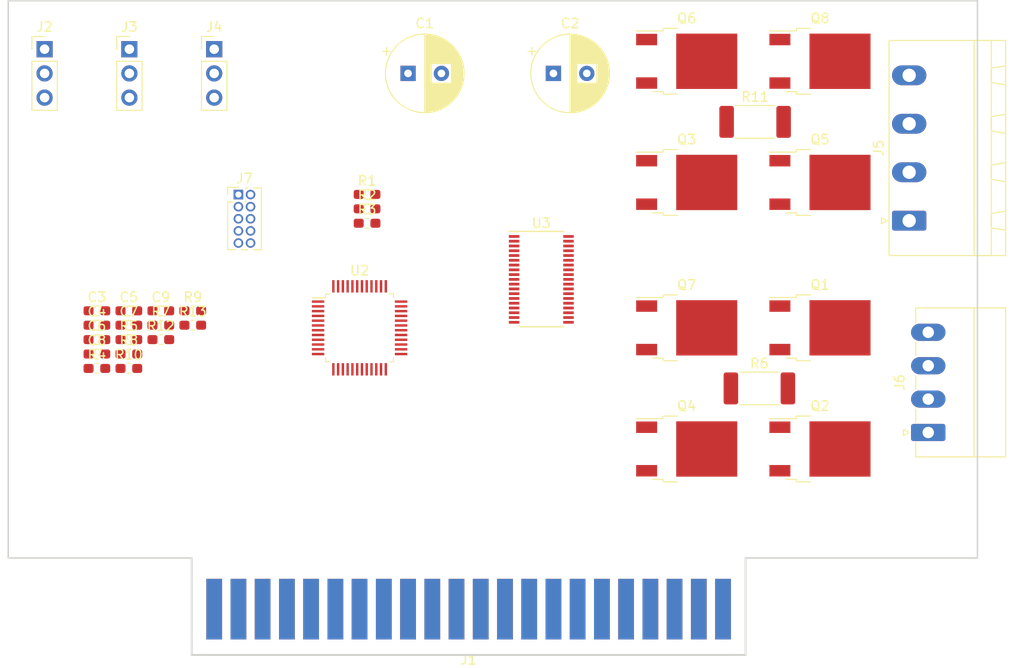
<source format=kicad_pcb>
(kicad_pcb (version 20171130) (host pcbnew 5.0.2-bee76a0~70~ubuntu18.04.1)

  (general
    (thickness 1.6)
    (drawings 8)
    (tracks 0)
    (zones 0)
    (modules 39)
    (nets 116)
  )

  (page A4)
  (layers
    (0 F.Cu signal)
    (31 B.Cu signal)
    (32 B.Adhes user)
    (33 F.Adhes user)
    (34 B.Paste user)
    (35 F.Paste user)
    (36 B.SilkS user)
    (37 F.SilkS user)
    (38 B.Mask user)
    (39 F.Mask user)
    (40 Dwgs.User user)
    (41 Cmts.User user)
    (42 Eco1.User user)
    (43 Eco2.User user)
    (44 Edge.Cuts user)
    (45 Margin user)
    (46 B.CrtYd user)
    (47 F.CrtYd user)
    (48 B.Fab user)
    (49 F.Fab user)
  )

  (setup
    (last_trace_width 0.25)
    (trace_clearance 0.2)
    (zone_clearance 0.508)
    (zone_45_only no)
    (trace_min 0.2)
    (segment_width 0.2)
    (edge_width 0.15)
    (via_size 0.8)
    (via_drill 0.4)
    (via_min_size 0.4)
    (via_min_drill 0.3)
    (uvia_size 0.3)
    (uvia_drill 0.1)
    (uvias_allowed no)
    (uvia_min_size 0.2)
    (uvia_min_drill 0.1)
    (pcb_text_width 0.3)
    (pcb_text_size 1.5 1.5)
    (mod_edge_width 0.15)
    (mod_text_size 1 1)
    (mod_text_width 0.15)
    (pad_size 1.524 1.524)
    (pad_drill 0.762)
    (pad_to_mask_clearance 0.051)
    (solder_mask_min_width 0.25)
    (aux_axis_origin 0 0)
    (visible_elements FFFFFF7F)
    (pcbplotparams
      (layerselection 0x010fc_ffffffff)
      (usegerberextensions false)
      (usegerberattributes false)
      (usegerberadvancedattributes false)
      (creategerberjobfile false)
      (excludeedgelayer true)
      (linewidth 0.100000)
      (plotframeref false)
      (viasonmask false)
      (mode 1)
      (useauxorigin false)
      (hpglpennumber 1)
      (hpglpenspeed 20)
      (hpglpendiameter 15.000000)
      (psnegative false)
      (psa4output false)
      (plotreference true)
      (plotvalue true)
      (plotinvisibletext false)
      (padsonsilk false)
      (subtractmaskfromsilk false)
      (outputformat 1)
      (mirror false)
      (drillshape 0)
      (scaleselection 1)
      (outputdirectory "output/"))
  )

  (net 0 "")
  (net 1 +3V3)
  (net 2 "Net-(J2-Pad2)")
  (net 3 GND)
  (net 4 "Net-(J3-Pad2)")
  (net 5 "Net-(J4-Pad2)")
  (net 6 "Net-(J5-Pad1)")
  (net 7 "Net-(J5-Pad2)")
  (net 8 "Net-(J5-Pad3)")
  (net 9 "Net-(J5-Pad4)")
  (net 10 AXIS_SELECT_X)
  (net 11 AXIS_SELECT_Y)
  (net 12 AXIS_SELECT_Z)
  (net 13 I2C_SDA)
  (net 14 I2C_SCL)
  (net 15 I2C_ADD0)
  (net 16 I2C_ADD1)
  (net 17 I2C_ADD2)
  (net 18 CARD_ENABLE)
  (net 19 CARD_STATUS)
  (net 20 "Net-(U2-Pad1)")
  (net 21 "Net-(U2-Pad2)")
  (net 22 "Net-(U2-Pad3)")
  (net 23 "Net-(U2-Pad4)")
  (net 24 "Net-(U2-Pad5)")
  (net 25 "Net-(U2-Pad6)")
  (net 26 "Net-(U2-Pad7)")
  (net 27 "Net-(U2-Pad8)")
  (net 28 "Net-(U2-Pad9)")
  (net 29 "Net-(U2-Pad18)")
  (net 30 "Net-(U2-Pad19)")
  (net 31 "Net-(U2-Pad20)")
  (net 32 "Net-(U2-Pad21)")
  (net 33 "Net-(U2-Pad22)")
  (net 34 "Net-(U2-Pad23)")
  (net 35 "Net-(U2-Pad24)")
  (net 36 "Net-(U2-Pad25)")
  (net 37 "Net-(U2-Pad26)")
  (net 38 "Net-(U2-Pad31)")
  (net 39 "Net-(U2-Pad32)")
  (net 40 "Net-(U2-Pad33)")
  (net 41 "Net-(U2-Pad34)")
  (net 42 "Net-(U2-Pad35)")
  (net 43 "Net-(U2-Pad36)")
  (net 44 "Net-(U2-Pad37)")
  (net 45 "Net-(U2-Pad38)")
  (net 46 "Net-(U2-Pad39)")
  (net 47 "Net-(U2-Pad40)")
  (net 48 "Net-(U2-Pad41)")
  (net 49 "Net-(U2-Pad42)")
  (net 50 "Net-(U2-Pad43)")
  (net 51 "Net-(U2-Pad44)")
  (net 52 "Net-(U2-Pad45)")
  (net 53 "Net-(U2-Pad46)")
  (net 54 "Net-(U2-Pad47)")
  (net 55 "Net-(U2-Pad48)")
  (net 56 +24V)
  (net 57 +5V)
  (net 58 "Net-(J1-Pad16)")
  (net 59 "Net-(J1-Pad17)")
  (net 60 "Net-(J1-Pad18)")
  (net 61 "Net-(J1-Pad19)")
  (net 62 "Net-(J1-Pad20)")
  (net 63 SPI_SCK)
  (net 64 SPI_MISO)
  (net 65 SPI_MOSI)
  (net 66 SPI_CS)
  (net 67 "Net-(J1-Pad35)")
  (net 68 "Net-(J1-Pad36)")
  (net 69 "Net-(J1-Pad37)")
  (net 70 "Net-(J1-Pad38)")
  (net 71 "Net-(J1-Pad39)")
  (net 72 "Net-(J1-Pad40)")
  (net 73 "Net-(J1-Pad41)")
  (net 74 AXIS_LIMIT_SWITCH+)
  (net 75 AXIS_LIMIT_SWITCH-)
  (net 76 "Net-(U3-Pad8)")
  (net 77 "Net-(U3-Pad9)")
  (net 78 "Net-(U3-Pad10)")
  (net 79 "Net-(U3-Pad11)")
  (net 80 "Net-(U3-Pad12)")
  (net 81 "Net-(U3-Pad13)")
  (net 82 "Net-(C5-Pad1)")
  (net 83 "Net-(C6-Pad2)")
  (net 84 "Net-(C7-Pad1)")
  (net 85 "Net-(C8-Pad1)")
  (net 86 "Net-(C8-Pad2)")
  (net 87 "Net-(C9-Pad1)")
  (net 88 "Net-(Q1-Pad1)")
  (net 89 "Net-(R4-Pad2)")
  (net 90 "Net-(R5-Pad2)")
  (net 91 "Net-(Q2-Pad1)")
  (net 92 "Net-(Q3-Pad1)")
  (net 93 "Net-(R7-Pad2)")
  (net 94 "Net-(R8-Pad2)")
  (net 95 "Net-(Q4-Pad1)")
  (net 96 "Net-(R9-Pad2)")
  (net 97 "Net-(Q5-Pad1)")
  (net 98 "Net-(Q6-Pad1)")
  (net 99 "Net-(R10-Pad2)")
  (net 100 "Net-(R12-Pad2)")
  (net 101 "Net-(Q7-Pad1)")
  (net 102 "Net-(Q8-Pad1)")
  (net 103 "Net-(R13-Pad2)")
  (net 104 "Net-(Q2-Pad3)")
  (net 105 "Net-(Q6-Pad3)")
  (net 106 "Net-(J7-Pad1)")
  (net 107 "Net-(J7-Pad2)")
  (net 108 "Net-(J7-Pad3)")
  (net 109 "Net-(J7-Pad4)")
  (net 110 "Net-(J7-Pad5)")
  (net 111 "Net-(J7-Pad6)")
  (net 112 "Net-(J7-Pad7)")
  (net 113 "Net-(J7-Pad8)")
  (net 114 "Net-(J7-Pad9)")
  (net 115 "Net-(J7-Pad10)")

  (net_class Default "This is the default net class."
    (clearance 0.2)
    (trace_width 0.25)
    (via_dia 0.8)
    (via_drill 0.4)
    (uvia_dia 0.3)
    (uvia_drill 0.1)
    (add_net +24V)
    (add_net +3V3)
    (add_net +5V)
    (add_net AXIS_LIMIT_SWITCH+)
    (add_net AXIS_LIMIT_SWITCH-)
    (add_net AXIS_SELECT_X)
    (add_net AXIS_SELECT_Y)
    (add_net AXIS_SELECT_Z)
    (add_net CARD_ENABLE)
    (add_net CARD_STATUS)
    (add_net GND)
    (add_net I2C_ADD0)
    (add_net I2C_ADD1)
    (add_net I2C_ADD2)
    (add_net I2C_SCL)
    (add_net I2C_SDA)
    (add_net "Net-(C5-Pad1)")
    (add_net "Net-(C6-Pad2)")
    (add_net "Net-(C7-Pad1)")
    (add_net "Net-(C8-Pad1)")
    (add_net "Net-(C8-Pad2)")
    (add_net "Net-(C9-Pad1)")
    (add_net "Net-(J1-Pad16)")
    (add_net "Net-(J1-Pad17)")
    (add_net "Net-(J1-Pad18)")
    (add_net "Net-(J1-Pad19)")
    (add_net "Net-(J1-Pad20)")
    (add_net "Net-(J1-Pad35)")
    (add_net "Net-(J1-Pad36)")
    (add_net "Net-(J1-Pad37)")
    (add_net "Net-(J1-Pad38)")
    (add_net "Net-(J1-Pad39)")
    (add_net "Net-(J1-Pad40)")
    (add_net "Net-(J1-Pad41)")
    (add_net "Net-(J2-Pad2)")
    (add_net "Net-(J3-Pad2)")
    (add_net "Net-(J4-Pad2)")
    (add_net "Net-(J5-Pad1)")
    (add_net "Net-(J5-Pad2)")
    (add_net "Net-(J5-Pad3)")
    (add_net "Net-(J5-Pad4)")
    (add_net "Net-(J7-Pad1)")
    (add_net "Net-(J7-Pad10)")
    (add_net "Net-(J7-Pad2)")
    (add_net "Net-(J7-Pad3)")
    (add_net "Net-(J7-Pad4)")
    (add_net "Net-(J7-Pad5)")
    (add_net "Net-(J7-Pad6)")
    (add_net "Net-(J7-Pad7)")
    (add_net "Net-(J7-Pad8)")
    (add_net "Net-(J7-Pad9)")
    (add_net "Net-(Q1-Pad1)")
    (add_net "Net-(Q2-Pad1)")
    (add_net "Net-(Q2-Pad3)")
    (add_net "Net-(Q3-Pad1)")
    (add_net "Net-(Q4-Pad1)")
    (add_net "Net-(Q5-Pad1)")
    (add_net "Net-(Q6-Pad1)")
    (add_net "Net-(Q6-Pad3)")
    (add_net "Net-(Q7-Pad1)")
    (add_net "Net-(Q8-Pad1)")
    (add_net "Net-(R10-Pad2)")
    (add_net "Net-(R12-Pad2)")
    (add_net "Net-(R13-Pad2)")
    (add_net "Net-(R4-Pad2)")
    (add_net "Net-(R5-Pad2)")
    (add_net "Net-(R7-Pad2)")
    (add_net "Net-(R8-Pad2)")
    (add_net "Net-(R9-Pad2)")
    (add_net "Net-(U2-Pad1)")
    (add_net "Net-(U2-Pad18)")
    (add_net "Net-(U2-Pad19)")
    (add_net "Net-(U2-Pad2)")
    (add_net "Net-(U2-Pad20)")
    (add_net "Net-(U2-Pad21)")
    (add_net "Net-(U2-Pad22)")
    (add_net "Net-(U2-Pad23)")
    (add_net "Net-(U2-Pad24)")
    (add_net "Net-(U2-Pad25)")
    (add_net "Net-(U2-Pad26)")
    (add_net "Net-(U2-Pad3)")
    (add_net "Net-(U2-Pad31)")
    (add_net "Net-(U2-Pad32)")
    (add_net "Net-(U2-Pad33)")
    (add_net "Net-(U2-Pad34)")
    (add_net "Net-(U2-Pad35)")
    (add_net "Net-(U2-Pad36)")
    (add_net "Net-(U2-Pad37)")
    (add_net "Net-(U2-Pad38)")
    (add_net "Net-(U2-Pad39)")
    (add_net "Net-(U2-Pad4)")
    (add_net "Net-(U2-Pad40)")
    (add_net "Net-(U2-Pad41)")
    (add_net "Net-(U2-Pad42)")
    (add_net "Net-(U2-Pad43)")
    (add_net "Net-(U2-Pad44)")
    (add_net "Net-(U2-Pad45)")
    (add_net "Net-(U2-Pad46)")
    (add_net "Net-(U2-Pad47)")
    (add_net "Net-(U2-Pad48)")
    (add_net "Net-(U2-Pad5)")
    (add_net "Net-(U2-Pad6)")
    (add_net "Net-(U2-Pad7)")
    (add_net "Net-(U2-Pad8)")
    (add_net "Net-(U2-Pad9)")
    (add_net "Net-(U3-Pad10)")
    (add_net "Net-(U3-Pad11)")
    (add_net "Net-(U3-Pad12)")
    (add_net "Net-(U3-Pad13)")
    (add_net "Net-(U3-Pad8)")
    (add_net "Net-(U3-Pad9)")
    (add_net SPI_CS)
    (add_net SPI_MISO)
    (add_net SPI_MOSI)
    (add_net SPI_SCK)
  )

  (module Connector_PinHeader_2.54mm:PinHeader_1x03_P2.54mm_Vertical (layer F.Cu) (tedit 59FED5CC) (tstamp 5DADE8BB)
    (at 90.17 58.42)
    (descr "Through hole straight pin header, 1x03, 2.54mm pitch, single row")
    (tags "Through hole pin header THT 1x03 2.54mm single row")
    (path /5DAB901F)
    (fp_text reference J2 (at 0 -2.33) (layer F.SilkS)
      (effects (font (size 1 1) (thickness 0.15)))
    )
    (fp_text value Conn_01x03 (at 0 7.41) (layer F.Fab)
      (effects (font (size 1 1) (thickness 0.15)))
    )
    (fp_text user %R (at 0 2.54 90) (layer F.Fab)
      (effects (font (size 1 1) (thickness 0.15)))
    )
    (fp_line (start 1.8 -1.8) (end -1.8 -1.8) (layer F.CrtYd) (width 0.05))
    (fp_line (start 1.8 6.85) (end 1.8 -1.8) (layer F.CrtYd) (width 0.05))
    (fp_line (start -1.8 6.85) (end 1.8 6.85) (layer F.CrtYd) (width 0.05))
    (fp_line (start -1.8 -1.8) (end -1.8 6.85) (layer F.CrtYd) (width 0.05))
    (fp_line (start -1.33 -1.33) (end 0 -1.33) (layer F.SilkS) (width 0.12))
    (fp_line (start -1.33 0) (end -1.33 -1.33) (layer F.SilkS) (width 0.12))
    (fp_line (start -1.33 1.27) (end 1.33 1.27) (layer F.SilkS) (width 0.12))
    (fp_line (start 1.33 1.27) (end 1.33 6.41) (layer F.SilkS) (width 0.12))
    (fp_line (start -1.33 1.27) (end -1.33 6.41) (layer F.SilkS) (width 0.12))
    (fp_line (start -1.33 6.41) (end 1.33 6.41) (layer F.SilkS) (width 0.12))
    (fp_line (start -1.27 -0.635) (end -0.635 -1.27) (layer F.Fab) (width 0.1))
    (fp_line (start -1.27 6.35) (end -1.27 -0.635) (layer F.Fab) (width 0.1))
    (fp_line (start 1.27 6.35) (end -1.27 6.35) (layer F.Fab) (width 0.1))
    (fp_line (start 1.27 -1.27) (end 1.27 6.35) (layer F.Fab) (width 0.1))
    (fp_line (start -0.635 -1.27) (end 1.27 -1.27) (layer F.Fab) (width 0.1))
    (pad 3 thru_hole oval (at 0 5.08) (size 1.7 1.7) (drill 1) (layers *.Cu *.Mask)
      (net 3 GND))
    (pad 2 thru_hole oval (at 0 2.54) (size 1.7 1.7) (drill 1) (layers *.Cu *.Mask)
      (net 2 "Net-(J2-Pad2)"))
    (pad 1 thru_hole rect (at 0 0) (size 1.7 1.7) (drill 1) (layers *.Cu *.Mask)
      (net 1 +3V3))
    (model ${KISYS3DMOD}/Connector_PinHeader_2.54mm.3dshapes/PinHeader_1x03_P2.54mm_Vertical.wrl
      (at (xyz 0 0 0))
      (scale (xyz 1 1 1))
      (rotate (xyz 0 0 0))
    )
  )

  (module Connector_PinHeader_2.54mm:PinHeader_1x03_P2.54mm_Vertical (layer F.Cu) (tedit 59FED5CC) (tstamp 5DADE8D2)
    (at 99.06 58.42)
    (descr "Through hole straight pin header, 1x03, 2.54mm pitch, single row")
    (tags "Through hole pin header THT 1x03 2.54mm single row")
    (path /5DAB9545)
    (fp_text reference J3 (at 0 -2.33) (layer F.SilkS)
      (effects (font (size 1 1) (thickness 0.15)))
    )
    (fp_text value Conn_01x03 (at 0 7.41) (layer F.Fab)
      (effects (font (size 1 1) (thickness 0.15)))
    )
    (fp_text user %R (at 0 2.54 90) (layer F.Fab)
      (effects (font (size 1 1) (thickness 0.15)))
    )
    (fp_line (start 1.8 -1.8) (end -1.8 -1.8) (layer F.CrtYd) (width 0.05))
    (fp_line (start 1.8 6.85) (end 1.8 -1.8) (layer F.CrtYd) (width 0.05))
    (fp_line (start -1.8 6.85) (end 1.8 6.85) (layer F.CrtYd) (width 0.05))
    (fp_line (start -1.8 -1.8) (end -1.8 6.85) (layer F.CrtYd) (width 0.05))
    (fp_line (start -1.33 -1.33) (end 0 -1.33) (layer F.SilkS) (width 0.12))
    (fp_line (start -1.33 0) (end -1.33 -1.33) (layer F.SilkS) (width 0.12))
    (fp_line (start -1.33 1.27) (end 1.33 1.27) (layer F.SilkS) (width 0.12))
    (fp_line (start 1.33 1.27) (end 1.33 6.41) (layer F.SilkS) (width 0.12))
    (fp_line (start -1.33 1.27) (end -1.33 6.41) (layer F.SilkS) (width 0.12))
    (fp_line (start -1.33 6.41) (end 1.33 6.41) (layer F.SilkS) (width 0.12))
    (fp_line (start -1.27 -0.635) (end -0.635 -1.27) (layer F.Fab) (width 0.1))
    (fp_line (start -1.27 6.35) (end -1.27 -0.635) (layer F.Fab) (width 0.1))
    (fp_line (start 1.27 6.35) (end -1.27 6.35) (layer F.Fab) (width 0.1))
    (fp_line (start 1.27 -1.27) (end 1.27 6.35) (layer F.Fab) (width 0.1))
    (fp_line (start -0.635 -1.27) (end 1.27 -1.27) (layer F.Fab) (width 0.1))
    (pad 3 thru_hole oval (at 0 5.08) (size 1.7 1.7) (drill 1) (layers *.Cu *.Mask)
      (net 3 GND))
    (pad 2 thru_hole oval (at 0 2.54) (size 1.7 1.7) (drill 1) (layers *.Cu *.Mask)
      (net 4 "Net-(J3-Pad2)"))
    (pad 1 thru_hole rect (at 0 0) (size 1.7 1.7) (drill 1) (layers *.Cu *.Mask)
      (net 1 +3V3))
    (model ${KISYS3DMOD}/Connector_PinHeader_2.54mm.3dshapes/PinHeader_1x03_P2.54mm_Vertical.wrl
      (at (xyz 0 0 0))
      (scale (xyz 1 1 1))
      (rotate (xyz 0 0 0))
    )
  )

  (module Connector_PinHeader_2.54mm:PinHeader_1x03_P2.54mm_Vertical (layer F.Cu) (tedit 59FED5CC) (tstamp 5DADE8E9)
    (at 107.95 58.42)
    (descr "Through hole straight pin header, 1x03, 2.54mm pitch, single row")
    (tags "Through hole pin header THT 1x03 2.54mm single row")
    (path /5DAB961B)
    (fp_text reference J4 (at 0 -2.33) (layer F.SilkS)
      (effects (font (size 1 1) (thickness 0.15)))
    )
    (fp_text value Conn_01x03 (at 0 7.41) (layer F.Fab)
      (effects (font (size 1 1) (thickness 0.15)))
    )
    (fp_text user %R (at 0 2.54 90) (layer F.Fab)
      (effects (font (size 1 1) (thickness 0.15)))
    )
    (fp_line (start 1.8 -1.8) (end -1.8 -1.8) (layer F.CrtYd) (width 0.05))
    (fp_line (start 1.8 6.85) (end 1.8 -1.8) (layer F.CrtYd) (width 0.05))
    (fp_line (start -1.8 6.85) (end 1.8 6.85) (layer F.CrtYd) (width 0.05))
    (fp_line (start -1.8 -1.8) (end -1.8 6.85) (layer F.CrtYd) (width 0.05))
    (fp_line (start -1.33 -1.33) (end 0 -1.33) (layer F.SilkS) (width 0.12))
    (fp_line (start -1.33 0) (end -1.33 -1.33) (layer F.SilkS) (width 0.12))
    (fp_line (start -1.33 1.27) (end 1.33 1.27) (layer F.SilkS) (width 0.12))
    (fp_line (start 1.33 1.27) (end 1.33 6.41) (layer F.SilkS) (width 0.12))
    (fp_line (start -1.33 1.27) (end -1.33 6.41) (layer F.SilkS) (width 0.12))
    (fp_line (start -1.33 6.41) (end 1.33 6.41) (layer F.SilkS) (width 0.12))
    (fp_line (start -1.27 -0.635) (end -0.635 -1.27) (layer F.Fab) (width 0.1))
    (fp_line (start -1.27 6.35) (end -1.27 -0.635) (layer F.Fab) (width 0.1))
    (fp_line (start 1.27 6.35) (end -1.27 6.35) (layer F.Fab) (width 0.1))
    (fp_line (start 1.27 -1.27) (end 1.27 6.35) (layer F.Fab) (width 0.1))
    (fp_line (start -0.635 -1.27) (end 1.27 -1.27) (layer F.Fab) (width 0.1))
    (pad 3 thru_hole oval (at 0 5.08) (size 1.7 1.7) (drill 1) (layers *.Cu *.Mask)
      (net 3 GND))
    (pad 2 thru_hole oval (at 0 2.54) (size 1.7 1.7) (drill 1) (layers *.Cu *.Mask)
      (net 5 "Net-(J4-Pad2)"))
    (pad 1 thru_hole rect (at 0 0) (size 1.7 1.7) (drill 1) (layers *.Cu *.Mask)
      (net 1 +3V3))
    (model ${KISYS3DMOD}/Connector_PinHeader_2.54mm.3dshapes/PinHeader_1x03_P2.54mm_Vertical.wrl
      (at (xyz 0 0 0))
      (scale (xyz 1 1 1))
      (rotate (xyz 0 0 0))
    )
  )

  (module Connector_Phoenix_MSTB:PhoenixContact_MSTBA_2,5_4-G-5,08_1x04_P5.08mm_Horizontal (layer F.Cu) (tedit 5B785047) (tstamp 5DADE917)
    (at 180.8 76.4 90)
    (descr "Generic Phoenix Contact connector footprint for: MSTBA_2,5/4-G-5,08; number of pins: 04; pin pitch: 5.08mm; Angled || order number: 1757268 12A || order number: 1923885 16A (HC)")
    (tags "phoenix_contact connector MSTBA_01x04_G_5.08mm")
    (path /5DAC796C)
    (fp_text reference J5 (at 7.62 -3.2 90) (layer F.SilkS)
      (effects (font (size 1 1) (thickness 0.15)))
    )
    (fp_text value Conn_01x04 (at 7.62 11.2 90) (layer F.Fab)
      (effects (font (size 1 1) (thickness 0.15)))
    )
    (fp_text user %R (at 7.62 -1.3 90) (layer F.Fab)
      (effects (font (size 1 1) (thickness 0.15)))
    )
    (fp_line (start 0 -0.5) (end -0.95 -2) (layer F.Fab) (width 0.1))
    (fp_line (start 0.95 -2) (end 0 -0.5) (layer F.Fab) (width 0.1))
    (fp_line (start -0.3 -2.91) (end 0.3 -2.91) (layer F.SilkS) (width 0.12))
    (fp_line (start 0 -2.31) (end -0.3 -2.91) (layer F.SilkS) (width 0.12))
    (fp_line (start 0.3 -2.91) (end 0 -2.31) (layer F.SilkS) (width 0.12))
    (fp_line (start 19.28 -2.5) (end -4.04 -2.5) (layer F.CrtYd) (width 0.05))
    (fp_line (start 19.28 10.5) (end 19.28 -2.5) (layer F.CrtYd) (width 0.05))
    (fp_line (start -4.04 10.5) (end 19.28 10.5) (layer F.CrtYd) (width 0.05))
    (fp_line (start -4.04 -2.5) (end -4.04 10.5) (layer F.CrtYd) (width 0.05))
    (fp_line (start 14.49 8.61) (end 14.24 10.11) (layer F.SilkS) (width 0.12))
    (fp_line (start 15.99 8.61) (end 14.49 8.61) (layer F.SilkS) (width 0.12))
    (fp_line (start 16.24 10.11) (end 15.99 8.61) (layer F.SilkS) (width 0.12))
    (fp_line (start 14.24 10.11) (end 16.24 10.11) (layer F.SilkS) (width 0.12))
    (fp_line (start 9.41 8.61) (end 9.16 10.11) (layer F.SilkS) (width 0.12))
    (fp_line (start 10.91 8.61) (end 9.41 8.61) (layer F.SilkS) (width 0.12))
    (fp_line (start 11.16 10.11) (end 10.91 8.61) (layer F.SilkS) (width 0.12))
    (fp_line (start 9.16 10.11) (end 11.16 10.11) (layer F.SilkS) (width 0.12))
    (fp_line (start 4.33 8.61) (end 4.08 10.11) (layer F.SilkS) (width 0.12))
    (fp_line (start 5.83 8.61) (end 4.33 8.61) (layer F.SilkS) (width 0.12))
    (fp_line (start 6.08 10.11) (end 5.83 8.61) (layer F.SilkS) (width 0.12))
    (fp_line (start 4.08 10.11) (end 6.08 10.11) (layer F.SilkS) (width 0.12))
    (fp_line (start -0.75 8.61) (end -1 10.11) (layer F.SilkS) (width 0.12))
    (fp_line (start 0.75 8.61) (end -0.75 8.61) (layer F.SilkS) (width 0.12))
    (fp_line (start 1 10.11) (end 0.75 8.61) (layer F.SilkS) (width 0.12))
    (fp_line (start -1 10.11) (end 1 10.11) (layer F.SilkS) (width 0.12))
    (fp_line (start 18.89 8.61) (end -3.65 8.61) (layer F.SilkS) (width 0.12))
    (fp_line (start 18.89 6.81) (end 18.89 8.61) (layer F.SilkS) (width 0.12))
    (fp_line (start -3.65 6.81) (end 18.89 6.81) (layer F.SilkS) (width 0.12))
    (fp_line (start -3.65 8.61) (end -3.65 6.81) (layer F.SilkS) (width 0.12))
    (fp_line (start 18.78 -2) (end -3.54 -2) (layer F.Fab) (width 0.1))
    (fp_line (start 18.78 10) (end 18.78 -2) (layer F.Fab) (width 0.1))
    (fp_line (start -3.54 10) (end 18.78 10) (layer F.Fab) (width 0.1))
    (fp_line (start -3.54 -2) (end -3.54 10) (layer F.Fab) (width 0.1))
    (fp_line (start 18.89 -2.11) (end -3.65 -2.11) (layer F.SilkS) (width 0.12))
    (fp_line (start 18.89 10.11) (end 18.89 -2.11) (layer F.SilkS) (width 0.12))
    (fp_line (start -3.65 10.11) (end 18.89 10.11) (layer F.SilkS) (width 0.12))
    (fp_line (start -3.65 -2.11) (end -3.65 10.11) (layer F.SilkS) (width 0.12))
    (pad 4 thru_hole oval (at 15.24 0 90) (size 2.08 3.6) (drill 1.4) (layers *.Cu *.Mask)
      (net 9 "Net-(J5-Pad4)"))
    (pad 3 thru_hole oval (at 10.16 0 90) (size 2.08 3.6) (drill 1.4) (layers *.Cu *.Mask)
      (net 8 "Net-(J5-Pad3)"))
    (pad 2 thru_hole oval (at 5.08 0 90) (size 2.08 3.6) (drill 1.4) (layers *.Cu *.Mask)
      (net 7 "Net-(J5-Pad2)"))
    (pad 1 thru_hole roundrect (at 0 0 90) (size 2.08 3.6) (drill 1.4) (layers *.Cu *.Mask) (roundrect_rratio 0.120192)
      (net 6 "Net-(J5-Pad1)"))
    (model ${KISYS3DMOD}/Connector_Phoenix_MSTB.3dshapes/PhoenixContact_MSTBA_2,5_4-G-5,08_1x04_P5.08mm_Horizontal.wrl
      (at (xyz 0 0 0))
      (scale (xyz 1 1 1))
      (rotate (xyz 0 0 0))
    )
  )

  (module Connector_Phoenix_MC:PhoenixContact_MC_1,5_4-G-3.5_1x04_P3.50mm_Horizontal (layer F.Cu) (tedit 5B784ED0) (tstamp 5DADE936)
    (at 182.8 98.6 90)
    (descr "Generic Phoenix Contact connector footprint for: MC_1,5/4-G-3.5; number of pins: 04; pin pitch: 3.50mm; Angled || order number: 1844236 8A 160V")
    (tags "phoenix_contact connector MC_01x04_G_3.5mm")
    (path /5DAC7A59)
    (fp_text reference J6 (at 5.25 -3 90) (layer F.SilkS)
      (effects (font (size 1 1) (thickness 0.15)))
    )
    (fp_text value Conn_01x04 (at 5.25 9.2 90) (layer F.Fab)
      (effects (font (size 1 1) (thickness 0.15)))
    )
    (fp_text user %R (at 5.25 -0.5 90) (layer F.Fab)
      (effects (font (size 1 1) (thickness 0.15)))
    )
    (fp_line (start 0 0) (end -0.8 -1.2) (layer F.Fab) (width 0.1))
    (fp_line (start 0.8 -1.2) (end 0 0) (layer F.Fab) (width 0.1))
    (fp_line (start -0.3 -2.6) (end 0.3 -2.6) (layer F.SilkS) (width 0.12))
    (fp_line (start 0 -2) (end -0.3 -2.6) (layer F.SilkS) (width 0.12))
    (fp_line (start 0.3 -2.6) (end 0 -2) (layer F.SilkS) (width 0.12))
    (fp_line (start 13.45 -2.3) (end -3.06 -2.3) (layer F.CrtYd) (width 0.05))
    (fp_line (start 13.45 8.5) (end 13.45 -2.3) (layer F.CrtYd) (width 0.05))
    (fp_line (start -3.06 8.5) (end 13.45 8.5) (layer F.CrtYd) (width 0.05))
    (fp_line (start -3.06 -2.3) (end -3.06 8.5) (layer F.CrtYd) (width 0.05))
    (fp_line (start -2.56 4.8) (end 13.06 4.8) (layer F.SilkS) (width 0.12))
    (fp_line (start 12.95 -1.2) (end -2.45 -1.2) (layer F.Fab) (width 0.1))
    (fp_line (start 12.95 8) (end 12.95 -1.2) (layer F.Fab) (width 0.1))
    (fp_line (start -2.45 8) (end 12.95 8) (layer F.Fab) (width 0.1))
    (fp_line (start -2.45 -1.2) (end -2.45 8) (layer F.Fab) (width 0.1))
    (fp_line (start 8.05 -1.31) (end 9.45 -1.31) (layer F.SilkS) (width 0.12))
    (fp_line (start 4.55 -1.31) (end 5.95 -1.31) (layer F.SilkS) (width 0.12))
    (fp_line (start 1.05 -1.31) (end 2.45 -1.31) (layer F.SilkS) (width 0.12))
    (fp_line (start 13.06 -1.31) (end 11.55 -1.31) (layer F.SilkS) (width 0.12))
    (fp_line (start -2.56 -1.31) (end -1.05 -1.31) (layer F.SilkS) (width 0.12))
    (fp_line (start 13.06 8.11) (end 13.06 -1.31) (layer F.SilkS) (width 0.12))
    (fp_line (start -2.56 8.11) (end 13.06 8.11) (layer F.SilkS) (width 0.12))
    (fp_line (start -2.56 -1.31) (end -2.56 8.11) (layer F.SilkS) (width 0.12))
    (pad 4 thru_hole oval (at 10.5 0 90) (size 1.8 3.6) (drill 1.2) (layers *.Cu *.Mask)
      (net 75 AXIS_LIMIT_SWITCH-))
    (pad 3 thru_hole oval (at 7 0 90) (size 1.8 3.6) (drill 1.2) (layers *.Cu *.Mask)
      (net 1 +3V3))
    (pad 2 thru_hole oval (at 3.5 0 90) (size 1.8 3.6) (drill 1.2) (layers *.Cu *.Mask)
      (net 74 AXIS_LIMIT_SWITCH+))
    (pad 1 thru_hole roundrect (at 0 0 90) (size 1.8 3.6) (drill 1.2) (layers *.Cu *.Mask) (roundrect_rratio 0.138889)
      (net 1 +3V3))
    (model ${KISYS3DMOD}/Connector_Phoenix_MC.3dshapes/PhoenixContact_MC_1,5_4-G-3.5_1x04_P3.50mm_Horizontal.wrl
      (at (xyz 0 0 0))
      (scale (xyz 1 1 1))
      (rotate (xyz 0 0 0))
    )
  )

  (module Resistor_SMD:R_0603_1608Metric_Pad1.05x0.95mm_HandSolder (layer F.Cu) (tedit 5B301BBD) (tstamp 5DADE947)
    (at 123.975001 73.645001)
    (descr "Resistor SMD 0603 (1608 Metric), square (rectangular) end terminal, IPC_7351 nominal with elongated pad for handsoldering. (Body size source: http://www.tortai-tech.com/upload/download/2011102023233369053.pdf), generated with kicad-footprint-generator")
    (tags "resistor handsolder")
    (path /5DAB9099)
    (attr smd)
    (fp_text reference R1 (at 0 -1.43) (layer F.SilkS)
      (effects (font (size 1 1) (thickness 0.15)))
    )
    (fp_text value 10K (at 0 1.43) (layer F.Fab)
      (effects (font (size 1 1) (thickness 0.15)))
    )
    (fp_text user %R (at 0 0) (layer F.Fab)
      (effects (font (size 0.4 0.4) (thickness 0.06)))
    )
    (fp_line (start 1.65 0.73) (end -1.65 0.73) (layer F.CrtYd) (width 0.05))
    (fp_line (start 1.65 -0.73) (end 1.65 0.73) (layer F.CrtYd) (width 0.05))
    (fp_line (start -1.65 -0.73) (end 1.65 -0.73) (layer F.CrtYd) (width 0.05))
    (fp_line (start -1.65 0.73) (end -1.65 -0.73) (layer F.CrtYd) (width 0.05))
    (fp_line (start -0.171267 0.51) (end 0.171267 0.51) (layer F.SilkS) (width 0.12))
    (fp_line (start -0.171267 -0.51) (end 0.171267 -0.51) (layer F.SilkS) (width 0.12))
    (fp_line (start 0.8 0.4) (end -0.8 0.4) (layer F.Fab) (width 0.1))
    (fp_line (start 0.8 -0.4) (end 0.8 0.4) (layer F.Fab) (width 0.1))
    (fp_line (start -0.8 -0.4) (end 0.8 -0.4) (layer F.Fab) (width 0.1))
    (fp_line (start -0.8 0.4) (end -0.8 -0.4) (layer F.Fab) (width 0.1))
    (pad 2 smd roundrect (at 0.875 0) (size 1.05 0.95) (layers F.Cu F.Paste F.Mask) (roundrect_rratio 0.25)
      (net 10 AXIS_SELECT_X))
    (pad 1 smd roundrect (at -0.875 0) (size 1.05 0.95) (layers F.Cu F.Paste F.Mask) (roundrect_rratio 0.25)
      (net 2 "Net-(J2-Pad2)"))
    (model ${KISYS3DMOD}/Resistor_SMD.3dshapes/R_0603_1608Metric.wrl
      (at (xyz 0 0 0))
      (scale (xyz 1 1 1))
      (rotate (xyz 0 0 0))
    )
  )

  (module Resistor_SMD:R_0603_1608Metric_Pad1.05x0.95mm_HandSolder (layer F.Cu) (tedit 5B301BBD) (tstamp 5DADE958)
    (at 123.975001 75.155001)
    (descr "Resistor SMD 0603 (1608 Metric), square (rectangular) end terminal, IPC_7351 nominal with elongated pad for handsoldering. (Body size source: http://www.tortai-tech.com/upload/download/2011102023233369053.pdf), generated with kicad-footprint-generator")
    (tags "resistor handsolder")
    (path /5DAB954B)
    (attr smd)
    (fp_text reference R2 (at 0 -1.43) (layer F.SilkS)
      (effects (font (size 1 1) (thickness 0.15)))
    )
    (fp_text value 10K (at 0 1.43) (layer F.Fab)
      (effects (font (size 1 1) (thickness 0.15)))
    )
    (fp_text user %R (at 0 0) (layer F.Fab)
      (effects (font (size 0.4 0.4) (thickness 0.06)))
    )
    (fp_line (start 1.65 0.73) (end -1.65 0.73) (layer F.CrtYd) (width 0.05))
    (fp_line (start 1.65 -0.73) (end 1.65 0.73) (layer F.CrtYd) (width 0.05))
    (fp_line (start -1.65 -0.73) (end 1.65 -0.73) (layer F.CrtYd) (width 0.05))
    (fp_line (start -1.65 0.73) (end -1.65 -0.73) (layer F.CrtYd) (width 0.05))
    (fp_line (start -0.171267 0.51) (end 0.171267 0.51) (layer F.SilkS) (width 0.12))
    (fp_line (start -0.171267 -0.51) (end 0.171267 -0.51) (layer F.SilkS) (width 0.12))
    (fp_line (start 0.8 0.4) (end -0.8 0.4) (layer F.Fab) (width 0.1))
    (fp_line (start 0.8 -0.4) (end 0.8 0.4) (layer F.Fab) (width 0.1))
    (fp_line (start -0.8 -0.4) (end 0.8 -0.4) (layer F.Fab) (width 0.1))
    (fp_line (start -0.8 0.4) (end -0.8 -0.4) (layer F.Fab) (width 0.1))
    (pad 2 smd roundrect (at 0.875 0) (size 1.05 0.95) (layers F.Cu F.Paste F.Mask) (roundrect_rratio 0.25)
      (net 11 AXIS_SELECT_Y))
    (pad 1 smd roundrect (at -0.875 0) (size 1.05 0.95) (layers F.Cu F.Paste F.Mask) (roundrect_rratio 0.25)
      (net 4 "Net-(J3-Pad2)"))
    (model ${KISYS3DMOD}/Resistor_SMD.3dshapes/R_0603_1608Metric.wrl
      (at (xyz 0 0 0))
      (scale (xyz 1 1 1))
      (rotate (xyz 0 0 0))
    )
  )

  (module Resistor_SMD:R_0603_1608Metric_Pad1.05x0.95mm_HandSolder (layer F.Cu) (tedit 5B301BBD) (tstamp 5DADE969)
    (at 123.975001 76.665001)
    (descr "Resistor SMD 0603 (1608 Metric), square (rectangular) end terminal, IPC_7351 nominal with elongated pad for handsoldering. (Body size source: http://www.tortai-tech.com/upload/download/2011102023233369053.pdf), generated with kicad-footprint-generator")
    (tags "resistor handsolder")
    (path /5DAB9621)
    (attr smd)
    (fp_text reference R3 (at 0 -1.43) (layer F.SilkS)
      (effects (font (size 1 1) (thickness 0.15)))
    )
    (fp_text value 10K (at 0 1.43) (layer F.Fab)
      (effects (font (size 1 1) (thickness 0.15)))
    )
    (fp_text user %R (at 0 0) (layer F.Fab)
      (effects (font (size 0.4 0.4) (thickness 0.06)))
    )
    (fp_line (start 1.65 0.73) (end -1.65 0.73) (layer F.CrtYd) (width 0.05))
    (fp_line (start 1.65 -0.73) (end 1.65 0.73) (layer F.CrtYd) (width 0.05))
    (fp_line (start -1.65 -0.73) (end 1.65 -0.73) (layer F.CrtYd) (width 0.05))
    (fp_line (start -1.65 0.73) (end -1.65 -0.73) (layer F.CrtYd) (width 0.05))
    (fp_line (start -0.171267 0.51) (end 0.171267 0.51) (layer F.SilkS) (width 0.12))
    (fp_line (start -0.171267 -0.51) (end 0.171267 -0.51) (layer F.SilkS) (width 0.12))
    (fp_line (start 0.8 0.4) (end -0.8 0.4) (layer F.Fab) (width 0.1))
    (fp_line (start 0.8 -0.4) (end 0.8 0.4) (layer F.Fab) (width 0.1))
    (fp_line (start -0.8 -0.4) (end 0.8 -0.4) (layer F.Fab) (width 0.1))
    (fp_line (start -0.8 0.4) (end -0.8 -0.4) (layer F.Fab) (width 0.1))
    (pad 2 smd roundrect (at 0.875 0) (size 1.05 0.95) (layers F.Cu F.Paste F.Mask) (roundrect_rratio 0.25)
      (net 12 AXIS_SELECT_Z))
    (pad 1 smd roundrect (at -0.875 0) (size 1.05 0.95) (layers F.Cu F.Paste F.Mask) (roundrect_rratio 0.25)
      (net 5 "Net-(J4-Pad2)"))
    (model ${KISYS3DMOD}/Resistor_SMD.3dshapes/R_0603_1608Metric.wrl
      (at (xyz 0 0 0))
      (scale (xyz 1 1 1))
      (rotate (xyz 0 0 0))
    )
  )

  (module Package_QFP:LQFP-48_7x7mm_P0.5mm (layer F.Cu) (tedit 5A5E2375) (tstamp 5DADE9E4)
    (at 123.19 87.63)
    (descr "48 LEAD LQFP 7x7mm (see MICREL LQFP7x7-48LD-PL-1.pdf)")
    (tags "QFP 0.5")
    (path /5DAB8B9E)
    (attr smd)
    (fp_text reference U2 (at 0 -6) (layer F.SilkS)
      (effects (font (size 1 1) (thickness 0.15)))
    )
    (fp_text value STM32F030C8Tx (at 0 6) (layer F.Fab)
      (effects (font (size 1 1) (thickness 0.15)))
    )
    (fp_line (start -3.13 -3.75) (end -3.75 -3.75) (layer F.CrtYd) (width 0.05))
    (fp_line (start -3.75 -3.13) (end -3.75 -3.75) (layer F.CrtYd) (width 0.05))
    (fp_line (start -3.13 3.75) (end -3.75 3.75) (layer F.CrtYd) (width 0.05))
    (fp_line (start -3.75 3.13) (end -3.75 3.75) (layer F.CrtYd) (width 0.05))
    (fp_line (start 3.75 -3.13) (end 3.75 -3.75) (layer F.CrtYd) (width 0.05))
    (fp_line (start 3.13 -3.75) (end 3.75 -3.75) (layer F.CrtYd) (width 0.05))
    (fp_line (start -3.13 3.75) (end -3.13 5.25) (layer F.CrtYd) (width 0.05))
    (fp_line (start -3.75 3.13) (end -5.25 3.13) (layer F.CrtYd) (width 0.05))
    (fp_line (start -3.75 -3.13) (end -5.25 -3.13) (layer F.CrtYd) (width 0.05))
    (fp_line (start -3.13 -3.75) (end -3.13 -5.25) (layer F.CrtYd) (width 0.05))
    (fp_line (start 3.13 -3.75) (end 3.13 -5.25) (layer F.CrtYd) (width 0.05))
    (fp_line (start 3.75 -3.13) (end 5.25 -3.13) (layer F.CrtYd) (width 0.05))
    (fp_line (start 3.75 3.13) (end 5.25 3.13) (layer F.CrtYd) (width 0.05))
    (fp_line (start -3.56 3.56) (end -3.14 3.56) (layer F.SilkS) (width 0.12))
    (fp_line (start -3.56 -3.56) (end -3.56 -3.14) (layer F.SilkS) (width 0.12))
    (fp_line (start -3.56 -3.14) (end -4.94 -3.14) (layer F.SilkS) (width 0.12))
    (fp_line (start 3.56 -3.56) (end 3.14 -3.56) (layer F.SilkS) (width 0.12))
    (fp_line (start 3.56 3.56) (end 3.14 3.56) (layer F.SilkS) (width 0.12))
    (fp_line (start -3.56 -3.56) (end -3.14 -3.56) (layer F.SilkS) (width 0.12))
    (fp_line (start -3.56 3.56) (end -3.56 3.14) (layer F.SilkS) (width 0.12))
    (fp_line (start 3.56 3.56) (end 3.56 3.14) (layer F.SilkS) (width 0.12))
    (fp_line (start 3.56 -3.56) (end 3.56 -3.14) (layer F.SilkS) (width 0.12))
    (fp_line (start -3.13 5.25) (end 3.13 5.25) (layer F.CrtYd) (width 0.05))
    (fp_line (start -3.13 -5.25) (end 3.13 -5.25) (layer F.CrtYd) (width 0.05))
    (fp_line (start 5.25 -3.13) (end 5.25 3.13) (layer F.CrtYd) (width 0.05))
    (fp_line (start -5.25 -3.13) (end -5.25 3.13) (layer F.CrtYd) (width 0.05))
    (fp_line (start -3.5 -2.5) (end -2.5 -3.5) (layer F.Fab) (width 0.1))
    (fp_line (start -3.5 3.5) (end -3.5 -2.5) (layer F.Fab) (width 0.1))
    (fp_line (start 3.5 3.5) (end -3.5 3.5) (layer F.Fab) (width 0.1))
    (fp_line (start 3.5 -3.5) (end 3.5 3.5) (layer F.Fab) (width 0.1))
    (fp_line (start -2.5 -3.5) (end 3.5 -3.5) (layer F.Fab) (width 0.1))
    (fp_text user %R (at 0 0) (layer F.Fab)
      (effects (font (size 1 1) (thickness 0.15)))
    )
    (fp_line (start 3.13 5.25) (end 3.13 3.75) (layer F.CrtYd) (width 0.05))
    (fp_line (start 3.75 3.13) (end 3.75 3.75) (layer F.CrtYd) (width 0.05))
    (fp_line (start 3.13 3.75) (end 3.75 3.75) (layer F.CrtYd) (width 0.05))
    (pad 48 smd rect (at -2.75 -4.35 90) (size 1.3 0.25) (layers F.Cu F.Paste F.Mask)
      (net 55 "Net-(U2-Pad48)"))
    (pad 47 smd rect (at -2.25 -4.35 90) (size 1.3 0.25) (layers F.Cu F.Paste F.Mask)
      (net 54 "Net-(U2-Pad47)"))
    (pad 46 smd rect (at -1.75 -4.35 90) (size 1.3 0.25) (layers F.Cu F.Paste F.Mask)
      (net 53 "Net-(U2-Pad46)"))
    (pad 45 smd rect (at -1.25 -4.35 90) (size 1.3 0.25) (layers F.Cu F.Paste F.Mask)
      (net 52 "Net-(U2-Pad45)"))
    (pad 44 smd rect (at -0.75 -4.35 90) (size 1.3 0.25) (layers F.Cu F.Paste F.Mask)
      (net 51 "Net-(U2-Pad44)"))
    (pad 43 smd rect (at -0.25 -4.35 90) (size 1.3 0.25) (layers F.Cu F.Paste F.Mask)
      (net 50 "Net-(U2-Pad43)"))
    (pad 42 smd rect (at 0.25 -4.35 90) (size 1.3 0.25) (layers F.Cu F.Paste F.Mask)
      (net 49 "Net-(U2-Pad42)"))
    (pad 41 smd rect (at 0.75 -4.35 90) (size 1.3 0.25) (layers F.Cu F.Paste F.Mask)
      (net 48 "Net-(U2-Pad41)"))
    (pad 40 smd rect (at 1.25 -4.35 90) (size 1.3 0.25) (layers F.Cu F.Paste F.Mask)
      (net 47 "Net-(U2-Pad40)"))
    (pad 39 smd rect (at 1.75 -4.35 90) (size 1.3 0.25) (layers F.Cu F.Paste F.Mask)
      (net 46 "Net-(U2-Pad39)"))
    (pad 38 smd rect (at 2.25 -4.35 90) (size 1.3 0.25) (layers F.Cu F.Paste F.Mask)
      (net 45 "Net-(U2-Pad38)"))
    (pad 37 smd rect (at 2.75 -4.35 90) (size 1.3 0.25) (layers F.Cu F.Paste F.Mask)
      (net 44 "Net-(U2-Pad37)"))
    (pad 36 smd rect (at 4.35 -2.75) (size 1.3 0.25) (layers F.Cu F.Paste F.Mask)
      (net 43 "Net-(U2-Pad36)"))
    (pad 35 smd rect (at 4.35 -2.25) (size 1.3 0.25) (layers F.Cu F.Paste F.Mask)
      (net 42 "Net-(U2-Pad35)"))
    (pad 34 smd rect (at 4.35 -1.75) (size 1.3 0.25) (layers F.Cu F.Paste F.Mask)
      (net 41 "Net-(U2-Pad34)"))
    (pad 33 smd rect (at 4.35 -1.25) (size 1.3 0.25) (layers F.Cu F.Paste F.Mask)
      (net 40 "Net-(U2-Pad33)"))
    (pad 32 smd rect (at 4.35 -0.75) (size 1.3 0.25) (layers F.Cu F.Paste F.Mask)
      (net 39 "Net-(U2-Pad32)"))
    (pad 31 smd rect (at 4.35 -0.25) (size 1.3 0.25) (layers F.Cu F.Paste F.Mask)
      (net 38 "Net-(U2-Pad31)"))
    (pad 30 smd rect (at 4.35 0.25) (size 1.3 0.25) (layers F.Cu F.Paste F.Mask)
      (net 12 AXIS_SELECT_Z))
    (pad 29 smd rect (at 4.35 0.75) (size 1.3 0.25) (layers F.Cu F.Paste F.Mask)
      (net 11 AXIS_SELECT_Y))
    (pad 28 smd rect (at 4.35 1.25) (size 1.3 0.25) (layers F.Cu F.Paste F.Mask)
      (net 74 AXIS_LIMIT_SWITCH+))
    (pad 27 smd rect (at 4.35 1.75) (size 1.3 0.25) (layers F.Cu F.Paste F.Mask)
      (net 75 AXIS_LIMIT_SWITCH-))
    (pad 26 smd rect (at 4.35 2.25) (size 1.3 0.25) (layers F.Cu F.Paste F.Mask)
      (net 37 "Net-(U2-Pad26)"))
    (pad 25 smd rect (at 4.35 2.75) (size 1.3 0.25) (layers F.Cu F.Paste F.Mask)
      (net 36 "Net-(U2-Pad25)"))
    (pad 24 smd rect (at 2.75 4.35 90) (size 1.3 0.25) (layers F.Cu F.Paste F.Mask)
      (net 35 "Net-(U2-Pad24)"))
    (pad 23 smd rect (at 2.25 4.35 90) (size 1.3 0.25) (layers F.Cu F.Paste F.Mask)
      (net 34 "Net-(U2-Pad23)"))
    (pad 22 smd rect (at 1.75 4.35 90) (size 1.3 0.25) (layers F.Cu F.Paste F.Mask)
      (net 33 "Net-(U2-Pad22)"))
    (pad 21 smd rect (at 1.25 4.35 90) (size 1.3 0.25) (layers F.Cu F.Paste F.Mask)
      (net 32 "Net-(U2-Pad21)"))
    (pad 20 smd rect (at 0.75 4.35 90) (size 1.3 0.25) (layers F.Cu F.Paste F.Mask)
      (net 31 "Net-(U2-Pad20)"))
    (pad 19 smd rect (at 0.25 4.35 90) (size 1.3 0.25) (layers F.Cu F.Paste F.Mask)
      (net 30 "Net-(U2-Pad19)"))
    (pad 18 smd rect (at -0.25 4.35 90) (size 1.3 0.25) (layers F.Cu F.Paste F.Mask)
      (net 29 "Net-(U2-Pad18)"))
    (pad 17 smd rect (at -0.75 4.35 90) (size 1.3 0.25) (layers F.Cu F.Paste F.Mask)
      (net 10 AXIS_SELECT_X))
    (pad 16 smd rect (at -1.25 4.35 90) (size 1.3 0.25) (layers F.Cu F.Paste F.Mask)
      (net 19 CARD_STATUS))
    (pad 15 smd rect (at -1.75 4.35 90) (size 1.3 0.25) (layers F.Cu F.Paste F.Mask)
      (net 18 CARD_ENABLE))
    (pad 14 smd rect (at -2.25 4.35 90) (size 1.3 0.25) (layers F.Cu F.Paste F.Mask)
      (net 17 I2C_ADD2))
    (pad 13 smd rect (at -2.75 4.35 90) (size 1.3 0.25) (layers F.Cu F.Paste F.Mask)
      (net 16 I2C_ADD1))
    (pad 12 smd rect (at -4.35 2.75) (size 1.3 0.25) (layers F.Cu F.Paste F.Mask)
      (net 15 I2C_ADD0))
    (pad 11 smd rect (at -4.35 2.25) (size 1.3 0.25) (layers F.Cu F.Paste F.Mask)
      (net 14 I2C_SCL))
    (pad 10 smd rect (at -4.35 1.75) (size 1.3 0.25) (layers F.Cu F.Paste F.Mask)
      (net 13 I2C_SDA))
    (pad 9 smd rect (at -4.35 1.25) (size 1.3 0.25) (layers F.Cu F.Paste F.Mask)
      (net 28 "Net-(U2-Pad9)"))
    (pad 8 smd rect (at -4.35 0.75) (size 1.3 0.25) (layers F.Cu F.Paste F.Mask)
      (net 27 "Net-(U2-Pad8)"))
    (pad 7 smd rect (at -4.35 0.25) (size 1.3 0.25) (layers F.Cu F.Paste F.Mask)
      (net 26 "Net-(U2-Pad7)"))
    (pad 6 smd rect (at -4.35 -0.25) (size 1.3 0.25) (layers F.Cu F.Paste F.Mask)
      (net 25 "Net-(U2-Pad6)"))
    (pad 5 smd rect (at -4.35 -0.75) (size 1.3 0.25) (layers F.Cu F.Paste F.Mask)
      (net 24 "Net-(U2-Pad5)"))
    (pad 4 smd rect (at -4.35 -1.25) (size 1.3 0.25) (layers F.Cu F.Paste F.Mask)
      (net 23 "Net-(U2-Pad4)"))
    (pad 3 smd rect (at -4.35 -1.75) (size 1.3 0.25) (layers F.Cu F.Paste F.Mask)
      (net 22 "Net-(U2-Pad3)"))
    (pad 2 smd rect (at -4.35 -2.25) (size 1.3 0.25) (layers F.Cu F.Paste F.Mask)
      (net 21 "Net-(U2-Pad2)"))
    (pad 1 smd rect (at -4.35 -2.75) (size 1.3 0.25) (layers F.Cu F.Paste F.Mask)
      (net 20 "Net-(U2-Pad1)"))
    (model ${KISYS3DMOD}/Package_QFP.3dshapes/LQFP-48_7x7mm_P0.5mm.wrl
      (at (xyz 0 0 0))
      (scale (xyz 1 1 1))
      (rotate (xyz 0 0 0))
    )
  )

  (module Card_Edge_Connectors_MDG:CARD_EDGE_5530843-4-44PIN (layer F.Cu) (tedit 5DAD1174) (tstamp 5DAD51A6)
    (at 134.62 121.92)
    (path /5DAB80F6)
    (attr smd)
    (fp_text reference J1 (at 0 0.5) (layer F.SilkS)
      (effects (font (size 1 1) (thickness 0.15)))
    )
    (fp_text value Conn_02x22_Top_Bottom (at 0 -0.5) (layer F.Fab)
      (effects (font (size 1 1) (thickness 0.15)))
    )
    (fp_line (start -27.94 0) (end 27.94 0) (layer F.SilkS) (width 0.15))
    (fp_line (start 29.0322 -10.16) (end 29.0322 0) (layer F.SilkS) (width 0.15))
    (fp_line (start -29.0322 -10.16) (end -29.0322 0) (layer F.SilkS) (width 0.15))
    (pad 44 smd rect (at -26.67 -4.8006) (size 1.651 6.35) (layers B.Cu B.Paste B.Mask)
      (net 3 GND))
    (pad 43 smd rect (at -24.13 -4.8006) (size 1.651 6.35) (layers B.Cu B.Paste B.Mask)
      (net 3 GND))
    (pad 42 smd rect (at -21.59 -4.8006) (size 1.651 6.35) (layers B.Cu B.Paste B.Mask)
      (net 62 "Net-(J1-Pad20)"))
    (pad 41 smd rect (at -19.05 -4.8006) (size 1.651 6.35) (layers B.Cu B.Paste B.Mask)
      (net 73 "Net-(J1-Pad41)"))
    (pad 40 smd rect (at -16.51 -4.8006) (size 1.651 6.35) (layers B.Cu B.Paste B.Mask)
      (net 72 "Net-(J1-Pad40)"))
    (pad 39 smd rect (at -13.97 -4.8006) (size 1.651 6.35) (layers B.Cu B.Paste B.Mask)
      (net 71 "Net-(J1-Pad39)"))
    (pad 38 smd rect (at -11.43 -4.8006) (size 1.651 6.35) (layers B.Cu B.Paste B.Mask)
      (net 70 "Net-(J1-Pad38)"))
    (pad 37 smd rect (at -8.89 -4.8006) (size 1.651 6.35) (layers B.Cu B.Paste B.Mask)
      (net 69 "Net-(J1-Pad37)"))
    (pad 36 smd rect (at -6.35 -4.8006) (size 1.651 6.35) (layers B.Cu B.Paste B.Mask)
      (net 68 "Net-(J1-Pad36)"))
    (pad 35 smd rect (at -3.81 -4.8006) (size 1.651 6.35) (layers B.Cu B.Paste B.Mask)
      (net 67 "Net-(J1-Pad35)"))
    (pad 34 smd rect (at -1.27 -4.8006) (size 1.651 6.35) (layers B.Cu B.Paste B.Mask)
      (net 66 SPI_CS))
    (pad 33 smd rect (at 1.27 -4.8006) (size 1.651 6.35) (layers B.Cu B.Paste B.Mask)
      (net 65 SPI_MOSI))
    (pad 32 smd rect (at 3.81 -4.8006) (size 1.651 6.35) (layers B.Cu B.Paste B.Mask)
      (net 64 SPI_MISO))
    (pad 31 smd rect (at 6.35 -4.8006) (size 1.651 6.35) (layers B.Cu B.Paste B.Mask)
      (net 63 SPI_SCK))
    (pad 30 smd rect (at 8.89 -4.8006) (size 1.651 6.35) (layers B.Cu B.Paste B.Mask)
      (net 3 GND))
    (pad 29 smd rect (at 11.43 -4.8006) (size 1.651 6.35) (layers B.Cu B.Paste B.Mask)
      (net 3 GND))
    (pad 28 smd rect (at 13.97 -4.8006) (size 1.651 6.35) (layers B.Cu B.Paste B.Mask)
      (net 1 +3V3))
    (pad 27 smd rect (at 16.51 -4.8006) (size 1.651 6.35) (layers B.Cu B.Paste B.Mask)
      (net 1 +3V3))
    (pad 26 smd rect (at 19.05 -4.8006) (size 1.651 6.35) (layers B.Cu B.Paste B.Mask)
      (net 57 +5V))
    (pad 25 smd rect (at 21.59 -4.8006) (size 1.651 6.35) (layers B.Cu B.Paste B.Mask)
      (net 57 +5V))
    (pad 24 smd rect (at 24.13 -4.8006) (size 1.651 6.35) (layers B.Cu B.Paste B.Mask)
      (net 56 +24V))
    (pad 22 smd rect (at -26.67 -4.8006) (size 1.651 6.35) (layers F.Cu F.Paste F.Mask)
      (net 3 GND))
    (pad 21 smd rect (at -24.13 -4.8006) (size 1.651 6.35) (layers F.Cu F.Paste F.Mask)
      (net 3 GND))
    (pad 20 smd rect (at -21.59 -4.8006) (size 1.651 6.35) (layers F.Cu F.Paste F.Mask)
      (net 62 "Net-(J1-Pad20)"))
    (pad 19 smd rect (at -19.05 -4.8006) (size 1.651 6.35) (layers F.Cu F.Paste F.Mask)
      (net 61 "Net-(J1-Pad19)"))
    (pad 18 smd rect (at -16.51 -4.8006) (size 1.651 6.35) (layers F.Cu F.Paste F.Mask)
      (net 60 "Net-(J1-Pad18)"))
    (pad 17 smd rect (at -13.97 -4.8006) (size 1.651 6.35) (layers F.Cu F.Paste F.Mask)
      (net 59 "Net-(J1-Pad17)"))
    (pad 16 smd rect (at -11.43 -4.8006) (size 1.651 6.35) (layers F.Cu F.Paste F.Mask)
      (net 58 "Net-(J1-Pad16)"))
    (pad 15 smd rect (at -8.89 -4.8006) (size 1.651 6.35) (layers F.Cu F.Paste F.Mask)
      (net 19 CARD_STATUS))
    (pad 14 smd rect (at -6.35 -4.8006) (size 1.651 6.35) (layers F.Cu F.Paste F.Mask)
      (net 18 CARD_ENABLE))
    (pad 13 smd rect (at -3.81 -4.8006) (size 1.651 6.35) (layers F.Cu F.Paste F.Mask)
      (net 17 I2C_ADD2))
    (pad 12 smd rect (at -1.27 -4.8006) (size 1.651 6.35) (layers F.Cu F.Paste F.Mask)
      (net 16 I2C_ADD1))
    (pad 11 smd rect (at 1.27 -4.8006) (size 1.651 6.35) (layers F.Cu F.Paste F.Mask)
      (net 15 I2C_ADD0))
    (pad 10 smd rect (at 3.81 -4.8006) (size 1.651 6.35) (layers F.Cu F.Paste F.Mask)
      (net 14 I2C_SCL))
    (pad 9 smd rect (at 6.35 -4.8006) (size 1.651 6.35) (layers F.Cu F.Paste F.Mask)
      (net 13 I2C_SDA))
    (pad 8 smd rect (at 8.89 -4.8006) (size 1.651 6.35) (layers F.Cu F.Paste F.Mask)
      (net 3 GND))
    (pad 7 smd rect (at 11.43 -4.8006) (size 1.651 6.35) (layers F.Cu F.Paste F.Mask)
      (net 3 GND))
    (pad 6 smd rect (at 13.97 -4.8006) (size 1.651 6.35) (layers F.Cu F.Paste F.Mask)
      (net 1 +3V3))
    (pad 5 smd rect (at 16.51 -4.8006) (size 1.651 6.35) (layers F.Cu F.Paste F.Mask)
      (net 1 +3V3))
    (pad 4 smd rect (at 19.05 -4.8006) (size 1.651 6.35) (layers F.Cu F.Paste F.Mask)
      (net 57 +5V))
    (pad 3 smd rect (at 21.59 -4.8006) (size 1.651 6.35) (layers F.Cu F.Paste F.Mask)
      (net 57 +5V))
    (pad 2 smd rect (at 24.13 -4.8006) (size 1.651 6.35) (layers F.Cu F.Paste F.Mask)
      (net 56 +24V))
    (pad 23 smd rect (at 26.67 -4.8006) (size 1.651 6.35) (layers B.Cu B.Paste B.Mask)
      (net 56 +24V))
    (pad 1 smd rect (at 26.67 -4.8006) (size 1.651 6.35) (layers F.Cu F.Paste F.Mask)
      (net 56 +24V))
  )

  (module Package_SO:TSSOP-38_4.4x9.7mm_P0.5mm (layer F.Cu) (tedit 5A02F25C) (tstamp 5DAD4363)
    (at 142.24 82.55)
    (descr "TSSOP38: plastic thin shrink small outline package; 38 leads; body width 4.4 mm (see NXP SSOP-TSSOP-VSO-REFLOW.pdf and sot510-1_po.pdf)")
    (tags "SSOP 0.5")
    (path /5DAC7D45)
    (attr smd)
    (fp_text reference U3 (at 0 -5.9) (layer F.SilkS)
      (effects (font (size 1 1) (thickness 0.15)))
    )
    (fp_text value DRV8711 (at 0 5.9) (layer F.Fab)
      (effects (font (size 1 1) (thickness 0.15)))
    )
    (fp_text user %R (at 0 0) (layer F.Fab)
      (effects (font (size 0.8 0.8) (thickness 0.15)))
    )
    (fp_line (start -2.325 4.975) (end 2.325 4.975) (layer F.SilkS) (width 0.15))
    (fp_line (start -3.4 -5.025) (end 2.325 -5.025) (layer F.SilkS) (width 0.15))
    (fp_line (start -2.325 4.975) (end -2.325 4.8675) (layer F.SilkS) (width 0.15))
    (fp_line (start 2.325 4.975) (end 2.325 4.8675) (layer F.SilkS) (width 0.15))
    (fp_line (start 2.325 -4.975) (end 2.325 -4.8675) (layer F.SilkS) (width 0.15))
    (fp_line (start -3.65 5.15) (end 3.65 5.15) (layer F.CrtYd) (width 0.05))
    (fp_line (start -3.65 -5.15) (end 3.65 -5.15) (layer F.CrtYd) (width 0.05))
    (fp_line (start 3.65 -5.15) (end 3.65 5.15) (layer F.CrtYd) (width 0.05))
    (fp_line (start -3.65 -5.15) (end -3.65 5.15) (layer F.CrtYd) (width 0.05))
    (fp_line (start -2.2 -3.85) (end -1.2 -4.85) (layer F.Fab) (width 0.15))
    (fp_line (start -2.2 4.85) (end -2.2 -3.85) (layer F.Fab) (width 0.15))
    (fp_line (start 2.2 4.85) (end -2.2 4.85) (layer F.Fab) (width 0.15))
    (fp_line (start 2.2 -4.85) (end 2.2 4.85) (layer F.Fab) (width 0.15))
    (fp_line (start -1.2 -4.85) (end 2.2 -4.85) (layer F.Fab) (width 0.15))
    (pad 38 smd rect (at 2.85 -4.5) (size 1.1 0.285) (layers F.Cu F.Paste F.Mask)
      (net 3 GND))
    (pad 37 smd rect (at 2.85 -4) (size 1.1 0.285) (layers F.Cu F.Paste F.Mask)
      (net 6 "Net-(J5-Pad1)"))
    (pad 36 smd rect (at 2.85 -3.5) (size 1.1 0.285) (layers F.Cu F.Paste F.Mask)
      (net 89 "Net-(R4-Pad2)"))
    (pad 35 smd rect (at 2.85 -3) (size 1.1 0.285) (layers F.Cu F.Paste F.Mask)
      (net 90 "Net-(R5-Pad2)"))
    (pad 34 smd rect (at 2.85 -2.5) (size 1.1 0.285) (layers F.Cu F.Paste F.Mask)
      (net 104 "Net-(Q2-Pad3)"))
    (pad 33 smd rect (at 2.85 -2) (size 1.1 0.285) (layers F.Cu F.Paste F.Mask)
      (net 3 GND))
    (pad 32 smd rect (at 2.85 -1.5) (size 1.1 0.285) (layers F.Cu F.Paste F.Mask)
      (net 93 "Net-(R7-Pad2)"))
    (pad 31 smd rect (at 2.85 -1) (size 1.1 0.285) (layers F.Cu F.Paste F.Mask)
      (net 94 "Net-(R8-Pad2)"))
    (pad 30 smd rect (at 2.85 -0.5) (size 1.1 0.285) (layers F.Cu F.Paste F.Mask)
      (net 7 "Net-(J5-Pad2)"))
    (pad 29 smd rect (at 2.85 0) (size 1.1 0.285) (layers F.Cu F.Paste F.Mask)
      (net 3 GND))
    (pad 28 smd rect (at 2.85 0.5) (size 1.1 0.285) (layers F.Cu F.Paste F.Mask)
      (net 8 "Net-(J5-Pad3)"))
    (pad 27 smd rect (at 2.85 1) (size 1.1 0.285) (layers F.Cu F.Paste F.Mask)
      (net 96 "Net-(R9-Pad2)"))
    (pad 26 smd rect (at 2.85 1.5) (size 1.1 0.285) (layers F.Cu F.Paste F.Mask)
      (net 99 "Net-(R10-Pad2)"))
    (pad 25 smd rect (at 2.85 2) (size 1.1 0.285) (layers F.Cu F.Paste F.Mask)
      (net 105 "Net-(Q6-Pad3)"))
    (pad 24 smd rect (at 2.85 2.5) (size 1.1 0.285) (layers F.Cu F.Paste F.Mask)
      (net 3 GND))
    (pad 23 smd rect (at 2.85 3) (size 1.1 0.285) (layers F.Cu F.Paste F.Mask)
      (net 100 "Net-(R12-Pad2)"))
    (pad 22 smd rect (at 2.85 3.5) (size 1.1 0.285) (layers F.Cu F.Paste F.Mask)
      (net 103 "Net-(R13-Pad2)"))
    (pad 21 smd rect (at 2.85 4) (size 1.1 0.285) (layers F.Cu F.Paste F.Mask)
      (net 9 "Net-(J5-Pad4)"))
    (pad 20 smd rect (at 2.85 4.5) (size 1.1 0.285) (layers F.Cu F.Paste F.Mask)
      (net 87 "Net-(C9-Pad1)"))
    (pad 19 smd rect (at -2.85 4.5) (size 1.1 0.285) (layers F.Cu F.Paste F.Mask)
      (net 45 "Net-(U2-Pad38)"))
    (pad 18 smd rect (at -2.85 4) (size 1.1 0.285) (layers F.Cu F.Paste F.Mask)
      (net 44 "Net-(U2-Pad37)"))
    (pad 17 smd rect (at -2.85 3.5) (size 1.1 0.285) (layers F.Cu F.Paste F.Mask)
      (net 64 SPI_MISO))
    (pad 16 smd rect (at -2.85 3) (size 1.1 0.285) (layers F.Cu F.Paste F.Mask)
      (net 66 SPI_CS))
    (pad 15 smd rect (at -2.85 2.5) (size 1.1 0.285) (layers F.Cu F.Paste F.Mask)
      (net 65 SPI_MOSI))
    (pad 14 smd rect (at -2.85 2) (size 1.1 0.285) (layers F.Cu F.Paste F.Mask)
      (net 63 SPI_SCK))
    (pad 13 smd rect (at -2.85 1.5) (size 1.1 0.285) (layers F.Cu F.Paste F.Mask)
      (net 81 "Net-(U3-Pad13)"))
    (pad 12 smd rect (at -2.85 1) (size 1.1 0.285) (layers F.Cu F.Paste F.Mask)
      (net 80 "Net-(U3-Pad12)"))
    (pad 11 smd rect (at -2.85 0.5) (size 1.1 0.285) (layers F.Cu F.Paste F.Mask)
      (net 79 "Net-(U3-Pad11)"))
    (pad 10 smd rect (at -2.85 0) (size 1.1 0.285) (layers F.Cu F.Paste F.Mask)
      (net 78 "Net-(U3-Pad10)"))
    (pad 9 smd rect (at -2.85 -0.5) (size 1.1 0.285) (layers F.Cu F.Paste F.Mask)
      (net 77 "Net-(U3-Pad9)"))
    (pad 8 smd rect (at -2.85 -1) (size 1.1 0.285) (layers F.Cu F.Paste F.Mask)
      (net 76 "Net-(U3-Pad8)"))
    (pad 7 smd rect (at -2.85 -1.5) (size 1.1 0.285) (layers F.Cu F.Paste F.Mask)
      (net 84 "Net-(C7-Pad1)"))
    (pad 6 smd rect (at -2.85 -2) (size 1.1 0.285) (layers F.Cu F.Paste F.Mask)
      (net 82 "Net-(C5-Pad1)"))
    (pad 5 smd rect (at -2.85 -2.5) (size 1.1 0.285) (layers F.Cu F.Paste F.Mask)
      (net 3 GND))
    (pad 4 smd rect (at -2.85 -3) (size 1.1 0.285) (layers F.Cu F.Paste F.Mask)
      (net 56 +24V))
    (pad 3 smd rect (at -2.85 -3.5) (size 1.1 0.285) (layers F.Cu F.Paste F.Mask)
      (net 83 "Net-(C6-Pad2)"))
    (pad 2 smd rect (at -2.85 -4) (size 1.1 0.285) (layers F.Cu F.Paste F.Mask)
      (net 86 "Net-(C8-Pad2)"))
    (pad 1 smd rect (at -2.85 -4.5) (size 1.1 0.285) (layers F.Cu F.Paste F.Mask)
      (net 85 "Net-(C8-Pad1)"))
    (model ${KISYS3DMOD}/Package_SO.3dshapes/TSSOP-38_4.4x9.7mm_P0.5mm.wrl
      (at (xyz 0 0 0))
      (scale (xyz 1 1 1))
      (rotate (xyz 0 0 0))
    )
  )

  (module Capacitor_SMD:C_0603_1608Metric_Pad1.05x0.95mm_HandSolder (layer F.Cu) (tedit 5B301BBE) (tstamp 5DAEF8FE)
    (at 95.655001 85.845001)
    (descr "Capacitor SMD 0603 (1608 Metric), square (rectangular) end terminal, IPC_7351 nominal with elongated pad for handsoldering. (Body size source: http://www.tortai-tech.com/upload/download/2011102023233369053.pdf), generated with kicad-footprint-generator")
    (tags "capacitor handsolder")
    (path /5DB434B8)
    (attr smd)
    (fp_text reference C3 (at 0 -1.43) (layer F.SilkS)
      (effects (font (size 1 1) (thickness 0.15)))
    )
    (fp_text value 0.1uF (at 0 1.43) (layer F.Fab)
      (effects (font (size 1 1) (thickness 0.15)))
    )
    (fp_line (start -0.8 0.4) (end -0.8 -0.4) (layer F.Fab) (width 0.1))
    (fp_line (start -0.8 -0.4) (end 0.8 -0.4) (layer F.Fab) (width 0.1))
    (fp_line (start 0.8 -0.4) (end 0.8 0.4) (layer F.Fab) (width 0.1))
    (fp_line (start 0.8 0.4) (end -0.8 0.4) (layer F.Fab) (width 0.1))
    (fp_line (start -0.171267 -0.51) (end 0.171267 -0.51) (layer F.SilkS) (width 0.12))
    (fp_line (start -0.171267 0.51) (end 0.171267 0.51) (layer F.SilkS) (width 0.12))
    (fp_line (start -1.65 0.73) (end -1.65 -0.73) (layer F.CrtYd) (width 0.05))
    (fp_line (start -1.65 -0.73) (end 1.65 -0.73) (layer F.CrtYd) (width 0.05))
    (fp_line (start 1.65 -0.73) (end 1.65 0.73) (layer F.CrtYd) (width 0.05))
    (fp_line (start 1.65 0.73) (end -1.65 0.73) (layer F.CrtYd) (width 0.05))
    (fp_text user %R (at 0 0) (layer F.Fab)
      (effects (font (size 0.4 0.4) (thickness 0.06)))
    )
    (pad 1 smd roundrect (at -0.875 0) (size 1.05 0.95) (layers F.Cu F.Paste F.Mask) (roundrect_rratio 0.25)
      (net 3 GND))
    (pad 2 smd roundrect (at 0.875 0) (size 1.05 0.95) (layers F.Cu F.Paste F.Mask) (roundrect_rratio 0.25)
      (net 56 +24V))
    (model ${KISYS3DMOD}/Capacitor_SMD.3dshapes/C_0603_1608Metric.wrl
      (at (xyz 0 0 0))
      (scale (xyz 1 1 1))
      (rotate (xyz 0 0 0))
    )
  )

  (module Capacitor_SMD:C_0603_1608Metric_Pad1.05x0.95mm_HandSolder (layer F.Cu) (tedit 5B301BBE) (tstamp 5DAEF6EE)
    (at 95.655001 87.355001)
    (descr "Capacitor SMD 0603 (1608 Metric), square (rectangular) end terminal, IPC_7351 nominal with elongated pad for handsoldering. (Body size source: http://www.tortai-tech.com/upload/download/2011102023233369053.pdf), generated with kicad-footprint-generator")
    (tags "capacitor handsolder")
    (path /5DB43446)
    (attr smd)
    (fp_text reference C4 (at 0 -1.43) (layer F.SilkS)
      (effects (font (size 1 1) (thickness 0.15)))
    )
    (fp_text value 0.01uF (at 0 1.43) (layer F.Fab)
      (effects (font (size 1 1) (thickness 0.15)))
    )
    (fp_text user %R (at 0 0) (layer F.Fab)
      (effects (font (size 0.4 0.4) (thickness 0.06)))
    )
    (fp_line (start 1.65 0.73) (end -1.65 0.73) (layer F.CrtYd) (width 0.05))
    (fp_line (start 1.65 -0.73) (end 1.65 0.73) (layer F.CrtYd) (width 0.05))
    (fp_line (start -1.65 -0.73) (end 1.65 -0.73) (layer F.CrtYd) (width 0.05))
    (fp_line (start -1.65 0.73) (end -1.65 -0.73) (layer F.CrtYd) (width 0.05))
    (fp_line (start -0.171267 0.51) (end 0.171267 0.51) (layer F.SilkS) (width 0.12))
    (fp_line (start -0.171267 -0.51) (end 0.171267 -0.51) (layer F.SilkS) (width 0.12))
    (fp_line (start 0.8 0.4) (end -0.8 0.4) (layer F.Fab) (width 0.1))
    (fp_line (start 0.8 -0.4) (end 0.8 0.4) (layer F.Fab) (width 0.1))
    (fp_line (start -0.8 -0.4) (end 0.8 -0.4) (layer F.Fab) (width 0.1))
    (fp_line (start -0.8 0.4) (end -0.8 -0.4) (layer F.Fab) (width 0.1))
    (pad 2 smd roundrect (at 0.875 0) (size 1.05 0.95) (layers F.Cu F.Paste F.Mask) (roundrect_rratio 0.25)
      (net 56 +24V))
    (pad 1 smd roundrect (at -0.875 0) (size 1.05 0.95) (layers F.Cu F.Paste F.Mask) (roundrect_rratio 0.25)
      (net 3 GND))
    (model ${KISYS3DMOD}/Capacitor_SMD.3dshapes/C_0603_1608Metric.wrl
      (at (xyz 0 0 0))
      (scale (xyz 1 1 1))
      (rotate (xyz 0 0 0))
    )
  )

  (module Capacitor_SMD:C_0603_1608Metric_Pad1.05x0.95mm_HandSolder (layer F.Cu) (tedit 5B301BBE) (tstamp 5DAEF83E)
    (at 99.005001 85.845001)
    (descr "Capacitor SMD 0603 (1608 Metric), square (rectangular) end terminal, IPC_7351 nominal with elongated pad for handsoldering. (Body size source: http://www.tortai-tech.com/upload/download/2011102023233369053.pdf), generated with kicad-footprint-generator")
    (tags "capacitor handsolder")
    (path /5DB22777)
    (attr smd)
    (fp_text reference C5 (at 0 -1.43) (layer F.SilkS)
      (effects (font (size 1 1) (thickness 0.15)))
    )
    (fp_text value 0.1uF (at 0 1.43) (layer F.Fab)
      (effects (font (size 1 1) (thickness 0.15)))
    )
    (fp_text user %R (at 0 0) (layer F.Fab)
      (effects (font (size 0.4 0.4) (thickness 0.06)))
    )
    (fp_line (start 1.65 0.73) (end -1.65 0.73) (layer F.CrtYd) (width 0.05))
    (fp_line (start 1.65 -0.73) (end 1.65 0.73) (layer F.CrtYd) (width 0.05))
    (fp_line (start -1.65 -0.73) (end 1.65 -0.73) (layer F.CrtYd) (width 0.05))
    (fp_line (start -1.65 0.73) (end -1.65 -0.73) (layer F.CrtYd) (width 0.05))
    (fp_line (start -0.171267 0.51) (end 0.171267 0.51) (layer F.SilkS) (width 0.12))
    (fp_line (start -0.171267 -0.51) (end 0.171267 -0.51) (layer F.SilkS) (width 0.12))
    (fp_line (start 0.8 0.4) (end -0.8 0.4) (layer F.Fab) (width 0.1))
    (fp_line (start 0.8 -0.4) (end 0.8 0.4) (layer F.Fab) (width 0.1))
    (fp_line (start -0.8 -0.4) (end 0.8 -0.4) (layer F.Fab) (width 0.1))
    (fp_line (start -0.8 0.4) (end -0.8 -0.4) (layer F.Fab) (width 0.1))
    (pad 2 smd roundrect (at 0.875 0) (size 1.05 0.95) (layers F.Cu F.Paste F.Mask) (roundrect_rratio 0.25)
      (net 3 GND))
    (pad 1 smd roundrect (at -0.875 0) (size 1.05 0.95) (layers F.Cu F.Paste F.Mask) (roundrect_rratio 0.25)
      (net 82 "Net-(C5-Pad1)"))
    (model ${KISYS3DMOD}/Capacitor_SMD.3dshapes/C_0603_1608Metric.wrl
      (at (xyz 0 0 0))
      (scale (xyz 1 1 1))
      (rotate (xyz 0 0 0))
    )
  )

  (module Capacitor_SMD:C_0603_1608Metric_Pad1.05x0.95mm_HandSolder (layer F.Cu) (tedit 5B301BBE) (tstamp 5DAEF86E)
    (at 95.655001 88.865001)
    (descr "Capacitor SMD 0603 (1608 Metric), square (rectangular) end terminal, IPC_7351 nominal with elongated pad for handsoldering. (Body size source: http://www.tortai-tech.com/upload/download/2011102023233369053.pdf), generated with kicad-footprint-generator")
    (tags "capacitor handsolder")
    (path /5DB1B68B)
    (attr smd)
    (fp_text reference C6 (at 0 -1.43) (layer F.SilkS)
      (effects (font (size 1 1) (thickness 0.15)))
    )
    (fp_text value 1uF (at 0 1.43) (layer F.Fab)
      (effects (font (size 1 1) (thickness 0.15)))
    )
    (fp_line (start -0.8 0.4) (end -0.8 -0.4) (layer F.Fab) (width 0.1))
    (fp_line (start -0.8 -0.4) (end 0.8 -0.4) (layer F.Fab) (width 0.1))
    (fp_line (start 0.8 -0.4) (end 0.8 0.4) (layer F.Fab) (width 0.1))
    (fp_line (start 0.8 0.4) (end -0.8 0.4) (layer F.Fab) (width 0.1))
    (fp_line (start -0.171267 -0.51) (end 0.171267 -0.51) (layer F.SilkS) (width 0.12))
    (fp_line (start -0.171267 0.51) (end 0.171267 0.51) (layer F.SilkS) (width 0.12))
    (fp_line (start -1.65 0.73) (end -1.65 -0.73) (layer F.CrtYd) (width 0.05))
    (fp_line (start -1.65 -0.73) (end 1.65 -0.73) (layer F.CrtYd) (width 0.05))
    (fp_line (start 1.65 -0.73) (end 1.65 0.73) (layer F.CrtYd) (width 0.05))
    (fp_line (start 1.65 0.73) (end -1.65 0.73) (layer F.CrtYd) (width 0.05))
    (fp_text user %R (at 0 0) (layer F.Fab)
      (effects (font (size 0.4 0.4) (thickness 0.06)))
    )
    (pad 1 smd roundrect (at -0.875 0) (size 1.05 0.95) (layers F.Cu F.Paste F.Mask) (roundrect_rratio 0.25)
      (net 56 +24V))
    (pad 2 smd roundrect (at 0.875 0) (size 1.05 0.95) (layers F.Cu F.Paste F.Mask) (roundrect_rratio 0.25)
      (net 83 "Net-(C6-Pad2)"))
    (model ${KISYS3DMOD}/Capacitor_SMD.3dshapes/C_0603_1608Metric.wrl
      (at (xyz 0 0 0))
      (scale (xyz 1 1 1))
      (rotate (xyz 0 0 0))
    )
  )

  (module Capacitor_SMD:C_0603_1608Metric_Pad1.05x0.95mm_HandSolder (layer F.Cu) (tedit 5B301BBE) (tstamp 5DAEF7AE)
    (at 99.005001 87.355001)
    (descr "Capacitor SMD 0603 (1608 Metric), square (rectangular) end terminal, IPC_7351 nominal with elongated pad for handsoldering. (Body size source: http://www.tortai-tech.com/upload/download/2011102023233369053.pdf), generated with kicad-footprint-generator")
    (tags "capacitor handsolder")
    (path /5DB2678C)
    (attr smd)
    (fp_text reference C7 (at 0 -1.43) (layer F.SilkS)
      (effects (font (size 1 1) (thickness 0.15)))
    )
    (fp_text value 1uF (at 0 1.43) (layer F.Fab)
      (effects (font (size 1 1) (thickness 0.15)))
    )
    (fp_line (start -0.8 0.4) (end -0.8 -0.4) (layer F.Fab) (width 0.1))
    (fp_line (start -0.8 -0.4) (end 0.8 -0.4) (layer F.Fab) (width 0.1))
    (fp_line (start 0.8 -0.4) (end 0.8 0.4) (layer F.Fab) (width 0.1))
    (fp_line (start 0.8 0.4) (end -0.8 0.4) (layer F.Fab) (width 0.1))
    (fp_line (start -0.171267 -0.51) (end 0.171267 -0.51) (layer F.SilkS) (width 0.12))
    (fp_line (start -0.171267 0.51) (end 0.171267 0.51) (layer F.SilkS) (width 0.12))
    (fp_line (start -1.65 0.73) (end -1.65 -0.73) (layer F.CrtYd) (width 0.05))
    (fp_line (start -1.65 -0.73) (end 1.65 -0.73) (layer F.CrtYd) (width 0.05))
    (fp_line (start 1.65 -0.73) (end 1.65 0.73) (layer F.CrtYd) (width 0.05))
    (fp_line (start 1.65 0.73) (end -1.65 0.73) (layer F.CrtYd) (width 0.05))
    (fp_text user %R (at 0 0) (layer F.Fab)
      (effects (font (size 0.4 0.4) (thickness 0.06)))
    )
    (pad 1 smd roundrect (at -0.875 0) (size 1.05 0.95) (layers F.Cu F.Paste F.Mask) (roundrect_rratio 0.25)
      (net 84 "Net-(C7-Pad1)"))
    (pad 2 smd roundrect (at 0.875 0) (size 1.05 0.95) (layers F.Cu F.Paste F.Mask) (roundrect_rratio 0.25)
      (net 3 GND))
    (model ${KISYS3DMOD}/Capacitor_SMD.3dshapes/C_0603_1608Metric.wrl
      (at (xyz 0 0 0))
      (scale (xyz 1 1 1))
      (rotate (xyz 0 0 0))
    )
  )

  (module Capacitor_SMD:C_0603_1608Metric_Pad1.05x0.95mm_HandSolder (layer F.Cu) (tedit 5B301BBE) (tstamp 5DAEF80E)
    (at 95.655001 90.375001)
    (descr "Capacitor SMD 0603 (1608 Metric), square (rectangular) end terminal, IPC_7351 nominal with elongated pad for handsoldering. (Body size source: http://www.tortai-tech.com/upload/download/2011102023233369053.pdf), generated with kicad-footprint-generator")
    (tags "capacitor handsolder")
    (path /5DAE4C2C)
    (attr smd)
    (fp_text reference C8 (at 0 -1.43) (layer F.SilkS)
      (effects (font (size 1 1) (thickness 0.15)))
    )
    (fp_text value 0.1uF (at 0 1.43) (layer F.Fab)
      (effects (font (size 1 1) (thickness 0.15)))
    )
    (fp_line (start -0.8 0.4) (end -0.8 -0.4) (layer F.Fab) (width 0.1))
    (fp_line (start -0.8 -0.4) (end 0.8 -0.4) (layer F.Fab) (width 0.1))
    (fp_line (start 0.8 -0.4) (end 0.8 0.4) (layer F.Fab) (width 0.1))
    (fp_line (start 0.8 0.4) (end -0.8 0.4) (layer F.Fab) (width 0.1))
    (fp_line (start -0.171267 -0.51) (end 0.171267 -0.51) (layer F.SilkS) (width 0.12))
    (fp_line (start -0.171267 0.51) (end 0.171267 0.51) (layer F.SilkS) (width 0.12))
    (fp_line (start -1.65 0.73) (end -1.65 -0.73) (layer F.CrtYd) (width 0.05))
    (fp_line (start -1.65 -0.73) (end 1.65 -0.73) (layer F.CrtYd) (width 0.05))
    (fp_line (start 1.65 -0.73) (end 1.65 0.73) (layer F.CrtYd) (width 0.05))
    (fp_line (start 1.65 0.73) (end -1.65 0.73) (layer F.CrtYd) (width 0.05))
    (fp_text user %R (at 0 0) (layer F.Fab)
      (effects (font (size 0.4 0.4) (thickness 0.06)))
    )
    (pad 1 smd roundrect (at -0.875 0) (size 1.05 0.95) (layers F.Cu F.Paste F.Mask) (roundrect_rratio 0.25)
      (net 85 "Net-(C8-Pad1)"))
    (pad 2 smd roundrect (at 0.875 0) (size 1.05 0.95) (layers F.Cu F.Paste F.Mask) (roundrect_rratio 0.25)
      (net 86 "Net-(C8-Pad2)"))
    (model ${KISYS3DMOD}/Capacitor_SMD.3dshapes/C_0603_1608Metric.wrl
      (at (xyz 0 0 0))
      (scale (xyz 1 1 1))
      (rotate (xyz 0 0 0))
    )
  )

  (module Capacitor_SMD:C_0603_1608Metric_Pad1.05x0.95mm_HandSolder (layer F.Cu) (tedit 5B301BBE) (tstamp 5DAEF74E)
    (at 102.355001 85.845001)
    (descr "Capacitor SMD 0603 (1608 Metric), square (rectangular) end terminal, IPC_7351 nominal with elongated pad for handsoldering. (Body size source: http://www.tortai-tech.com/upload/download/2011102023233369053.pdf), generated with kicad-footprint-generator")
    (tags "capacitor handsolder")
    (path /5DB13B34)
    (attr smd)
    (fp_text reference C9 (at 0 -1.43) (layer F.SilkS)
      (effects (font (size 1 1) (thickness 0.15)))
    )
    (fp_text value 1000pF (at 0 1.43) (layer F.Fab)
      (effects (font (size 1 1) (thickness 0.15)))
    )
    (fp_text user %R (at 0 0) (layer F.Fab)
      (effects (font (size 0.4 0.4) (thickness 0.06)))
    )
    (fp_line (start 1.65 0.73) (end -1.65 0.73) (layer F.CrtYd) (width 0.05))
    (fp_line (start 1.65 -0.73) (end 1.65 0.73) (layer F.CrtYd) (width 0.05))
    (fp_line (start -1.65 -0.73) (end 1.65 -0.73) (layer F.CrtYd) (width 0.05))
    (fp_line (start -1.65 0.73) (end -1.65 -0.73) (layer F.CrtYd) (width 0.05))
    (fp_line (start -0.171267 0.51) (end 0.171267 0.51) (layer F.SilkS) (width 0.12))
    (fp_line (start -0.171267 -0.51) (end 0.171267 -0.51) (layer F.SilkS) (width 0.12))
    (fp_line (start 0.8 0.4) (end -0.8 0.4) (layer F.Fab) (width 0.1))
    (fp_line (start 0.8 -0.4) (end 0.8 0.4) (layer F.Fab) (width 0.1))
    (fp_line (start -0.8 -0.4) (end 0.8 -0.4) (layer F.Fab) (width 0.1))
    (fp_line (start -0.8 0.4) (end -0.8 -0.4) (layer F.Fab) (width 0.1))
    (pad 2 smd roundrect (at 0.875 0) (size 1.05 0.95) (layers F.Cu F.Paste F.Mask) (roundrect_rratio 0.25)
      (net 3 GND))
    (pad 1 smd roundrect (at -0.875 0) (size 1.05 0.95) (layers F.Cu F.Paste F.Mask) (roundrect_rratio 0.25)
      (net 87 "Net-(C9-Pad1)"))
    (model ${KISYS3DMOD}/Capacitor_SMD.3dshapes/C_0603_1608Metric.wrl
      (at (xyz 0 0 0))
      (scale (xyz 1 1 1))
      (rotate (xyz 0 0 0))
    )
  )

  (module Resistor_SMD:R_0603_1608Metric_Pad1.05x0.95mm_HandSolder (layer F.Cu) (tedit 5B301BBD) (tstamp 5DAEF89E)
    (at 95.655001 91.885001)
    (descr "Resistor SMD 0603 (1608 Metric), square (rectangular) end terminal, IPC_7351 nominal with elongated pad for handsoldering. (Body size source: http://www.tortai-tech.com/upload/download/2011102023233369053.pdf), generated with kicad-footprint-generator")
    (tags "resistor handsolder")
    (path /5DAE7538)
    (attr smd)
    (fp_text reference R4 (at 0 -1.43) (layer F.SilkS)
      (effects (font (size 1 1) (thickness 0.15)))
    )
    (fp_text value 0R (at 0 1.43) (layer F.Fab)
      (effects (font (size 1 1) (thickness 0.15)))
    )
    (fp_line (start -0.8 0.4) (end -0.8 -0.4) (layer F.Fab) (width 0.1))
    (fp_line (start -0.8 -0.4) (end 0.8 -0.4) (layer F.Fab) (width 0.1))
    (fp_line (start 0.8 -0.4) (end 0.8 0.4) (layer F.Fab) (width 0.1))
    (fp_line (start 0.8 0.4) (end -0.8 0.4) (layer F.Fab) (width 0.1))
    (fp_line (start -0.171267 -0.51) (end 0.171267 -0.51) (layer F.SilkS) (width 0.12))
    (fp_line (start -0.171267 0.51) (end 0.171267 0.51) (layer F.SilkS) (width 0.12))
    (fp_line (start -1.65 0.73) (end -1.65 -0.73) (layer F.CrtYd) (width 0.05))
    (fp_line (start -1.65 -0.73) (end 1.65 -0.73) (layer F.CrtYd) (width 0.05))
    (fp_line (start 1.65 -0.73) (end 1.65 0.73) (layer F.CrtYd) (width 0.05))
    (fp_line (start 1.65 0.73) (end -1.65 0.73) (layer F.CrtYd) (width 0.05))
    (fp_text user %R (at 0 0) (layer F.Fab)
      (effects (font (size 0.4 0.4) (thickness 0.06)))
    )
    (pad 1 smd roundrect (at -0.875 0) (size 1.05 0.95) (layers F.Cu F.Paste F.Mask) (roundrect_rratio 0.25)
      (net 88 "Net-(Q1-Pad1)"))
    (pad 2 smd roundrect (at 0.875 0) (size 1.05 0.95) (layers F.Cu F.Paste F.Mask) (roundrect_rratio 0.25)
      (net 89 "Net-(R4-Pad2)"))
    (model ${KISYS3DMOD}/Resistor_SMD.3dshapes/R_0603_1608Metric.wrl
      (at (xyz 0 0 0))
      (scale (xyz 1 1 1))
      (rotate (xyz 0 0 0))
    )
  )

  (module Resistor_SMD:R_0603_1608Metric_Pad1.05x0.95mm_HandSolder (layer F.Cu) (tedit 5B301BBD) (tstamp 5DAEF71E)
    (at 99.005001 88.865001)
    (descr "Resistor SMD 0603 (1608 Metric), square (rectangular) end terminal, IPC_7351 nominal with elongated pad for handsoldering. (Body size source: http://www.tortai-tech.com/upload/download/2011102023233369053.pdf), generated with kicad-footprint-generator")
    (tags "resistor handsolder")
    (path /5DAE73E0)
    (attr smd)
    (fp_text reference R5 (at 0 -1.43) (layer F.SilkS)
      (effects (font (size 1 1) (thickness 0.15)))
    )
    (fp_text value 0R (at 0 1.43) (layer F.Fab)
      (effects (font (size 1 1) (thickness 0.15)))
    )
    (fp_text user %R (at 0 0) (layer F.Fab)
      (effects (font (size 0.4 0.4) (thickness 0.06)))
    )
    (fp_line (start 1.65 0.73) (end -1.65 0.73) (layer F.CrtYd) (width 0.05))
    (fp_line (start 1.65 -0.73) (end 1.65 0.73) (layer F.CrtYd) (width 0.05))
    (fp_line (start -1.65 -0.73) (end 1.65 -0.73) (layer F.CrtYd) (width 0.05))
    (fp_line (start -1.65 0.73) (end -1.65 -0.73) (layer F.CrtYd) (width 0.05))
    (fp_line (start -0.171267 0.51) (end 0.171267 0.51) (layer F.SilkS) (width 0.12))
    (fp_line (start -0.171267 -0.51) (end 0.171267 -0.51) (layer F.SilkS) (width 0.12))
    (fp_line (start 0.8 0.4) (end -0.8 0.4) (layer F.Fab) (width 0.1))
    (fp_line (start 0.8 -0.4) (end 0.8 0.4) (layer F.Fab) (width 0.1))
    (fp_line (start -0.8 -0.4) (end 0.8 -0.4) (layer F.Fab) (width 0.1))
    (fp_line (start -0.8 0.4) (end -0.8 -0.4) (layer F.Fab) (width 0.1))
    (pad 2 smd roundrect (at 0.875 0) (size 1.05 0.95) (layers F.Cu F.Paste F.Mask) (roundrect_rratio 0.25)
      (net 90 "Net-(R5-Pad2)"))
    (pad 1 smd roundrect (at -0.875 0) (size 1.05 0.95) (layers F.Cu F.Paste F.Mask) (roundrect_rratio 0.25)
      (net 91 "Net-(Q2-Pad1)"))
    (model ${KISYS3DMOD}/Resistor_SMD.3dshapes/R_0603_1608Metric.wrl
      (at (xyz 0 0 0))
      (scale (xyz 1 1 1))
      (rotate (xyz 0 0 0))
    )
  )

  (module Resistor_SMD:R_0603_1608Metric_Pad1.05x0.95mm_HandSolder (layer F.Cu) (tedit 5B301BBD) (tstamp 5DAEF7DE)
    (at 102.355001 87.355001)
    (descr "Resistor SMD 0603 (1608 Metric), square (rectangular) end terminal, IPC_7351 nominal with elongated pad for handsoldering. (Body size source: http://www.tortai-tech.com/upload/download/2011102023233369053.pdf), generated with kicad-footprint-generator")
    (tags "resistor handsolder")
    (path /5DAE7398)
    (attr smd)
    (fp_text reference R7 (at 0 -1.43) (layer F.SilkS)
      (effects (font (size 1 1) (thickness 0.15)))
    )
    (fp_text value 0R (at 0 1.43) (layer F.Fab)
      (effects (font (size 1 1) (thickness 0.15)))
    )
    (fp_line (start -0.8 0.4) (end -0.8 -0.4) (layer F.Fab) (width 0.1))
    (fp_line (start -0.8 -0.4) (end 0.8 -0.4) (layer F.Fab) (width 0.1))
    (fp_line (start 0.8 -0.4) (end 0.8 0.4) (layer F.Fab) (width 0.1))
    (fp_line (start 0.8 0.4) (end -0.8 0.4) (layer F.Fab) (width 0.1))
    (fp_line (start -0.171267 -0.51) (end 0.171267 -0.51) (layer F.SilkS) (width 0.12))
    (fp_line (start -0.171267 0.51) (end 0.171267 0.51) (layer F.SilkS) (width 0.12))
    (fp_line (start -1.65 0.73) (end -1.65 -0.73) (layer F.CrtYd) (width 0.05))
    (fp_line (start -1.65 -0.73) (end 1.65 -0.73) (layer F.CrtYd) (width 0.05))
    (fp_line (start 1.65 -0.73) (end 1.65 0.73) (layer F.CrtYd) (width 0.05))
    (fp_line (start 1.65 0.73) (end -1.65 0.73) (layer F.CrtYd) (width 0.05))
    (fp_text user %R (at 0 0) (layer F.Fab)
      (effects (font (size 0.4 0.4) (thickness 0.06)))
    )
    (pad 1 smd roundrect (at -0.875 0) (size 1.05 0.95) (layers F.Cu F.Paste F.Mask) (roundrect_rratio 0.25)
      (net 92 "Net-(Q3-Pad1)"))
    (pad 2 smd roundrect (at 0.875 0) (size 1.05 0.95) (layers F.Cu F.Paste F.Mask) (roundrect_rratio 0.25)
      (net 93 "Net-(R7-Pad2)"))
    (model ${KISYS3DMOD}/Resistor_SMD.3dshapes/R_0603_1608Metric.wrl
      (at (xyz 0 0 0))
      (scale (xyz 1 1 1))
      (rotate (xyz 0 0 0))
    )
  )

  (module Resistor_SMD:R_0603_1608Metric_Pad1.05x0.95mm_HandSolder (layer F.Cu) (tedit 5B301BBD) (tstamp 5DAEF8CE)
    (at 99.005001 90.375001)
    (descr "Resistor SMD 0603 (1608 Metric), square (rectangular) end terminal, IPC_7351 nominal with elongated pad for handsoldering. (Body size source: http://www.tortai-tech.com/upload/download/2011102023233369053.pdf), generated with kicad-footprint-generator")
    (tags "resistor handsolder")
    (path /5DAE72B2)
    (attr smd)
    (fp_text reference R8 (at 0 -1.43) (layer F.SilkS)
      (effects (font (size 1 1) (thickness 0.15)))
    )
    (fp_text value 0R (at 0 1.43) (layer F.Fab)
      (effects (font (size 1 1) (thickness 0.15)))
    )
    (fp_text user %R (at 0 0) (layer F.Fab)
      (effects (font (size 0.4 0.4) (thickness 0.06)))
    )
    (fp_line (start 1.65 0.73) (end -1.65 0.73) (layer F.CrtYd) (width 0.05))
    (fp_line (start 1.65 -0.73) (end 1.65 0.73) (layer F.CrtYd) (width 0.05))
    (fp_line (start -1.65 -0.73) (end 1.65 -0.73) (layer F.CrtYd) (width 0.05))
    (fp_line (start -1.65 0.73) (end -1.65 -0.73) (layer F.CrtYd) (width 0.05))
    (fp_line (start -0.171267 0.51) (end 0.171267 0.51) (layer F.SilkS) (width 0.12))
    (fp_line (start -0.171267 -0.51) (end 0.171267 -0.51) (layer F.SilkS) (width 0.12))
    (fp_line (start 0.8 0.4) (end -0.8 0.4) (layer F.Fab) (width 0.1))
    (fp_line (start 0.8 -0.4) (end 0.8 0.4) (layer F.Fab) (width 0.1))
    (fp_line (start -0.8 -0.4) (end 0.8 -0.4) (layer F.Fab) (width 0.1))
    (fp_line (start -0.8 0.4) (end -0.8 -0.4) (layer F.Fab) (width 0.1))
    (pad 2 smd roundrect (at 0.875 0) (size 1.05 0.95) (layers F.Cu F.Paste F.Mask) (roundrect_rratio 0.25)
      (net 94 "Net-(R8-Pad2)"))
    (pad 1 smd roundrect (at -0.875 0) (size 1.05 0.95) (layers F.Cu F.Paste F.Mask) (roundrect_rratio 0.25)
      (net 95 "Net-(Q4-Pad1)"))
    (model ${KISYS3DMOD}/Resistor_SMD.3dshapes/R_0603_1608Metric.wrl
      (at (xyz 0 0 0))
      (scale (xyz 1 1 1))
      (rotate (xyz 0 0 0))
    )
  )

  (module Resistor_SMD:R_0603_1608Metric_Pad1.05x0.95mm_HandSolder (layer F.Cu) (tedit 5B301BBD) (tstamp 5DAEF68E)
    (at 105.705001 85.845001)
    (descr "Resistor SMD 0603 (1608 Metric), square (rectangular) end terminal, IPC_7351 nominal with elongated pad for handsoldering. (Body size source: http://www.tortai-tech.com/upload/download/2011102023233369053.pdf), generated with kicad-footprint-generator")
    (tags "resistor handsolder")
    (path /5DAF4CE6)
    (attr smd)
    (fp_text reference R9 (at 0 -1.43) (layer F.SilkS)
      (effects (font (size 1 1) (thickness 0.15)))
    )
    (fp_text value 0R (at 0 1.43) (layer F.Fab)
      (effects (font (size 1 1) (thickness 0.15)))
    )
    (fp_text user %R (at 0 0) (layer F.Fab)
      (effects (font (size 0.4 0.4) (thickness 0.06)))
    )
    (fp_line (start 1.65 0.73) (end -1.65 0.73) (layer F.CrtYd) (width 0.05))
    (fp_line (start 1.65 -0.73) (end 1.65 0.73) (layer F.CrtYd) (width 0.05))
    (fp_line (start -1.65 -0.73) (end 1.65 -0.73) (layer F.CrtYd) (width 0.05))
    (fp_line (start -1.65 0.73) (end -1.65 -0.73) (layer F.CrtYd) (width 0.05))
    (fp_line (start -0.171267 0.51) (end 0.171267 0.51) (layer F.SilkS) (width 0.12))
    (fp_line (start -0.171267 -0.51) (end 0.171267 -0.51) (layer F.SilkS) (width 0.12))
    (fp_line (start 0.8 0.4) (end -0.8 0.4) (layer F.Fab) (width 0.1))
    (fp_line (start 0.8 -0.4) (end 0.8 0.4) (layer F.Fab) (width 0.1))
    (fp_line (start -0.8 -0.4) (end 0.8 -0.4) (layer F.Fab) (width 0.1))
    (fp_line (start -0.8 0.4) (end -0.8 -0.4) (layer F.Fab) (width 0.1))
    (pad 2 smd roundrect (at 0.875 0) (size 1.05 0.95) (layers F.Cu F.Paste F.Mask) (roundrect_rratio 0.25)
      (net 96 "Net-(R9-Pad2)"))
    (pad 1 smd roundrect (at -0.875 0) (size 1.05 0.95) (layers F.Cu F.Paste F.Mask) (roundrect_rratio 0.25)
      (net 97 "Net-(Q5-Pad1)"))
    (model ${KISYS3DMOD}/Resistor_SMD.3dshapes/R_0603_1608Metric.wrl
      (at (xyz 0 0 0))
      (scale (xyz 1 1 1))
      (rotate (xyz 0 0 0))
    )
  )

  (module Resistor_SMD:R_0603_1608Metric_Pad1.05x0.95mm_HandSolder (layer F.Cu) (tedit 5B301BBD) (tstamp 5DAEF6BE)
    (at 99.005001 91.885001)
    (descr "Resistor SMD 0603 (1608 Metric), square (rectangular) end terminal, IPC_7351 nominal with elongated pad for handsoldering. (Body size source: http://www.tortai-tech.com/upload/download/2011102023233369053.pdf), generated with kicad-footprint-generator")
    (tags "resistor handsolder")
    (path /5DAF4CE0)
    (attr smd)
    (fp_text reference R10 (at 0 -1.43) (layer F.SilkS)
      (effects (font (size 1 1) (thickness 0.15)))
    )
    (fp_text value 0R (at 0 1.43) (layer F.Fab)
      (effects (font (size 1 1) (thickness 0.15)))
    )
    (fp_line (start -0.8 0.4) (end -0.8 -0.4) (layer F.Fab) (width 0.1))
    (fp_line (start -0.8 -0.4) (end 0.8 -0.4) (layer F.Fab) (width 0.1))
    (fp_line (start 0.8 -0.4) (end 0.8 0.4) (layer F.Fab) (width 0.1))
    (fp_line (start 0.8 0.4) (end -0.8 0.4) (layer F.Fab) (width 0.1))
    (fp_line (start -0.171267 -0.51) (end 0.171267 -0.51) (layer F.SilkS) (width 0.12))
    (fp_line (start -0.171267 0.51) (end 0.171267 0.51) (layer F.SilkS) (width 0.12))
    (fp_line (start -1.65 0.73) (end -1.65 -0.73) (layer F.CrtYd) (width 0.05))
    (fp_line (start -1.65 -0.73) (end 1.65 -0.73) (layer F.CrtYd) (width 0.05))
    (fp_line (start 1.65 -0.73) (end 1.65 0.73) (layer F.CrtYd) (width 0.05))
    (fp_line (start 1.65 0.73) (end -1.65 0.73) (layer F.CrtYd) (width 0.05))
    (fp_text user %R (at 0 0) (layer F.Fab)
      (effects (font (size 0.4 0.4) (thickness 0.06)))
    )
    (pad 1 smd roundrect (at -0.875 0) (size 1.05 0.95) (layers F.Cu F.Paste F.Mask) (roundrect_rratio 0.25)
      (net 98 "Net-(Q6-Pad1)"))
    (pad 2 smd roundrect (at 0.875 0) (size 1.05 0.95) (layers F.Cu F.Paste F.Mask) (roundrect_rratio 0.25)
      (net 99 "Net-(R10-Pad2)"))
    (model ${KISYS3DMOD}/Resistor_SMD.3dshapes/R_0603_1608Metric.wrl
      (at (xyz 0 0 0))
      (scale (xyz 1 1 1))
      (rotate (xyz 0 0 0))
    )
  )

  (module Resistor_SMD:R_0603_1608Metric_Pad1.05x0.95mm_HandSolder (layer F.Cu) (tedit 5B301BBD) (tstamp 5DAEF77E)
    (at 102.355001 88.865001)
    (descr "Resistor SMD 0603 (1608 Metric), square (rectangular) end terminal, IPC_7351 nominal with elongated pad for handsoldering. (Body size source: http://www.tortai-tech.com/upload/download/2011102023233369053.pdf), generated with kicad-footprint-generator")
    (tags "resistor handsolder")
    (path /5DAF4CDA)
    (attr smd)
    (fp_text reference R12 (at 0 -1.43) (layer F.SilkS)
      (effects (font (size 1 1) (thickness 0.15)))
    )
    (fp_text value 0R (at 0 1.43) (layer F.Fab)
      (effects (font (size 1 1) (thickness 0.15)))
    )
    (fp_text user %R (at 0 0) (layer F.Fab)
      (effects (font (size 0.4 0.4) (thickness 0.06)))
    )
    (fp_line (start 1.65 0.73) (end -1.65 0.73) (layer F.CrtYd) (width 0.05))
    (fp_line (start 1.65 -0.73) (end 1.65 0.73) (layer F.CrtYd) (width 0.05))
    (fp_line (start -1.65 -0.73) (end 1.65 -0.73) (layer F.CrtYd) (width 0.05))
    (fp_line (start -1.65 0.73) (end -1.65 -0.73) (layer F.CrtYd) (width 0.05))
    (fp_line (start -0.171267 0.51) (end 0.171267 0.51) (layer F.SilkS) (width 0.12))
    (fp_line (start -0.171267 -0.51) (end 0.171267 -0.51) (layer F.SilkS) (width 0.12))
    (fp_line (start 0.8 0.4) (end -0.8 0.4) (layer F.Fab) (width 0.1))
    (fp_line (start 0.8 -0.4) (end 0.8 0.4) (layer F.Fab) (width 0.1))
    (fp_line (start -0.8 -0.4) (end 0.8 -0.4) (layer F.Fab) (width 0.1))
    (fp_line (start -0.8 0.4) (end -0.8 -0.4) (layer F.Fab) (width 0.1))
    (pad 2 smd roundrect (at 0.875 0) (size 1.05 0.95) (layers F.Cu F.Paste F.Mask) (roundrect_rratio 0.25)
      (net 100 "Net-(R12-Pad2)"))
    (pad 1 smd roundrect (at -0.875 0) (size 1.05 0.95) (layers F.Cu F.Paste F.Mask) (roundrect_rratio 0.25)
      (net 101 "Net-(Q7-Pad1)"))
    (model ${KISYS3DMOD}/Resistor_SMD.3dshapes/R_0603_1608Metric.wrl
      (at (xyz 0 0 0))
      (scale (xyz 1 1 1))
      (rotate (xyz 0 0 0))
    )
  )

  (module Resistor_SMD:R_0603_1608Metric_Pad1.05x0.95mm_HandSolder (layer F.Cu) (tedit 5B301BBD) (tstamp 5DAEF65E)
    (at 105.705001 87.355001)
    (descr "Resistor SMD 0603 (1608 Metric), square (rectangular) end terminal, IPC_7351 nominal with elongated pad for handsoldering. (Body size source: http://www.tortai-tech.com/upload/download/2011102023233369053.pdf), generated with kicad-footprint-generator")
    (tags "resistor handsolder")
    (path /5DAF4CD4)
    (attr smd)
    (fp_text reference R13 (at 0 -1.43) (layer F.SilkS)
      (effects (font (size 1 1) (thickness 0.15)))
    )
    (fp_text value 0R (at 0 1.43) (layer F.Fab)
      (effects (font (size 1 1) (thickness 0.15)))
    )
    (fp_line (start -0.8 0.4) (end -0.8 -0.4) (layer F.Fab) (width 0.1))
    (fp_line (start -0.8 -0.4) (end 0.8 -0.4) (layer F.Fab) (width 0.1))
    (fp_line (start 0.8 -0.4) (end 0.8 0.4) (layer F.Fab) (width 0.1))
    (fp_line (start 0.8 0.4) (end -0.8 0.4) (layer F.Fab) (width 0.1))
    (fp_line (start -0.171267 -0.51) (end 0.171267 -0.51) (layer F.SilkS) (width 0.12))
    (fp_line (start -0.171267 0.51) (end 0.171267 0.51) (layer F.SilkS) (width 0.12))
    (fp_line (start -1.65 0.73) (end -1.65 -0.73) (layer F.CrtYd) (width 0.05))
    (fp_line (start -1.65 -0.73) (end 1.65 -0.73) (layer F.CrtYd) (width 0.05))
    (fp_line (start 1.65 -0.73) (end 1.65 0.73) (layer F.CrtYd) (width 0.05))
    (fp_line (start 1.65 0.73) (end -1.65 0.73) (layer F.CrtYd) (width 0.05))
    (fp_text user %R (at 0 0) (layer F.Fab)
      (effects (font (size 0.4 0.4) (thickness 0.06)))
    )
    (pad 1 smd roundrect (at -0.875 0) (size 1.05 0.95) (layers F.Cu F.Paste F.Mask) (roundrect_rratio 0.25)
      (net 102 "Net-(Q8-Pad1)"))
    (pad 2 smd roundrect (at 0.875 0) (size 1.05 0.95) (layers F.Cu F.Paste F.Mask) (roundrect_rratio 0.25)
      (net 103 "Net-(R13-Pad2)"))
    (model ${KISYS3DMOD}/Resistor_SMD.3dshapes/R_0603_1608Metric.wrl
      (at (xyz 0 0 0))
      (scale (xyz 1 1 1))
      (rotate (xyz 0 0 0))
    )
  )

  (module Capacitor_THT:CP_Radial_D8.0mm_P3.50mm (layer F.Cu) (tedit 5AE50EF0) (tstamp 5DAEDA7F)
    (at 128.27 60.96)
    (descr "CP, Radial series, Radial, pin pitch=3.50mm, , diameter=8mm, Electrolytic Capacitor")
    (tags "CP Radial series Radial pin pitch 3.50mm  diameter 8mm Electrolytic Capacitor")
    (path /5DB504EA)
    (fp_text reference C1 (at 1.75 -5.25) (layer F.SilkS)
      (effects (font (size 1 1) (thickness 0.15)))
    )
    (fp_text value 100uF (at 1.75 5.25) (layer F.Fab)
      (effects (font (size 1 1) (thickness 0.15)))
    )
    (fp_text user %R (at 1.75 0) (layer F.Fab)
      (effects (font (size 1 1) (thickness 0.15)))
    )
    (fp_line (start -2.259698 -2.715) (end -2.259698 -1.915) (layer F.SilkS) (width 0.12))
    (fp_line (start -2.659698 -2.315) (end -1.859698 -2.315) (layer F.SilkS) (width 0.12))
    (fp_line (start 5.831 -0.533) (end 5.831 0.533) (layer F.SilkS) (width 0.12))
    (fp_line (start 5.791 -0.768) (end 5.791 0.768) (layer F.SilkS) (width 0.12))
    (fp_line (start 5.751 -0.948) (end 5.751 0.948) (layer F.SilkS) (width 0.12))
    (fp_line (start 5.711 -1.098) (end 5.711 1.098) (layer F.SilkS) (width 0.12))
    (fp_line (start 5.671 -1.229) (end 5.671 1.229) (layer F.SilkS) (width 0.12))
    (fp_line (start 5.631 -1.346) (end 5.631 1.346) (layer F.SilkS) (width 0.12))
    (fp_line (start 5.591 -1.453) (end 5.591 1.453) (layer F.SilkS) (width 0.12))
    (fp_line (start 5.551 -1.552) (end 5.551 1.552) (layer F.SilkS) (width 0.12))
    (fp_line (start 5.511 -1.645) (end 5.511 1.645) (layer F.SilkS) (width 0.12))
    (fp_line (start 5.471 -1.731) (end 5.471 1.731) (layer F.SilkS) (width 0.12))
    (fp_line (start 5.431 -1.813) (end 5.431 1.813) (layer F.SilkS) (width 0.12))
    (fp_line (start 5.391 -1.89) (end 5.391 1.89) (layer F.SilkS) (width 0.12))
    (fp_line (start 5.351 -1.964) (end 5.351 1.964) (layer F.SilkS) (width 0.12))
    (fp_line (start 5.311 -2.034) (end 5.311 2.034) (layer F.SilkS) (width 0.12))
    (fp_line (start 5.271 -2.102) (end 5.271 2.102) (layer F.SilkS) (width 0.12))
    (fp_line (start 5.231 -2.166) (end 5.231 2.166) (layer F.SilkS) (width 0.12))
    (fp_line (start 5.191 -2.228) (end 5.191 2.228) (layer F.SilkS) (width 0.12))
    (fp_line (start 5.151 -2.287) (end 5.151 2.287) (layer F.SilkS) (width 0.12))
    (fp_line (start 5.111 -2.345) (end 5.111 2.345) (layer F.SilkS) (width 0.12))
    (fp_line (start 5.071 -2.4) (end 5.071 2.4) (layer F.SilkS) (width 0.12))
    (fp_line (start 5.031 -2.454) (end 5.031 2.454) (layer F.SilkS) (width 0.12))
    (fp_line (start 4.991 -2.505) (end 4.991 2.505) (layer F.SilkS) (width 0.12))
    (fp_line (start 4.951 -2.556) (end 4.951 2.556) (layer F.SilkS) (width 0.12))
    (fp_line (start 4.911 -2.604) (end 4.911 2.604) (layer F.SilkS) (width 0.12))
    (fp_line (start 4.871 -2.651) (end 4.871 2.651) (layer F.SilkS) (width 0.12))
    (fp_line (start 4.831 -2.697) (end 4.831 2.697) (layer F.SilkS) (width 0.12))
    (fp_line (start 4.791 -2.741) (end 4.791 2.741) (layer F.SilkS) (width 0.12))
    (fp_line (start 4.751 -2.784) (end 4.751 2.784) (layer F.SilkS) (width 0.12))
    (fp_line (start 4.711 -2.826) (end 4.711 2.826) (layer F.SilkS) (width 0.12))
    (fp_line (start 4.671 -2.867) (end 4.671 2.867) (layer F.SilkS) (width 0.12))
    (fp_line (start 4.631 -2.907) (end 4.631 2.907) (layer F.SilkS) (width 0.12))
    (fp_line (start 4.591 -2.945) (end 4.591 2.945) (layer F.SilkS) (width 0.12))
    (fp_line (start 4.551 -2.983) (end 4.551 2.983) (layer F.SilkS) (width 0.12))
    (fp_line (start 4.511 1.04) (end 4.511 3.019) (layer F.SilkS) (width 0.12))
    (fp_line (start 4.511 -3.019) (end 4.511 -1.04) (layer F.SilkS) (width 0.12))
    (fp_line (start 4.471 1.04) (end 4.471 3.055) (layer F.SilkS) (width 0.12))
    (fp_line (start 4.471 -3.055) (end 4.471 -1.04) (layer F.SilkS) (width 0.12))
    (fp_line (start 4.431 1.04) (end 4.431 3.09) (layer F.SilkS) (width 0.12))
    (fp_line (start 4.431 -3.09) (end 4.431 -1.04) (layer F.SilkS) (width 0.12))
    (fp_line (start 4.391 1.04) (end 4.391 3.124) (layer F.SilkS) (width 0.12))
    (fp_line (start 4.391 -3.124) (end 4.391 -1.04) (layer F.SilkS) (width 0.12))
    (fp_line (start 4.351 1.04) (end 4.351 3.156) (layer F.SilkS) (width 0.12))
    (fp_line (start 4.351 -3.156) (end 4.351 -1.04) (layer F.SilkS) (width 0.12))
    (fp_line (start 4.311 1.04) (end 4.311 3.189) (layer F.SilkS) (width 0.12))
    (fp_line (start 4.311 -3.189) (end 4.311 -1.04) (layer F.SilkS) (width 0.12))
    (fp_line (start 4.271 1.04) (end 4.271 3.22) (layer F.SilkS) (width 0.12))
    (fp_line (start 4.271 -3.22) (end 4.271 -1.04) (layer F.SilkS) (width 0.12))
    (fp_line (start 4.231 1.04) (end 4.231 3.25) (layer F.SilkS) (width 0.12))
    (fp_line (start 4.231 -3.25) (end 4.231 -1.04) (layer F.SilkS) (width 0.12))
    (fp_line (start 4.191 1.04) (end 4.191 3.28) (layer F.SilkS) (width 0.12))
    (fp_line (start 4.191 -3.28) (end 4.191 -1.04) (layer F.SilkS) (width 0.12))
    (fp_line (start 4.151 1.04) (end 4.151 3.309) (layer F.SilkS) (width 0.12))
    (fp_line (start 4.151 -3.309) (end 4.151 -1.04) (layer F.SilkS) (width 0.12))
    (fp_line (start 4.111 1.04) (end 4.111 3.338) (layer F.SilkS) (width 0.12))
    (fp_line (start 4.111 -3.338) (end 4.111 -1.04) (layer F.SilkS) (width 0.12))
    (fp_line (start 4.071 1.04) (end 4.071 3.365) (layer F.SilkS) (width 0.12))
    (fp_line (start 4.071 -3.365) (end 4.071 -1.04) (layer F.SilkS) (width 0.12))
    (fp_line (start 4.031 1.04) (end 4.031 3.392) (layer F.SilkS) (width 0.12))
    (fp_line (start 4.031 -3.392) (end 4.031 -1.04) (layer F.SilkS) (width 0.12))
    (fp_line (start 3.991 1.04) (end 3.991 3.418) (layer F.SilkS) (width 0.12))
    (fp_line (start 3.991 -3.418) (end 3.991 -1.04) (layer F.SilkS) (width 0.12))
    (fp_line (start 3.951 1.04) (end 3.951 3.444) (layer F.SilkS) (width 0.12))
    (fp_line (start 3.951 -3.444) (end 3.951 -1.04) (layer F.SilkS) (width 0.12))
    (fp_line (start 3.911 1.04) (end 3.911 3.469) (layer F.SilkS) (width 0.12))
    (fp_line (start 3.911 -3.469) (end 3.911 -1.04) (layer F.SilkS) (width 0.12))
    (fp_line (start 3.871 1.04) (end 3.871 3.493) (layer F.SilkS) (width 0.12))
    (fp_line (start 3.871 -3.493) (end 3.871 -1.04) (layer F.SilkS) (width 0.12))
    (fp_line (start 3.831 1.04) (end 3.831 3.517) (layer F.SilkS) (width 0.12))
    (fp_line (start 3.831 -3.517) (end 3.831 -1.04) (layer F.SilkS) (width 0.12))
    (fp_line (start 3.791 1.04) (end 3.791 3.54) (layer F.SilkS) (width 0.12))
    (fp_line (start 3.791 -3.54) (end 3.791 -1.04) (layer F.SilkS) (width 0.12))
    (fp_line (start 3.751 1.04) (end 3.751 3.562) (layer F.SilkS) (width 0.12))
    (fp_line (start 3.751 -3.562) (end 3.751 -1.04) (layer F.SilkS) (width 0.12))
    (fp_line (start 3.711 1.04) (end 3.711 3.584) (layer F.SilkS) (width 0.12))
    (fp_line (start 3.711 -3.584) (end 3.711 -1.04) (layer F.SilkS) (width 0.12))
    (fp_line (start 3.671 1.04) (end 3.671 3.606) (layer F.SilkS) (width 0.12))
    (fp_line (start 3.671 -3.606) (end 3.671 -1.04) (layer F.SilkS) (width 0.12))
    (fp_line (start 3.631 1.04) (end 3.631 3.627) (layer F.SilkS) (width 0.12))
    (fp_line (start 3.631 -3.627) (end 3.631 -1.04) (layer F.SilkS) (width 0.12))
    (fp_line (start 3.591 1.04) (end 3.591 3.647) (layer F.SilkS) (width 0.12))
    (fp_line (start 3.591 -3.647) (end 3.591 -1.04) (layer F.SilkS) (width 0.12))
    (fp_line (start 3.551 1.04) (end 3.551 3.666) (layer F.SilkS) (width 0.12))
    (fp_line (start 3.551 -3.666) (end 3.551 -1.04) (layer F.SilkS) (width 0.12))
    (fp_line (start 3.511 1.04) (end 3.511 3.686) (layer F.SilkS) (width 0.12))
    (fp_line (start 3.511 -3.686) (end 3.511 -1.04) (layer F.SilkS) (width 0.12))
    (fp_line (start 3.471 1.04) (end 3.471 3.704) (layer F.SilkS) (width 0.12))
    (fp_line (start 3.471 -3.704) (end 3.471 -1.04) (layer F.SilkS) (width 0.12))
    (fp_line (start 3.431 1.04) (end 3.431 3.722) (layer F.SilkS) (width 0.12))
    (fp_line (start 3.431 -3.722) (end 3.431 -1.04) (layer F.SilkS) (width 0.12))
    (fp_line (start 3.391 1.04) (end 3.391 3.74) (layer F.SilkS) (width 0.12))
    (fp_line (start 3.391 -3.74) (end 3.391 -1.04) (layer F.SilkS) (width 0.12))
    (fp_line (start 3.351 1.04) (end 3.351 3.757) (layer F.SilkS) (width 0.12))
    (fp_line (start 3.351 -3.757) (end 3.351 -1.04) (layer F.SilkS) (width 0.12))
    (fp_line (start 3.311 1.04) (end 3.311 3.774) (layer F.SilkS) (width 0.12))
    (fp_line (start 3.311 -3.774) (end 3.311 -1.04) (layer F.SilkS) (width 0.12))
    (fp_line (start 3.271 1.04) (end 3.271 3.79) (layer F.SilkS) (width 0.12))
    (fp_line (start 3.271 -3.79) (end 3.271 -1.04) (layer F.SilkS) (width 0.12))
    (fp_line (start 3.231 1.04) (end 3.231 3.805) (layer F.SilkS) (width 0.12))
    (fp_line (start 3.231 -3.805) (end 3.231 -1.04) (layer F.SilkS) (width 0.12))
    (fp_line (start 3.191 1.04) (end 3.191 3.821) (layer F.SilkS) (width 0.12))
    (fp_line (start 3.191 -3.821) (end 3.191 -1.04) (layer F.SilkS) (width 0.12))
    (fp_line (start 3.151 1.04) (end 3.151 3.835) (layer F.SilkS) (width 0.12))
    (fp_line (start 3.151 -3.835) (end 3.151 -1.04) (layer F.SilkS) (width 0.12))
    (fp_line (start 3.111 1.04) (end 3.111 3.85) (layer F.SilkS) (width 0.12))
    (fp_line (start 3.111 -3.85) (end 3.111 -1.04) (layer F.SilkS) (width 0.12))
    (fp_line (start 3.071 1.04) (end 3.071 3.863) (layer F.SilkS) (width 0.12))
    (fp_line (start 3.071 -3.863) (end 3.071 -1.04) (layer F.SilkS) (width 0.12))
    (fp_line (start 3.031 1.04) (end 3.031 3.877) (layer F.SilkS) (width 0.12))
    (fp_line (start 3.031 -3.877) (end 3.031 -1.04) (layer F.SilkS) (width 0.12))
    (fp_line (start 2.991 1.04) (end 2.991 3.889) (layer F.SilkS) (width 0.12))
    (fp_line (start 2.991 -3.889) (end 2.991 -1.04) (layer F.SilkS) (width 0.12))
    (fp_line (start 2.951 1.04) (end 2.951 3.902) (layer F.SilkS) (width 0.12))
    (fp_line (start 2.951 -3.902) (end 2.951 -1.04) (layer F.SilkS) (width 0.12))
    (fp_line (start 2.911 1.04) (end 2.911 3.914) (layer F.SilkS) (width 0.12))
    (fp_line (start 2.911 -3.914) (end 2.911 -1.04) (layer F.SilkS) (width 0.12))
    (fp_line (start 2.871 1.04) (end 2.871 3.925) (layer F.SilkS) (width 0.12))
    (fp_line (start 2.871 -3.925) (end 2.871 -1.04) (layer F.SilkS) (width 0.12))
    (fp_line (start 2.831 1.04) (end 2.831 3.936) (layer F.SilkS) (width 0.12))
    (fp_line (start 2.831 -3.936) (end 2.831 -1.04) (layer F.SilkS) (width 0.12))
    (fp_line (start 2.791 1.04) (end 2.791 3.947) (layer F.SilkS) (width 0.12))
    (fp_line (start 2.791 -3.947) (end 2.791 -1.04) (layer F.SilkS) (width 0.12))
    (fp_line (start 2.751 1.04) (end 2.751 3.957) (layer F.SilkS) (width 0.12))
    (fp_line (start 2.751 -3.957) (end 2.751 -1.04) (layer F.SilkS) (width 0.12))
    (fp_line (start 2.711 1.04) (end 2.711 3.967) (layer F.SilkS) (width 0.12))
    (fp_line (start 2.711 -3.967) (end 2.711 -1.04) (layer F.SilkS) (width 0.12))
    (fp_line (start 2.671 1.04) (end 2.671 3.976) (layer F.SilkS) (width 0.12))
    (fp_line (start 2.671 -3.976) (end 2.671 -1.04) (layer F.SilkS) (width 0.12))
    (fp_line (start 2.631 1.04) (end 2.631 3.985) (layer F.SilkS) (width 0.12))
    (fp_line (start 2.631 -3.985) (end 2.631 -1.04) (layer F.SilkS) (width 0.12))
    (fp_line (start 2.591 1.04) (end 2.591 3.994) (layer F.SilkS) (width 0.12))
    (fp_line (start 2.591 -3.994) (end 2.591 -1.04) (layer F.SilkS) (width 0.12))
    (fp_line (start 2.551 1.04) (end 2.551 4.002) (layer F.SilkS) (width 0.12))
    (fp_line (start 2.551 -4.002) (end 2.551 -1.04) (layer F.SilkS) (width 0.12))
    (fp_line (start 2.511 1.04) (end 2.511 4.01) (layer F.SilkS) (width 0.12))
    (fp_line (start 2.511 -4.01) (end 2.511 -1.04) (layer F.SilkS) (width 0.12))
    (fp_line (start 2.471 1.04) (end 2.471 4.017) (layer F.SilkS) (width 0.12))
    (fp_line (start 2.471 -4.017) (end 2.471 -1.04) (layer F.SilkS) (width 0.12))
    (fp_line (start 2.43 -4.024) (end 2.43 4.024) (layer F.SilkS) (width 0.12))
    (fp_line (start 2.39 -4.03) (end 2.39 4.03) (layer F.SilkS) (width 0.12))
    (fp_line (start 2.35 -4.037) (end 2.35 4.037) (layer F.SilkS) (width 0.12))
    (fp_line (start 2.31 -4.042) (end 2.31 4.042) (layer F.SilkS) (width 0.12))
    (fp_line (start 2.27 -4.048) (end 2.27 4.048) (layer F.SilkS) (width 0.12))
    (fp_line (start 2.23 -4.052) (end 2.23 4.052) (layer F.SilkS) (width 0.12))
    (fp_line (start 2.19 -4.057) (end 2.19 4.057) (layer F.SilkS) (width 0.12))
    (fp_line (start 2.15 -4.061) (end 2.15 4.061) (layer F.SilkS) (width 0.12))
    (fp_line (start 2.11 -4.065) (end 2.11 4.065) (layer F.SilkS) (width 0.12))
    (fp_line (start 2.07 -4.068) (end 2.07 4.068) (layer F.SilkS) (width 0.12))
    (fp_line (start 2.03 -4.071) (end 2.03 4.071) (layer F.SilkS) (width 0.12))
    (fp_line (start 1.99 -4.074) (end 1.99 4.074) (layer F.SilkS) (width 0.12))
    (fp_line (start 1.95 -4.076) (end 1.95 4.076) (layer F.SilkS) (width 0.12))
    (fp_line (start 1.91 -4.077) (end 1.91 4.077) (layer F.SilkS) (width 0.12))
    (fp_line (start 1.87 -4.079) (end 1.87 4.079) (layer F.SilkS) (width 0.12))
    (fp_line (start 1.83 -4.08) (end 1.83 4.08) (layer F.SilkS) (width 0.12))
    (fp_line (start 1.79 -4.08) (end 1.79 4.08) (layer F.SilkS) (width 0.12))
    (fp_line (start 1.75 -4.08) (end 1.75 4.08) (layer F.SilkS) (width 0.12))
    (fp_line (start -1.276759 -2.1475) (end -1.276759 -1.3475) (layer F.Fab) (width 0.1))
    (fp_line (start -1.676759 -1.7475) (end -0.876759 -1.7475) (layer F.Fab) (width 0.1))
    (fp_circle (center 1.75 0) (end 6 0) (layer F.CrtYd) (width 0.05))
    (fp_circle (center 1.75 0) (end 5.87 0) (layer F.SilkS) (width 0.12))
    (fp_circle (center 1.75 0) (end 5.75 0) (layer F.Fab) (width 0.1))
    (pad 2 thru_hole circle (at 3.5 0) (size 1.6 1.6) (drill 0.8) (layers *.Cu *.Mask)
      (net 3 GND))
    (pad 1 thru_hole rect (at 0 0) (size 1.6 1.6) (drill 0.8) (layers *.Cu *.Mask)
      (net 56 +24V))
    (model ${KISYS3DMOD}/Capacitor_THT.3dshapes/CP_Radial_D8.0mm_P3.50mm.wrl
      (at (xyz 0 0 0))
      (scale (xyz 1 1 1))
      (rotate (xyz 0 0 0))
    )
  )

  (module Capacitor_THT:CP_Radial_D8.0mm_P3.50mm (layer F.Cu) (tedit 5AE50EF0) (tstamp 5DAEDB28)
    (at 143.51 60.96)
    (descr "CP, Radial series, Radial, pin pitch=3.50mm, , diameter=8mm, Electrolytic Capacitor")
    (tags "CP Radial series Radial pin pitch 3.50mm  diameter 8mm Electrolytic Capacitor")
    (path /5DB436A1)
    (fp_text reference C2 (at 1.75 -5.25) (layer F.SilkS)
      (effects (font (size 1 1) (thickness 0.15)))
    )
    (fp_text value 10uF (at 1.75 5.25) (layer F.Fab)
      (effects (font (size 1 1) (thickness 0.15)))
    )
    (fp_circle (center 1.75 0) (end 5.75 0) (layer F.Fab) (width 0.1))
    (fp_circle (center 1.75 0) (end 5.87 0) (layer F.SilkS) (width 0.12))
    (fp_circle (center 1.75 0) (end 6 0) (layer F.CrtYd) (width 0.05))
    (fp_line (start -1.676759 -1.7475) (end -0.876759 -1.7475) (layer F.Fab) (width 0.1))
    (fp_line (start -1.276759 -2.1475) (end -1.276759 -1.3475) (layer F.Fab) (width 0.1))
    (fp_line (start 1.75 -4.08) (end 1.75 4.08) (layer F.SilkS) (width 0.12))
    (fp_line (start 1.79 -4.08) (end 1.79 4.08) (layer F.SilkS) (width 0.12))
    (fp_line (start 1.83 -4.08) (end 1.83 4.08) (layer F.SilkS) (width 0.12))
    (fp_line (start 1.87 -4.079) (end 1.87 4.079) (layer F.SilkS) (width 0.12))
    (fp_line (start 1.91 -4.077) (end 1.91 4.077) (layer F.SilkS) (width 0.12))
    (fp_line (start 1.95 -4.076) (end 1.95 4.076) (layer F.SilkS) (width 0.12))
    (fp_line (start 1.99 -4.074) (end 1.99 4.074) (layer F.SilkS) (width 0.12))
    (fp_line (start 2.03 -4.071) (end 2.03 4.071) (layer F.SilkS) (width 0.12))
    (fp_line (start 2.07 -4.068) (end 2.07 4.068) (layer F.SilkS) (width 0.12))
    (fp_line (start 2.11 -4.065) (end 2.11 4.065) (layer F.SilkS) (width 0.12))
    (fp_line (start 2.15 -4.061) (end 2.15 4.061) (layer F.SilkS) (width 0.12))
    (fp_line (start 2.19 -4.057) (end 2.19 4.057) (layer F.SilkS) (width 0.12))
    (fp_line (start 2.23 -4.052) (end 2.23 4.052) (layer F.SilkS) (width 0.12))
    (fp_line (start 2.27 -4.048) (end 2.27 4.048) (layer F.SilkS) (width 0.12))
    (fp_line (start 2.31 -4.042) (end 2.31 4.042) (layer F.SilkS) (width 0.12))
    (fp_line (start 2.35 -4.037) (end 2.35 4.037) (layer F.SilkS) (width 0.12))
    (fp_line (start 2.39 -4.03) (end 2.39 4.03) (layer F.SilkS) (width 0.12))
    (fp_line (start 2.43 -4.024) (end 2.43 4.024) (layer F.SilkS) (width 0.12))
    (fp_line (start 2.471 -4.017) (end 2.471 -1.04) (layer F.SilkS) (width 0.12))
    (fp_line (start 2.471 1.04) (end 2.471 4.017) (layer F.SilkS) (width 0.12))
    (fp_line (start 2.511 -4.01) (end 2.511 -1.04) (layer F.SilkS) (width 0.12))
    (fp_line (start 2.511 1.04) (end 2.511 4.01) (layer F.SilkS) (width 0.12))
    (fp_line (start 2.551 -4.002) (end 2.551 -1.04) (layer F.SilkS) (width 0.12))
    (fp_line (start 2.551 1.04) (end 2.551 4.002) (layer F.SilkS) (width 0.12))
    (fp_line (start 2.591 -3.994) (end 2.591 -1.04) (layer F.SilkS) (width 0.12))
    (fp_line (start 2.591 1.04) (end 2.591 3.994) (layer F.SilkS) (width 0.12))
    (fp_line (start 2.631 -3.985) (end 2.631 -1.04) (layer F.SilkS) (width 0.12))
    (fp_line (start 2.631 1.04) (end 2.631 3.985) (layer F.SilkS) (width 0.12))
    (fp_line (start 2.671 -3.976) (end 2.671 -1.04) (layer F.SilkS) (width 0.12))
    (fp_line (start 2.671 1.04) (end 2.671 3.976) (layer F.SilkS) (width 0.12))
    (fp_line (start 2.711 -3.967) (end 2.711 -1.04) (layer F.SilkS) (width 0.12))
    (fp_line (start 2.711 1.04) (end 2.711 3.967) (layer F.SilkS) (width 0.12))
    (fp_line (start 2.751 -3.957) (end 2.751 -1.04) (layer F.SilkS) (width 0.12))
    (fp_line (start 2.751 1.04) (end 2.751 3.957) (layer F.SilkS) (width 0.12))
    (fp_line (start 2.791 -3.947) (end 2.791 -1.04) (layer F.SilkS) (width 0.12))
    (fp_line (start 2.791 1.04) (end 2.791 3.947) (layer F.SilkS) (width 0.12))
    (fp_line (start 2.831 -3.936) (end 2.831 -1.04) (layer F.SilkS) (width 0.12))
    (fp_line (start 2.831 1.04) (end 2.831 3.936) (layer F.SilkS) (width 0.12))
    (fp_line (start 2.871 -3.925) (end 2.871 -1.04) (layer F.SilkS) (width 0.12))
    (fp_line (start 2.871 1.04) (end 2.871 3.925) (layer F.SilkS) (width 0.12))
    (fp_line (start 2.911 -3.914) (end 2.911 -1.04) (layer F.SilkS) (width 0.12))
    (fp_line (start 2.911 1.04) (end 2.911 3.914) (layer F.SilkS) (width 0.12))
    (fp_line (start 2.951 -3.902) (end 2.951 -1.04) (layer F.SilkS) (width 0.12))
    (fp_line (start 2.951 1.04) (end 2.951 3.902) (layer F.SilkS) (width 0.12))
    (fp_line (start 2.991 -3.889) (end 2.991 -1.04) (layer F.SilkS) (width 0.12))
    (fp_line (start 2.991 1.04) (end 2.991 3.889) (layer F.SilkS) (width 0.12))
    (fp_line (start 3.031 -3.877) (end 3.031 -1.04) (layer F.SilkS) (width 0.12))
    (fp_line (start 3.031 1.04) (end 3.031 3.877) (layer F.SilkS) (width 0.12))
    (fp_line (start 3.071 -3.863) (end 3.071 -1.04) (layer F.SilkS) (width 0.12))
    (fp_line (start 3.071 1.04) (end 3.071 3.863) (layer F.SilkS) (width 0.12))
    (fp_line (start 3.111 -3.85) (end 3.111 -1.04) (layer F.SilkS) (width 0.12))
    (fp_line (start 3.111 1.04) (end 3.111 3.85) (layer F.SilkS) (width 0.12))
    (fp_line (start 3.151 -3.835) (end 3.151 -1.04) (layer F.SilkS) (width 0.12))
    (fp_line (start 3.151 1.04) (end 3.151 3.835) (layer F.SilkS) (width 0.12))
    (fp_line (start 3.191 -3.821) (end 3.191 -1.04) (layer F.SilkS) (width 0.12))
    (fp_line (start 3.191 1.04) (end 3.191 3.821) (layer F.SilkS) (width 0.12))
    (fp_line (start 3.231 -3.805) (end 3.231 -1.04) (layer F.SilkS) (width 0.12))
    (fp_line (start 3.231 1.04) (end 3.231 3.805) (layer F.SilkS) (width 0.12))
    (fp_line (start 3.271 -3.79) (end 3.271 -1.04) (layer F.SilkS) (width 0.12))
    (fp_line (start 3.271 1.04) (end 3.271 3.79) (layer F.SilkS) (width 0.12))
    (fp_line (start 3.311 -3.774) (end 3.311 -1.04) (layer F.SilkS) (width 0.12))
    (fp_line (start 3.311 1.04) (end 3.311 3.774) (layer F.SilkS) (width 0.12))
    (fp_line (start 3.351 -3.757) (end 3.351 -1.04) (layer F.SilkS) (width 0.12))
    (fp_line (start 3.351 1.04) (end 3.351 3.757) (layer F.SilkS) (width 0.12))
    (fp_line (start 3.391 -3.74) (end 3.391 -1.04) (layer F.SilkS) (width 0.12))
    (fp_line (start 3.391 1.04) (end 3.391 3.74) (layer F.SilkS) (width 0.12))
    (fp_line (start 3.431 -3.722) (end 3.431 -1.04) (layer F.SilkS) (width 0.12))
    (fp_line (start 3.431 1.04) (end 3.431 3.722) (layer F.SilkS) (width 0.12))
    (fp_line (start 3.471 -3.704) (end 3.471 -1.04) (layer F.SilkS) (width 0.12))
    (fp_line (start 3.471 1.04) (end 3.471 3.704) (layer F.SilkS) (width 0.12))
    (fp_line (start 3.511 -3.686) (end 3.511 -1.04) (layer F.SilkS) (width 0.12))
    (fp_line (start 3.511 1.04) (end 3.511 3.686) (layer F.SilkS) (width 0.12))
    (fp_line (start 3.551 -3.666) (end 3.551 -1.04) (layer F.SilkS) (width 0.12))
    (fp_line (start 3.551 1.04) (end 3.551 3.666) (layer F.SilkS) (width 0.12))
    (fp_line (start 3.591 -3.647) (end 3.591 -1.04) (layer F.SilkS) (width 0.12))
    (fp_line (start 3.591 1.04) (end 3.591 3.647) (layer F.SilkS) (width 0.12))
    (fp_line (start 3.631 -3.627) (end 3.631 -1.04) (layer F.SilkS) (width 0.12))
    (fp_line (start 3.631 1.04) (end 3.631 3.627) (layer F.SilkS) (width 0.12))
    (fp_line (start 3.671 -3.606) (end 3.671 -1.04) (layer F.SilkS) (width 0.12))
    (fp_line (start 3.671 1.04) (end 3.671 3.606) (layer F.SilkS) (width 0.12))
    (fp_line (start 3.711 -3.584) (end 3.711 -1.04) (layer F.SilkS) (width 0.12))
    (fp_line (start 3.711 1.04) (end 3.711 3.584) (layer F.SilkS) (width 0.12))
    (fp_line (start 3.751 -3.562) (end 3.751 -1.04) (layer F.SilkS) (width 0.12))
    (fp_line (start 3.751 1.04) (end 3.751 3.562) (layer F.SilkS) (width 0.12))
    (fp_line (start 3.791 -3.54) (end 3.791 -1.04) (layer F.SilkS) (width 0.12))
    (fp_line (start 3.791 1.04) (end 3.791 3.54) (layer F.SilkS) (width 0.12))
    (fp_line (start 3.831 -3.517) (end 3.831 -1.04) (layer F.SilkS) (width 0.12))
    (fp_line (start 3.831 1.04) (end 3.831 3.517) (layer F.SilkS) (width 0.12))
    (fp_line (start 3.871 -3.493) (end 3.871 -1.04) (layer F.SilkS) (width 0.12))
    (fp_line (start 3.871 1.04) (end 3.871 3.493) (layer F.SilkS) (width 0.12))
    (fp_line (start 3.911 -3.469) (end 3.911 -1.04) (layer F.SilkS) (width 0.12))
    (fp_line (start 3.911 1.04) (end 3.911 3.469) (layer F.SilkS) (width 0.12))
    (fp_line (start 3.951 -3.444) (end 3.951 -1.04) (layer F.SilkS) (width 0.12))
    (fp_line (start 3.951 1.04) (end 3.951 3.444) (layer F.SilkS) (width 0.12))
    (fp_line (start 3.991 -3.418) (end 3.991 -1.04) (layer F.SilkS) (width 0.12))
    (fp_line (start 3.991 1.04) (end 3.991 3.418) (layer F.SilkS) (width 0.12))
    (fp_line (start 4.031 -3.392) (end 4.031 -1.04) (layer F.SilkS) (width 0.12))
    (fp_line (start 4.031 1.04) (end 4.031 3.392) (layer F.SilkS) (width 0.12))
    (fp_line (start 4.071 -3.365) (end 4.071 -1.04) (layer F.SilkS) (width 0.12))
    (fp_line (start 4.071 1.04) (end 4.071 3.365) (layer F.SilkS) (width 0.12))
    (fp_line (start 4.111 -3.338) (end 4.111 -1.04) (layer F.SilkS) (width 0.12))
    (fp_line (start 4.111 1.04) (end 4.111 3.338) (layer F.SilkS) (width 0.12))
    (fp_line (start 4.151 -3.309) (end 4.151 -1.04) (layer F.SilkS) (width 0.12))
    (fp_line (start 4.151 1.04) (end 4.151 3.309) (layer F.SilkS) (width 0.12))
    (fp_line (start 4.191 -3.28) (end 4.191 -1.04) (layer F.SilkS) (width 0.12))
    (fp_line (start 4.191 1.04) (end 4.191 3.28) (layer F.SilkS) (width 0.12))
    (fp_line (start 4.231 -3.25) (end 4.231 -1.04) (layer F.SilkS) (width 0.12))
    (fp_line (start 4.231 1.04) (end 4.231 3.25) (layer F.SilkS) (width 0.12))
    (fp_line (start 4.271 -3.22) (end 4.271 -1.04) (layer F.SilkS) (width 0.12))
    (fp_line (start 4.271 1.04) (end 4.271 3.22) (layer F.SilkS) (width 0.12))
    (fp_line (start 4.311 -3.189) (end 4.311 -1.04) (layer F.SilkS) (width 0.12))
    (fp_line (start 4.311 1.04) (end 4.311 3.189) (layer F.SilkS) (width 0.12))
    (fp_line (start 4.351 -3.156) (end 4.351 -1.04) (layer F.SilkS) (width 0.12))
    (fp_line (start 4.351 1.04) (end 4.351 3.156) (layer F.SilkS) (width 0.12))
    (fp_line (start 4.391 -3.124) (end 4.391 -1.04) (layer F.SilkS) (width 0.12))
    (fp_line (start 4.391 1.04) (end 4.391 3.124) (layer F.SilkS) (width 0.12))
    (fp_line (start 4.431 -3.09) (end 4.431 -1.04) (layer F.SilkS) (width 0.12))
    (fp_line (start 4.431 1.04) (end 4.431 3.09) (layer F.SilkS) (width 0.12))
    (fp_line (start 4.471 -3.055) (end 4.471 -1.04) (layer F.SilkS) (width 0.12))
    (fp_line (start 4.471 1.04) (end 4.471 3.055) (layer F.SilkS) (width 0.12))
    (fp_line (start 4.511 -3.019) (end 4.511 -1.04) (layer F.SilkS) (width 0.12))
    (fp_line (start 4.511 1.04) (end 4.511 3.019) (layer F.SilkS) (width 0.12))
    (fp_line (start 4.551 -2.983) (end 4.551 2.983) (layer F.SilkS) (width 0.12))
    (fp_line (start 4.591 -2.945) (end 4.591 2.945) (layer F.SilkS) (width 0.12))
    (fp_line (start 4.631 -2.907) (end 4.631 2.907) (layer F.SilkS) (width 0.12))
    (fp_line (start 4.671 -2.867) (end 4.671 2.867) (layer F.SilkS) (width 0.12))
    (fp_line (start 4.711 -2.826) (end 4.711 2.826) (layer F.SilkS) (width 0.12))
    (fp_line (start 4.751 -2.784) (end 4.751 2.784) (layer F.SilkS) (width 0.12))
    (fp_line (start 4.791 -2.741) (end 4.791 2.741) (layer F.SilkS) (width 0.12))
    (fp_line (start 4.831 -2.697) (end 4.831 2.697) (layer F.SilkS) (width 0.12))
    (fp_line (start 4.871 -2.651) (end 4.871 2.651) (layer F.SilkS) (width 0.12))
    (fp_line (start 4.911 -2.604) (end 4.911 2.604) (layer F.SilkS) (width 0.12))
    (fp_line (start 4.951 -2.556) (end 4.951 2.556) (layer F.SilkS) (width 0.12))
    (fp_line (start 4.991 -2.505) (end 4.991 2.505) (layer F.SilkS) (width 0.12))
    (fp_line (start 5.031 -2.454) (end 5.031 2.454) (layer F.SilkS) (width 0.12))
    (fp_line (start 5.071 -2.4) (end 5.071 2.4) (layer F.SilkS) (width 0.12))
    (fp_line (start 5.111 -2.345) (end 5.111 2.345) (layer F.SilkS) (width 0.12))
    (fp_line (start 5.151 -2.287) (end 5.151 2.287) (layer F.SilkS) (width 0.12))
    (fp_line (start 5.191 -2.228) (end 5.191 2.228) (layer F.SilkS) (width 0.12))
    (fp_line (start 5.231 -2.166) (end 5.231 2.166) (layer F.SilkS) (width 0.12))
    (fp_line (start 5.271 -2.102) (end 5.271 2.102) (layer F.SilkS) (width 0.12))
    (fp_line (start 5.311 -2.034) (end 5.311 2.034) (layer F.SilkS) (width 0.12))
    (fp_line (start 5.351 -1.964) (end 5.351 1.964) (layer F.SilkS) (width 0.12))
    (fp_line (start 5.391 -1.89) (end 5.391 1.89) (layer F.SilkS) (width 0.12))
    (fp_line (start 5.431 -1.813) (end 5.431 1.813) (layer F.SilkS) (width 0.12))
    (fp_line (start 5.471 -1.731) (end 5.471 1.731) (layer F.SilkS) (width 0.12))
    (fp_line (start 5.511 -1.645) (end 5.511 1.645) (layer F.SilkS) (width 0.12))
    (fp_line (start 5.551 -1.552) (end 5.551 1.552) (layer F.SilkS) (width 0.12))
    (fp_line (start 5.591 -1.453) (end 5.591 1.453) (layer F.SilkS) (width 0.12))
    (fp_line (start 5.631 -1.346) (end 5.631 1.346) (layer F.SilkS) (width 0.12))
    (fp_line (start 5.671 -1.229) (end 5.671 1.229) (layer F.SilkS) (width 0.12))
    (fp_line (start 5.711 -1.098) (end 5.711 1.098) (layer F.SilkS) (width 0.12))
    (fp_line (start 5.751 -0.948) (end 5.751 0.948) (layer F.SilkS) (width 0.12))
    (fp_line (start 5.791 -0.768) (end 5.791 0.768) (layer F.SilkS) (width 0.12))
    (fp_line (start 5.831 -0.533) (end 5.831 0.533) (layer F.SilkS) (width 0.12))
    (fp_line (start -2.659698 -2.315) (end -1.859698 -2.315) (layer F.SilkS) (width 0.12))
    (fp_line (start -2.259698 -2.715) (end -2.259698 -1.915) (layer F.SilkS) (width 0.12))
    (fp_text user %R (at 1.75 0) (layer F.Fab)
      (effects (font (size 1 1) (thickness 0.15)))
    )
    (pad 1 thru_hole rect (at 0 0) (size 1.6 1.6) (drill 0.8) (layers *.Cu *.Mask)
      (net 56 +24V))
    (pad 2 thru_hole circle (at 3.5 0) (size 1.6 1.6) (drill 0.8) (layers *.Cu *.Mask)
      (net 3 GND))
    (model ${KISYS3DMOD}/Capacitor_THT.3dshapes/CP_Radial_D8.0mm_P3.50mm.wrl
      (at (xyz 0 0 0))
      (scale (xyz 1 1 1))
      (rotate (xyz 0 0 0))
    )
  )

  (module Package_TO_SOT_SMD:TO-252-2 (layer F.Cu) (tedit 5A70A390) (tstamp 5DAEDB4C)
    (at 171.45 87.63)
    (descr "TO-252 / DPAK SMD package, http://www.infineon.com/cms/en/product/packages/PG-TO252/PG-TO252-3-1/")
    (tags "DPAK TO-252 DPAK-3 TO-252-3 SOT-428")
    (path /5DAE5BC5)
    (attr smd)
    (fp_text reference Q1 (at 0 -4.5) (layer F.SilkS)
      (effects (font (size 1 1) (thickness 0.15)))
    )
    (fp_text value STD20NF06L (at 0 4.5) (layer F.Fab)
      (effects (font (size 1 1) (thickness 0.15)))
    )
    (fp_text user %R (at 0 0) (layer F.Fab)
      (effects (font (size 1 1) (thickness 0.15)))
    )
    (fp_line (start 5.55 -3.5) (end -5.55 -3.5) (layer F.CrtYd) (width 0.05))
    (fp_line (start 5.55 3.5) (end 5.55 -3.5) (layer F.CrtYd) (width 0.05))
    (fp_line (start -5.55 3.5) (end 5.55 3.5) (layer F.CrtYd) (width 0.05))
    (fp_line (start -5.55 -3.5) (end -5.55 3.5) (layer F.CrtYd) (width 0.05))
    (fp_line (start -2.47 3.18) (end -3.57 3.18) (layer F.SilkS) (width 0.12))
    (fp_line (start -2.47 3.45) (end -2.47 3.18) (layer F.SilkS) (width 0.12))
    (fp_line (start -0.97 3.45) (end -2.47 3.45) (layer F.SilkS) (width 0.12))
    (fp_line (start -2.47 -3.18) (end -5.3 -3.18) (layer F.SilkS) (width 0.12))
    (fp_line (start -2.47 -3.45) (end -2.47 -3.18) (layer F.SilkS) (width 0.12))
    (fp_line (start -0.97 -3.45) (end -2.47 -3.45) (layer F.SilkS) (width 0.12))
    (fp_line (start -4.97 2.655) (end -2.27 2.655) (layer F.Fab) (width 0.1))
    (fp_line (start -4.97 1.905) (end -4.97 2.655) (layer F.Fab) (width 0.1))
    (fp_line (start -2.27 1.905) (end -4.97 1.905) (layer F.Fab) (width 0.1))
    (fp_line (start -4.97 -1.905) (end -2.27 -1.905) (layer F.Fab) (width 0.1))
    (fp_line (start -4.97 -2.655) (end -4.97 -1.905) (layer F.Fab) (width 0.1))
    (fp_line (start -1.865 -2.655) (end -4.97 -2.655) (layer F.Fab) (width 0.1))
    (fp_line (start -1.27 -3.25) (end 3.95 -3.25) (layer F.Fab) (width 0.1))
    (fp_line (start -2.27 -2.25) (end -1.27 -3.25) (layer F.Fab) (width 0.1))
    (fp_line (start -2.27 3.25) (end -2.27 -2.25) (layer F.Fab) (width 0.1))
    (fp_line (start 3.95 3.25) (end -2.27 3.25) (layer F.Fab) (width 0.1))
    (fp_line (start 3.95 -3.25) (end 3.95 3.25) (layer F.Fab) (width 0.1))
    (fp_line (start 4.95 2.7) (end 3.95 2.7) (layer F.Fab) (width 0.1))
    (fp_line (start 4.95 -2.7) (end 4.95 2.7) (layer F.Fab) (width 0.1))
    (fp_line (start 3.95 -2.7) (end 4.95 -2.7) (layer F.Fab) (width 0.1))
    (pad "" smd rect (at 0.425 1.525) (size 3.05 2.75) (layers F.Paste))
    (pad "" smd rect (at 3.775 -1.525) (size 3.05 2.75) (layers F.Paste))
    (pad "" smd rect (at 0.425 -1.525) (size 3.05 2.75) (layers F.Paste))
    (pad "" smd rect (at 3.775 1.525) (size 3.05 2.75) (layers F.Paste))
    (pad 2 smd rect (at 2.1 0) (size 6.4 5.8) (layers F.Cu F.Mask)
      (net 56 +24V))
    (pad 3 smd rect (at -4.2 2.28) (size 2.2 1.2) (layers F.Cu F.Paste F.Mask)
      (net 6 "Net-(J5-Pad1)"))
    (pad 1 smd rect (at -4.2 -2.28) (size 2.2 1.2) (layers F.Cu F.Paste F.Mask)
      (net 88 "Net-(Q1-Pad1)"))
    (model ${KISYS3DMOD}/Package_TO_SOT_SMD.3dshapes/TO-252-2.wrl
      (at (xyz 0 0 0))
      (scale (xyz 1 1 1))
      (rotate (xyz 0 0 0))
    )
  )

  (module Package_TO_SOT_SMD:TO-252-2 (layer F.Cu) (tedit 5A70A390) (tstamp 5DAEDB70)
    (at 171.45 100.33)
    (descr "TO-252 / DPAK SMD package, http://www.infineon.com/cms/en/product/packages/PG-TO252/PG-TO252-3-1/")
    (tags "DPAK TO-252 DPAK-3 TO-252-3 SOT-428")
    (path /5DAE5C45)
    (attr smd)
    (fp_text reference Q2 (at 0 -4.5) (layer F.SilkS)
      (effects (font (size 1 1) (thickness 0.15)))
    )
    (fp_text value STD20NF06L (at 0 4.5) (layer F.Fab)
      (effects (font (size 1 1) (thickness 0.15)))
    )
    (fp_line (start 3.95 -2.7) (end 4.95 -2.7) (layer F.Fab) (width 0.1))
    (fp_line (start 4.95 -2.7) (end 4.95 2.7) (layer F.Fab) (width 0.1))
    (fp_line (start 4.95 2.7) (end 3.95 2.7) (layer F.Fab) (width 0.1))
    (fp_line (start 3.95 -3.25) (end 3.95 3.25) (layer F.Fab) (width 0.1))
    (fp_line (start 3.95 3.25) (end -2.27 3.25) (layer F.Fab) (width 0.1))
    (fp_line (start -2.27 3.25) (end -2.27 -2.25) (layer F.Fab) (width 0.1))
    (fp_line (start -2.27 -2.25) (end -1.27 -3.25) (layer F.Fab) (width 0.1))
    (fp_line (start -1.27 -3.25) (end 3.95 -3.25) (layer F.Fab) (width 0.1))
    (fp_line (start -1.865 -2.655) (end -4.97 -2.655) (layer F.Fab) (width 0.1))
    (fp_line (start -4.97 -2.655) (end -4.97 -1.905) (layer F.Fab) (width 0.1))
    (fp_line (start -4.97 -1.905) (end -2.27 -1.905) (layer F.Fab) (width 0.1))
    (fp_line (start -2.27 1.905) (end -4.97 1.905) (layer F.Fab) (width 0.1))
    (fp_line (start -4.97 1.905) (end -4.97 2.655) (layer F.Fab) (width 0.1))
    (fp_line (start -4.97 2.655) (end -2.27 2.655) (layer F.Fab) (width 0.1))
    (fp_line (start -0.97 -3.45) (end -2.47 -3.45) (layer F.SilkS) (width 0.12))
    (fp_line (start -2.47 -3.45) (end -2.47 -3.18) (layer F.SilkS) (width 0.12))
    (fp_line (start -2.47 -3.18) (end -5.3 -3.18) (layer F.SilkS) (width 0.12))
    (fp_line (start -0.97 3.45) (end -2.47 3.45) (layer F.SilkS) (width 0.12))
    (fp_line (start -2.47 3.45) (end -2.47 3.18) (layer F.SilkS) (width 0.12))
    (fp_line (start -2.47 3.18) (end -3.57 3.18) (layer F.SilkS) (width 0.12))
    (fp_line (start -5.55 -3.5) (end -5.55 3.5) (layer F.CrtYd) (width 0.05))
    (fp_line (start -5.55 3.5) (end 5.55 3.5) (layer F.CrtYd) (width 0.05))
    (fp_line (start 5.55 3.5) (end 5.55 -3.5) (layer F.CrtYd) (width 0.05))
    (fp_line (start 5.55 -3.5) (end -5.55 -3.5) (layer F.CrtYd) (width 0.05))
    (fp_text user %R (at 0 0) (layer F.Fab)
      (effects (font (size 1 1) (thickness 0.15)))
    )
    (pad 1 smd rect (at -4.2 -2.28) (size 2.2 1.2) (layers F.Cu F.Paste F.Mask)
      (net 91 "Net-(Q2-Pad1)"))
    (pad 3 smd rect (at -4.2 2.28) (size 2.2 1.2) (layers F.Cu F.Paste F.Mask)
      (net 104 "Net-(Q2-Pad3)"))
    (pad 2 smd rect (at 2.1 0) (size 6.4 5.8) (layers F.Cu F.Mask)
      (net 6 "Net-(J5-Pad1)"))
    (pad "" smd rect (at 3.775 1.525) (size 3.05 2.75) (layers F.Paste))
    (pad "" smd rect (at 0.425 -1.525) (size 3.05 2.75) (layers F.Paste))
    (pad "" smd rect (at 3.775 -1.525) (size 3.05 2.75) (layers F.Paste))
    (pad "" smd rect (at 0.425 1.525) (size 3.05 2.75) (layers F.Paste))
    (model ${KISYS3DMOD}/Package_TO_SOT_SMD.3dshapes/TO-252-2.wrl
      (at (xyz 0 0 0))
      (scale (xyz 1 1 1))
      (rotate (xyz 0 0 0))
    )
  )

  (module Package_TO_SOT_SMD:TO-252-2 (layer F.Cu) (tedit 5A70A390) (tstamp 5DAEDB94)
    (at 157.48 72.39)
    (descr "TO-252 / DPAK SMD package, http://www.infineon.com/cms/en/product/packages/PG-TO252/PG-TO252-3-1/")
    (tags "DPAK TO-252 DPAK-3 TO-252-3 SOT-428")
    (path /5DAE5E8A)
    (attr smd)
    (fp_text reference Q3 (at 0 -4.5) (layer F.SilkS)
      (effects (font (size 1 1) (thickness 0.15)))
    )
    (fp_text value STD20NF06L (at 0 4.5) (layer F.Fab)
      (effects (font (size 1 1) (thickness 0.15)))
    )
    (fp_text user %R (at 0 0) (layer F.Fab)
      (effects (font (size 1 1) (thickness 0.15)))
    )
    (fp_line (start 5.55 -3.5) (end -5.55 -3.5) (layer F.CrtYd) (width 0.05))
    (fp_line (start 5.55 3.5) (end 5.55 -3.5) (layer F.CrtYd) (width 0.05))
    (fp_line (start -5.55 3.5) (end 5.55 3.5) (layer F.CrtYd) (width 0.05))
    (fp_line (start -5.55 -3.5) (end -5.55 3.5) (layer F.CrtYd) (width 0.05))
    (fp_line (start -2.47 3.18) (end -3.57 3.18) (layer F.SilkS) (width 0.12))
    (fp_line (start -2.47 3.45) (end -2.47 3.18) (layer F.SilkS) (width 0.12))
    (fp_line (start -0.97 3.45) (end -2.47 3.45) (layer F.SilkS) (width 0.12))
    (fp_line (start -2.47 -3.18) (end -5.3 -3.18) (layer F.SilkS) (width 0.12))
    (fp_line (start -2.47 -3.45) (end -2.47 -3.18) (layer F.SilkS) (width 0.12))
    (fp_line (start -0.97 -3.45) (end -2.47 -3.45) (layer F.SilkS) (width 0.12))
    (fp_line (start -4.97 2.655) (end -2.27 2.655) (layer F.Fab) (width 0.1))
    (fp_line (start -4.97 1.905) (end -4.97 2.655) (layer F.Fab) (width 0.1))
    (fp_line (start -2.27 1.905) (end -4.97 1.905) (layer F.Fab) (width 0.1))
    (fp_line (start -4.97 -1.905) (end -2.27 -1.905) (layer F.Fab) (width 0.1))
    (fp_line (start -4.97 -2.655) (end -4.97 -1.905) (layer F.Fab) (width 0.1))
    (fp_line (start -1.865 -2.655) (end -4.97 -2.655) (layer F.Fab) (width 0.1))
    (fp_line (start -1.27 -3.25) (end 3.95 -3.25) (layer F.Fab) (width 0.1))
    (fp_line (start -2.27 -2.25) (end -1.27 -3.25) (layer F.Fab) (width 0.1))
    (fp_line (start -2.27 3.25) (end -2.27 -2.25) (layer F.Fab) (width 0.1))
    (fp_line (start 3.95 3.25) (end -2.27 3.25) (layer F.Fab) (width 0.1))
    (fp_line (start 3.95 -3.25) (end 3.95 3.25) (layer F.Fab) (width 0.1))
    (fp_line (start 4.95 2.7) (end 3.95 2.7) (layer F.Fab) (width 0.1))
    (fp_line (start 4.95 -2.7) (end 4.95 2.7) (layer F.Fab) (width 0.1))
    (fp_line (start 3.95 -2.7) (end 4.95 -2.7) (layer F.Fab) (width 0.1))
    (pad "" smd rect (at 0.425 1.525) (size 3.05 2.75) (layers F.Paste))
    (pad "" smd rect (at 3.775 -1.525) (size 3.05 2.75) (layers F.Paste))
    (pad "" smd rect (at 0.425 -1.525) (size 3.05 2.75) (layers F.Paste))
    (pad "" smd rect (at 3.775 1.525) (size 3.05 2.75) (layers F.Paste))
    (pad 2 smd rect (at 2.1 0) (size 6.4 5.8) (layers F.Cu F.Mask)
      (net 7 "Net-(J5-Pad2)"))
    (pad 3 smd rect (at -4.2 2.28) (size 2.2 1.2) (layers F.Cu F.Paste F.Mask)
      (net 104 "Net-(Q2-Pad3)"))
    (pad 1 smd rect (at -4.2 -2.28) (size 2.2 1.2) (layers F.Cu F.Paste F.Mask)
      (net 92 "Net-(Q3-Pad1)"))
    (model ${KISYS3DMOD}/Package_TO_SOT_SMD.3dshapes/TO-252-2.wrl
      (at (xyz 0 0 0))
      (scale (xyz 1 1 1))
      (rotate (xyz 0 0 0))
    )
  )

  (module Package_TO_SOT_SMD:TO-252-2 (layer F.Cu) (tedit 5A70A390) (tstamp 5DAEDBB8)
    (at 157.48 100.33)
    (descr "TO-252 / DPAK SMD package, http://www.infineon.com/cms/en/product/packages/PG-TO252/PG-TO252-3-1/")
    (tags "DPAK TO-252 DPAK-3 TO-252-3 SOT-428")
    (path /5DAE601E)
    (attr smd)
    (fp_text reference Q4 (at 0 -4.5) (layer F.SilkS)
      (effects (font (size 1 1) (thickness 0.15)))
    )
    (fp_text value STD20NF06L (at 0 4.5) (layer F.Fab)
      (effects (font (size 1 1) (thickness 0.15)))
    )
    (fp_line (start 3.95 -2.7) (end 4.95 -2.7) (layer F.Fab) (width 0.1))
    (fp_line (start 4.95 -2.7) (end 4.95 2.7) (layer F.Fab) (width 0.1))
    (fp_line (start 4.95 2.7) (end 3.95 2.7) (layer F.Fab) (width 0.1))
    (fp_line (start 3.95 -3.25) (end 3.95 3.25) (layer F.Fab) (width 0.1))
    (fp_line (start 3.95 3.25) (end -2.27 3.25) (layer F.Fab) (width 0.1))
    (fp_line (start -2.27 3.25) (end -2.27 -2.25) (layer F.Fab) (width 0.1))
    (fp_line (start -2.27 -2.25) (end -1.27 -3.25) (layer F.Fab) (width 0.1))
    (fp_line (start -1.27 -3.25) (end 3.95 -3.25) (layer F.Fab) (width 0.1))
    (fp_line (start -1.865 -2.655) (end -4.97 -2.655) (layer F.Fab) (width 0.1))
    (fp_line (start -4.97 -2.655) (end -4.97 -1.905) (layer F.Fab) (width 0.1))
    (fp_line (start -4.97 -1.905) (end -2.27 -1.905) (layer F.Fab) (width 0.1))
    (fp_line (start -2.27 1.905) (end -4.97 1.905) (layer F.Fab) (width 0.1))
    (fp_line (start -4.97 1.905) (end -4.97 2.655) (layer F.Fab) (width 0.1))
    (fp_line (start -4.97 2.655) (end -2.27 2.655) (layer F.Fab) (width 0.1))
    (fp_line (start -0.97 -3.45) (end -2.47 -3.45) (layer F.SilkS) (width 0.12))
    (fp_line (start -2.47 -3.45) (end -2.47 -3.18) (layer F.SilkS) (width 0.12))
    (fp_line (start -2.47 -3.18) (end -5.3 -3.18) (layer F.SilkS) (width 0.12))
    (fp_line (start -0.97 3.45) (end -2.47 3.45) (layer F.SilkS) (width 0.12))
    (fp_line (start -2.47 3.45) (end -2.47 3.18) (layer F.SilkS) (width 0.12))
    (fp_line (start -2.47 3.18) (end -3.57 3.18) (layer F.SilkS) (width 0.12))
    (fp_line (start -5.55 -3.5) (end -5.55 3.5) (layer F.CrtYd) (width 0.05))
    (fp_line (start -5.55 3.5) (end 5.55 3.5) (layer F.CrtYd) (width 0.05))
    (fp_line (start 5.55 3.5) (end 5.55 -3.5) (layer F.CrtYd) (width 0.05))
    (fp_line (start 5.55 -3.5) (end -5.55 -3.5) (layer F.CrtYd) (width 0.05))
    (fp_text user %R (at 0 0) (layer F.Fab)
      (effects (font (size 1 1) (thickness 0.15)))
    )
    (pad 1 smd rect (at -4.2 -2.28) (size 2.2 1.2) (layers F.Cu F.Paste F.Mask)
      (net 95 "Net-(Q4-Pad1)"))
    (pad 3 smd rect (at -4.2 2.28) (size 2.2 1.2) (layers F.Cu F.Paste F.Mask)
      (net 7 "Net-(J5-Pad2)"))
    (pad 2 smd rect (at 2.1 0) (size 6.4 5.8) (layers F.Cu F.Mask)
      (net 56 +24V))
    (pad "" smd rect (at 3.775 1.525) (size 3.05 2.75) (layers F.Paste))
    (pad "" smd rect (at 0.425 -1.525) (size 3.05 2.75) (layers F.Paste))
    (pad "" smd rect (at 3.775 -1.525) (size 3.05 2.75) (layers F.Paste))
    (pad "" smd rect (at 0.425 1.525) (size 3.05 2.75) (layers F.Paste))
    (model ${KISYS3DMOD}/Package_TO_SOT_SMD.3dshapes/TO-252-2.wrl
      (at (xyz 0 0 0))
      (scale (xyz 1 1 1))
      (rotate (xyz 0 0 0))
    )
  )

  (module Package_TO_SOT_SMD:TO-252-2 (layer F.Cu) (tedit 5A70A390) (tstamp 5DAEDBDC)
    (at 171.45 72.39)
    (descr "TO-252 / DPAK SMD package, http://www.infineon.com/cms/en/product/packages/PG-TO252/PG-TO252-3-1/")
    (tags "DPAK TO-252 DPAK-3 TO-252-3 SOT-428")
    (path /5DAF4CAE)
    (attr smd)
    (fp_text reference Q5 (at 0 -4.5) (layer F.SilkS)
      (effects (font (size 1 1) (thickness 0.15)))
    )
    (fp_text value STD20NF06L (at 0 4.5) (layer F.Fab)
      (effects (font (size 1 1) (thickness 0.15)))
    )
    (fp_text user %R (at 0 0) (layer F.Fab)
      (effects (font (size 1 1) (thickness 0.15)))
    )
    (fp_line (start 5.55 -3.5) (end -5.55 -3.5) (layer F.CrtYd) (width 0.05))
    (fp_line (start 5.55 3.5) (end 5.55 -3.5) (layer F.CrtYd) (width 0.05))
    (fp_line (start -5.55 3.5) (end 5.55 3.5) (layer F.CrtYd) (width 0.05))
    (fp_line (start -5.55 -3.5) (end -5.55 3.5) (layer F.CrtYd) (width 0.05))
    (fp_line (start -2.47 3.18) (end -3.57 3.18) (layer F.SilkS) (width 0.12))
    (fp_line (start -2.47 3.45) (end -2.47 3.18) (layer F.SilkS) (width 0.12))
    (fp_line (start -0.97 3.45) (end -2.47 3.45) (layer F.SilkS) (width 0.12))
    (fp_line (start -2.47 -3.18) (end -5.3 -3.18) (layer F.SilkS) (width 0.12))
    (fp_line (start -2.47 -3.45) (end -2.47 -3.18) (layer F.SilkS) (width 0.12))
    (fp_line (start -0.97 -3.45) (end -2.47 -3.45) (layer F.SilkS) (width 0.12))
    (fp_line (start -4.97 2.655) (end -2.27 2.655) (layer F.Fab) (width 0.1))
    (fp_line (start -4.97 1.905) (end -4.97 2.655) (layer F.Fab) (width 0.1))
    (fp_line (start -2.27 1.905) (end -4.97 1.905) (layer F.Fab) (width 0.1))
    (fp_line (start -4.97 -1.905) (end -2.27 -1.905) (layer F.Fab) (width 0.1))
    (fp_line (start -4.97 -2.655) (end -4.97 -1.905) (layer F.Fab) (width 0.1))
    (fp_line (start -1.865 -2.655) (end -4.97 -2.655) (layer F.Fab) (width 0.1))
    (fp_line (start -1.27 -3.25) (end 3.95 -3.25) (layer F.Fab) (width 0.1))
    (fp_line (start -2.27 -2.25) (end -1.27 -3.25) (layer F.Fab) (width 0.1))
    (fp_line (start -2.27 3.25) (end -2.27 -2.25) (layer F.Fab) (width 0.1))
    (fp_line (start 3.95 3.25) (end -2.27 3.25) (layer F.Fab) (width 0.1))
    (fp_line (start 3.95 -3.25) (end 3.95 3.25) (layer F.Fab) (width 0.1))
    (fp_line (start 4.95 2.7) (end 3.95 2.7) (layer F.Fab) (width 0.1))
    (fp_line (start 4.95 -2.7) (end 4.95 2.7) (layer F.Fab) (width 0.1))
    (fp_line (start 3.95 -2.7) (end 4.95 -2.7) (layer F.Fab) (width 0.1))
    (pad "" smd rect (at 0.425 1.525) (size 3.05 2.75) (layers F.Paste))
    (pad "" smd rect (at 3.775 -1.525) (size 3.05 2.75) (layers F.Paste))
    (pad "" smd rect (at 0.425 -1.525) (size 3.05 2.75) (layers F.Paste))
    (pad "" smd rect (at 3.775 1.525) (size 3.05 2.75) (layers F.Paste))
    (pad 2 smd rect (at 2.1 0) (size 6.4 5.8) (layers F.Cu F.Mask)
      (net 56 +24V))
    (pad 3 smd rect (at -4.2 2.28) (size 2.2 1.2) (layers F.Cu F.Paste F.Mask)
      (net 8 "Net-(J5-Pad3)"))
    (pad 1 smd rect (at -4.2 -2.28) (size 2.2 1.2) (layers F.Cu F.Paste F.Mask)
      (net 97 "Net-(Q5-Pad1)"))
    (model ${KISYS3DMOD}/Package_TO_SOT_SMD.3dshapes/TO-252-2.wrl
      (at (xyz 0 0 0))
      (scale (xyz 1 1 1))
      (rotate (xyz 0 0 0))
    )
  )

  (module Package_TO_SOT_SMD:TO-252-2 (layer F.Cu) (tedit 5A70A390) (tstamp 5DAEDC00)
    (at 157.48 59.69)
    (descr "TO-252 / DPAK SMD package, http://www.infineon.com/cms/en/product/packages/PG-TO252/PG-TO252-3-1/")
    (tags "DPAK TO-252 DPAK-3 TO-252-3 SOT-428")
    (path /5DAF4CB4)
    (attr smd)
    (fp_text reference Q6 (at 0 -4.5) (layer F.SilkS)
      (effects (font (size 1 1) (thickness 0.15)))
    )
    (fp_text value STD20NF06L (at 0 4.5) (layer F.Fab)
      (effects (font (size 1 1) (thickness 0.15)))
    )
    (fp_line (start 3.95 -2.7) (end 4.95 -2.7) (layer F.Fab) (width 0.1))
    (fp_line (start 4.95 -2.7) (end 4.95 2.7) (layer F.Fab) (width 0.1))
    (fp_line (start 4.95 2.7) (end 3.95 2.7) (layer F.Fab) (width 0.1))
    (fp_line (start 3.95 -3.25) (end 3.95 3.25) (layer F.Fab) (width 0.1))
    (fp_line (start 3.95 3.25) (end -2.27 3.25) (layer F.Fab) (width 0.1))
    (fp_line (start -2.27 3.25) (end -2.27 -2.25) (layer F.Fab) (width 0.1))
    (fp_line (start -2.27 -2.25) (end -1.27 -3.25) (layer F.Fab) (width 0.1))
    (fp_line (start -1.27 -3.25) (end 3.95 -3.25) (layer F.Fab) (width 0.1))
    (fp_line (start -1.865 -2.655) (end -4.97 -2.655) (layer F.Fab) (width 0.1))
    (fp_line (start -4.97 -2.655) (end -4.97 -1.905) (layer F.Fab) (width 0.1))
    (fp_line (start -4.97 -1.905) (end -2.27 -1.905) (layer F.Fab) (width 0.1))
    (fp_line (start -2.27 1.905) (end -4.97 1.905) (layer F.Fab) (width 0.1))
    (fp_line (start -4.97 1.905) (end -4.97 2.655) (layer F.Fab) (width 0.1))
    (fp_line (start -4.97 2.655) (end -2.27 2.655) (layer F.Fab) (width 0.1))
    (fp_line (start -0.97 -3.45) (end -2.47 -3.45) (layer F.SilkS) (width 0.12))
    (fp_line (start -2.47 -3.45) (end -2.47 -3.18) (layer F.SilkS) (width 0.12))
    (fp_line (start -2.47 -3.18) (end -5.3 -3.18) (layer F.SilkS) (width 0.12))
    (fp_line (start -0.97 3.45) (end -2.47 3.45) (layer F.SilkS) (width 0.12))
    (fp_line (start -2.47 3.45) (end -2.47 3.18) (layer F.SilkS) (width 0.12))
    (fp_line (start -2.47 3.18) (end -3.57 3.18) (layer F.SilkS) (width 0.12))
    (fp_line (start -5.55 -3.5) (end -5.55 3.5) (layer F.CrtYd) (width 0.05))
    (fp_line (start -5.55 3.5) (end 5.55 3.5) (layer F.CrtYd) (width 0.05))
    (fp_line (start 5.55 3.5) (end 5.55 -3.5) (layer F.CrtYd) (width 0.05))
    (fp_line (start 5.55 -3.5) (end -5.55 -3.5) (layer F.CrtYd) (width 0.05))
    (fp_text user %R (at 0 0) (layer F.Fab)
      (effects (font (size 1 1) (thickness 0.15)))
    )
    (pad 1 smd rect (at -4.2 -2.28) (size 2.2 1.2) (layers F.Cu F.Paste F.Mask)
      (net 98 "Net-(Q6-Pad1)"))
    (pad 3 smd rect (at -4.2 2.28) (size 2.2 1.2) (layers F.Cu F.Paste F.Mask)
      (net 105 "Net-(Q6-Pad3)"))
    (pad 2 smd rect (at 2.1 0) (size 6.4 5.8) (layers F.Cu F.Mask)
      (net 8 "Net-(J5-Pad3)"))
    (pad "" smd rect (at 3.775 1.525) (size 3.05 2.75) (layers F.Paste))
    (pad "" smd rect (at 0.425 -1.525) (size 3.05 2.75) (layers F.Paste))
    (pad "" smd rect (at 3.775 -1.525) (size 3.05 2.75) (layers F.Paste))
    (pad "" smd rect (at 0.425 1.525) (size 3.05 2.75) (layers F.Paste))
    (model ${KISYS3DMOD}/Package_TO_SOT_SMD.3dshapes/TO-252-2.wrl
      (at (xyz 0 0 0))
      (scale (xyz 1 1 1))
      (rotate (xyz 0 0 0))
    )
  )

  (module Package_TO_SOT_SMD:TO-252-2 (layer F.Cu) (tedit 5A70A390) (tstamp 5DAEDC24)
    (at 157.48 87.63)
    (descr "TO-252 / DPAK SMD package, http://www.infineon.com/cms/en/product/packages/PG-TO252/PG-TO252-3-1/")
    (tags "DPAK TO-252 DPAK-3 TO-252-3 SOT-428")
    (path /5DAF4CBA)
    (attr smd)
    (fp_text reference Q7 (at 0 -4.5) (layer F.SilkS)
      (effects (font (size 1 1) (thickness 0.15)))
    )
    (fp_text value STD20NF06L (at 0 4.5) (layer F.Fab)
      (effects (font (size 1 1) (thickness 0.15)))
    )
    (fp_line (start 3.95 -2.7) (end 4.95 -2.7) (layer F.Fab) (width 0.1))
    (fp_line (start 4.95 -2.7) (end 4.95 2.7) (layer F.Fab) (width 0.1))
    (fp_line (start 4.95 2.7) (end 3.95 2.7) (layer F.Fab) (width 0.1))
    (fp_line (start 3.95 -3.25) (end 3.95 3.25) (layer F.Fab) (width 0.1))
    (fp_line (start 3.95 3.25) (end -2.27 3.25) (layer F.Fab) (width 0.1))
    (fp_line (start -2.27 3.25) (end -2.27 -2.25) (layer F.Fab) (width 0.1))
    (fp_line (start -2.27 -2.25) (end -1.27 -3.25) (layer F.Fab) (width 0.1))
    (fp_line (start -1.27 -3.25) (end 3.95 -3.25) (layer F.Fab) (width 0.1))
    (fp_line (start -1.865 -2.655) (end -4.97 -2.655) (layer F.Fab) (width 0.1))
    (fp_line (start -4.97 -2.655) (end -4.97 -1.905) (layer F.Fab) (width 0.1))
    (fp_line (start -4.97 -1.905) (end -2.27 -1.905) (layer F.Fab) (width 0.1))
    (fp_line (start -2.27 1.905) (end -4.97 1.905) (layer F.Fab) (width 0.1))
    (fp_line (start -4.97 1.905) (end -4.97 2.655) (layer F.Fab) (width 0.1))
    (fp_line (start -4.97 2.655) (end -2.27 2.655) (layer F.Fab) (width 0.1))
    (fp_line (start -0.97 -3.45) (end -2.47 -3.45) (layer F.SilkS) (width 0.12))
    (fp_line (start -2.47 -3.45) (end -2.47 -3.18) (layer F.SilkS) (width 0.12))
    (fp_line (start -2.47 -3.18) (end -5.3 -3.18) (layer F.SilkS) (width 0.12))
    (fp_line (start -0.97 3.45) (end -2.47 3.45) (layer F.SilkS) (width 0.12))
    (fp_line (start -2.47 3.45) (end -2.47 3.18) (layer F.SilkS) (width 0.12))
    (fp_line (start -2.47 3.18) (end -3.57 3.18) (layer F.SilkS) (width 0.12))
    (fp_line (start -5.55 -3.5) (end -5.55 3.5) (layer F.CrtYd) (width 0.05))
    (fp_line (start -5.55 3.5) (end 5.55 3.5) (layer F.CrtYd) (width 0.05))
    (fp_line (start 5.55 3.5) (end 5.55 -3.5) (layer F.CrtYd) (width 0.05))
    (fp_line (start 5.55 -3.5) (end -5.55 -3.5) (layer F.CrtYd) (width 0.05))
    (fp_text user %R (at 0 0) (layer F.Fab)
      (effects (font (size 1 1) (thickness 0.15)))
    )
    (pad 1 smd rect (at -4.2 -2.28) (size 2.2 1.2) (layers F.Cu F.Paste F.Mask)
      (net 101 "Net-(Q7-Pad1)"))
    (pad 3 smd rect (at -4.2 2.28) (size 2.2 1.2) (layers F.Cu F.Paste F.Mask)
      (net 105 "Net-(Q6-Pad3)"))
    (pad 2 smd rect (at 2.1 0) (size 6.4 5.8) (layers F.Cu F.Mask)
      (net 9 "Net-(J5-Pad4)"))
    (pad "" smd rect (at 3.775 1.525) (size 3.05 2.75) (layers F.Paste))
    (pad "" smd rect (at 0.425 -1.525) (size 3.05 2.75) (layers F.Paste))
    (pad "" smd rect (at 3.775 -1.525) (size 3.05 2.75) (layers F.Paste))
    (pad "" smd rect (at 0.425 1.525) (size 3.05 2.75) (layers F.Paste))
    (model ${KISYS3DMOD}/Package_TO_SOT_SMD.3dshapes/TO-252-2.wrl
      (at (xyz 0 0 0))
      (scale (xyz 1 1 1))
      (rotate (xyz 0 0 0))
    )
  )

  (module Package_TO_SOT_SMD:TO-252-2 (layer F.Cu) (tedit 5A70A390) (tstamp 5DAEDC48)
    (at 171.45 59.69)
    (descr "TO-252 / DPAK SMD package, http://www.infineon.com/cms/en/product/packages/PG-TO252/PG-TO252-3-1/")
    (tags "DPAK TO-252 DPAK-3 TO-252-3 SOT-428")
    (path /5DAF4CC0)
    (attr smd)
    (fp_text reference Q8 (at 0 -4.5) (layer F.SilkS)
      (effects (font (size 1 1) (thickness 0.15)))
    )
    (fp_text value STD20NF06L (at 0 4.5) (layer F.Fab)
      (effects (font (size 1 1) (thickness 0.15)))
    )
    (fp_text user %R (at 0 0) (layer F.Fab)
      (effects (font (size 1 1) (thickness 0.15)))
    )
    (fp_line (start 5.55 -3.5) (end -5.55 -3.5) (layer F.CrtYd) (width 0.05))
    (fp_line (start 5.55 3.5) (end 5.55 -3.5) (layer F.CrtYd) (width 0.05))
    (fp_line (start -5.55 3.5) (end 5.55 3.5) (layer F.CrtYd) (width 0.05))
    (fp_line (start -5.55 -3.5) (end -5.55 3.5) (layer F.CrtYd) (width 0.05))
    (fp_line (start -2.47 3.18) (end -3.57 3.18) (layer F.SilkS) (width 0.12))
    (fp_line (start -2.47 3.45) (end -2.47 3.18) (layer F.SilkS) (width 0.12))
    (fp_line (start -0.97 3.45) (end -2.47 3.45) (layer F.SilkS) (width 0.12))
    (fp_line (start -2.47 -3.18) (end -5.3 -3.18) (layer F.SilkS) (width 0.12))
    (fp_line (start -2.47 -3.45) (end -2.47 -3.18) (layer F.SilkS) (width 0.12))
    (fp_line (start -0.97 -3.45) (end -2.47 -3.45) (layer F.SilkS) (width 0.12))
    (fp_line (start -4.97 2.655) (end -2.27 2.655) (layer F.Fab) (width 0.1))
    (fp_line (start -4.97 1.905) (end -4.97 2.655) (layer F.Fab) (width 0.1))
    (fp_line (start -2.27 1.905) (end -4.97 1.905) (layer F.Fab) (width 0.1))
    (fp_line (start -4.97 -1.905) (end -2.27 -1.905) (layer F.Fab) (width 0.1))
    (fp_line (start -4.97 -2.655) (end -4.97 -1.905) (layer F.Fab) (width 0.1))
    (fp_line (start -1.865 -2.655) (end -4.97 -2.655) (layer F.Fab) (width 0.1))
    (fp_line (start -1.27 -3.25) (end 3.95 -3.25) (layer F.Fab) (width 0.1))
    (fp_line (start -2.27 -2.25) (end -1.27 -3.25) (layer F.Fab) (width 0.1))
    (fp_line (start -2.27 3.25) (end -2.27 -2.25) (layer F.Fab) (width 0.1))
    (fp_line (start 3.95 3.25) (end -2.27 3.25) (layer F.Fab) (width 0.1))
    (fp_line (start 3.95 -3.25) (end 3.95 3.25) (layer F.Fab) (width 0.1))
    (fp_line (start 4.95 2.7) (end 3.95 2.7) (layer F.Fab) (width 0.1))
    (fp_line (start 4.95 -2.7) (end 4.95 2.7) (layer F.Fab) (width 0.1))
    (fp_line (start 3.95 -2.7) (end 4.95 -2.7) (layer F.Fab) (width 0.1))
    (pad "" smd rect (at 0.425 1.525) (size 3.05 2.75) (layers F.Paste))
    (pad "" smd rect (at 3.775 -1.525) (size 3.05 2.75) (layers F.Paste))
    (pad "" smd rect (at 0.425 -1.525) (size 3.05 2.75) (layers F.Paste))
    (pad "" smd rect (at 3.775 1.525) (size 3.05 2.75) (layers F.Paste))
    (pad 2 smd rect (at 2.1 0) (size 6.4 5.8) (layers F.Cu F.Mask)
      (net 56 +24V))
    (pad 3 smd rect (at -4.2 2.28) (size 2.2 1.2) (layers F.Cu F.Paste F.Mask)
      (net 9 "Net-(J5-Pad4)"))
    (pad 1 smd rect (at -4.2 -2.28) (size 2.2 1.2) (layers F.Cu F.Paste F.Mask)
      (net 102 "Net-(Q8-Pad1)"))
    (model ${KISYS3DMOD}/Package_TO_SOT_SMD.3dshapes/TO-252-2.wrl
      (at (xyz 0 0 0))
      (scale (xyz 1 1 1))
      (rotate (xyz 0 0 0))
    )
  )

  (module Resistor_SMD:R_2512_6332Metric_Pad1.52x3.35mm_HandSolder (layer F.Cu) (tedit 5B301BBD) (tstamp 5DAEDC59)
    (at 165.1 93.98)
    (descr "Resistor SMD 2512 (6332 Metric), square (rectangular) end terminal, IPC_7351 nominal with elongated pad for handsoldering. (Body size source: http://www.tortai-tech.com/upload/download/2011102023233369053.pdf), generated with kicad-footprint-generator")
    (tags "resistor handsolder")
    (path /5DAE7823)
    (attr smd)
    (fp_text reference R6 (at 0 -2.62) (layer F.SilkS)
      (effects (font (size 1 1) (thickness 0.15)))
    )
    (fp_text value 0R (at 0 2.62) (layer F.Fab)
      (effects (font (size 1 1) (thickness 0.15)))
    )
    (fp_text user %R (at 0 0) (layer F.Fab)
      (effects (font (size 1 1) (thickness 0.15)))
    )
    (fp_line (start 4 1.92) (end -4 1.92) (layer F.CrtYd) (width 0.05))
    (fp_line (start 4 -1.92) (end 4 1.92) (layer F.CrtYd) (width 0.05))
    (fp_line (start -4 -1.92) (end 4 -1.92) (layer F.CrtYd) (width 0.05))
    (fp_line (start -4 1.92) (end -4 -1.92) (layer F.CrtYd) (width 0.05))
    (fp_line (start -2.052064 1.71) (end 2.052064 1.71) (layer F.SilkS) (width 0.12))
    (fp_line (start -2.052064 -1.71) (end 2.052064 -1.71) (layer F.SilkS) (width 0.12))
    (fp_line (start 3.15 1.6) (end -3.15 1.6) (layer F.Fab) (width 0.1))
    (fp_line (start 3.15 -1.6) (end 3.15 1.6) (layer F.Fab) (width 0.1))
    (fp_line (start -3.15 -1.6) (end 3.15 -1.6) (layer F.Fab) (width 0.1))
    (fp_line (start -3.15 1.6) (end -3.15 -1.6) (layer F.Fab) (width 0.1))
    (pad 2 smd roundrect (at 2.9875 0) (size 1.525 3.35) (layers F.Cu F.Paste F.Mask) (roundrect_rratio 0.163934)
      (net 3 GND))
    (pad 1 smd roundrect (at -2.9875 0) (size 1.525 3.35) (layers F.Cu F.Paste F.Mask) (roundrect_rratio 0.163934)
      (net 104 "Net-(Q2-Pad3)"))
    (model ${KISYS3DMOD}/Resistor_SMD.3dshapes/R_2512_6332Metric.wrl
      (at (xyz 0 0 0))
      (scale (xyz 1 1 1))
      (rotate (xyz 0 0 0))
    )
  )

  (module Resistor_SMD:R_2512_6332Metric_Pad1.52x3.35mm_HandSolder (layer F.Cu) (tedit 5B301BBD) (tstamp 5DAEDC6A)
    (at 164.6525 66.04)
    (descr "Resistor SMD 2512 (6332 Metric), square (rectangular) end terminal, IPC_7351 nominal with elongated pad for handsoldering. (Body size source: http://www.tortai-tech.com/upload/download/2011102023233369053.pdf), generated with kicad-footprint-generator")
    (tags "resistor handsolder")
    (path /5DAF4CEC)
    (attr smd)
    (fp_text reference R11 (at 0 -2.62) (layer F.SilkS)
      (effects (font (size 1 1) (thickness 0.15)))
    )
    (fp_text value 0R (at 0 2.62) (layer F.Fab)
      (effects (font (size 1 1) (thickness 0.15)))
    )
    (fp_line (start -3.15 1.6) (end -3.15 -1.6) (layer F.Fab) (width 0.1))
    (fp_line (start -3.15 -1.6) (end 3.15 -1.6) (layer F.Fab) (width 0.1))
    (fp_line (start 3.15 -1.6) (end 3.15 1.6) (layer F.Fab) (width 0.1))
    (fp_line (start 3.15 1.6) (end -3.15 1.6) (layer F.Fab) (width 0.1))
    (fp_line (start -2.052064 -1.71) (end 2.052064 -1.71) (layer F.SilkS) (width 0.12))
    (fp_line (start -2.052064 1.71) (end 2.052064 1.71) (layer F.SilkS) (width 0.12))
    (fp_line (start -4 1.92) (end -4 -1.92) (layer F.CrtYd) (width 0.05))
    (fp_line (start -4 -1.92) (end 4 -1.92) (layer F.CrtYd) (width 0.05))
    (fp_line (start 4 -1.92) (end 4 1.92) (layer F.CrtYd) (width 0.05))
    (fp_line (start 4 1.92) (end -4 1.92) (layer F.CrtYd) (width 0.05))
    (fp_text user %R (at 0 0) (layer F.Fab)
      (effects (font (size 1 1) (thickness 0.15)))
    )
    (pad 1 smd roundrect (at -2.9875 0) (size 1.525 3.35) (layers F.Cu F.Paste F.Mask) (roundrect_rratio 0.163934)
      (net 105 "Net-(Q6-Pad3)"))
    (pad 2 smd roundrect (at 2.9875 0) (size 1.525 3.35) (layers F.Cu F.Paste F.Mask) (roundrect_rratio 0.163934)
      (net 3 GND))
    (model ${KISYS3DMOD}/Resistor_SMD.3dshapes/R_2512_6332Metric.wrl
      (at (xyz 0 0 0))
      (scale (xyz 1 1 1))
      (rotate (xyz 0 0 0))
    )
  )

  (module Connector_PinHeader_1.27mm:PinHeader_2x05_P1.27mm_Vertical (layer F.Cu) (tedit 59FED6E3) (tstamp 5DAEFCF3)
    (at 110.49 73.66)
    (descr "Through hole straight pin header, 2x05, 1.27mm pitch, double rows")
    (tags "Through hole pin header THT 2x05 1.27mm double row")
    (path /5DB6664F)
    (fp_text reference J7 (at 0.635 -1.695) (layer F.SilkS)
      (effects (font (size 1 1) (thickness 0.15)))
    )
    (fp_text value Conn_02x05_Odd_Even (at 0.635 6.775) (layer F.Fab)
      (effects (font (size 1 1) (thickness 0.15)))
    )
    (fp_line (start -0.2175 -0.635) (end 2.34 -0.635) (layer F.Fab) (width 0.1))
    (fp_line (start 2.34 -0.635) (end 2.34 5.715) (layer F.Fab) (width 0.1))
    (fp_line (start 2.34 5.715) (end -1.07 5.715) (layer F.Fab) (width 0.1))
    (fp_line (start -1.07 5.715) (end -1.07 0.2175) (layer F.Fab) (width 0.1))
    (fp_line (start -1.07 0.2175) (end -0.2175 -0.635) (layer F.Fab) (width 0.1))
    (fp_line (start -1.13 5.775) (end -0.30753 5.775) (layer F.SilkS) (width 0.12))
    (fp_line (start 1.57753 5.775) (end 2.4 5.775) (layer F.SilkS) (width 0.12))
    (fp_line (start 0.30753 5.775) (end 0.96247 5.775) (layer F.SilkS) (width 0.12))
    (fp_line (start -1.13 0.76) (end -1.13 5.775) (layer F.SilkS) (width 0.12))
    (fp_line (start 2.4 -0.695) (end 2.4 5.775) (layer F.SilkS) (width 0.12))
    (fp_line (start -1.13 0.76) (end -0.563471 0.76) (layer F.SilkS) (width 0.12))
    (fp_line (start 0.563471 0.76) (end 0.706529 0.76) (layer F.SilkS) (width 0.12))
    (fp_line (start 0.76 0.706529) (end 0.76 0.563471) (layer F.SilkS) (width 0.12))
    (fp_line (start 0.76 -0.563471) (end 0.76 -0.695) (layer F.SilkS) (width 0.12))
    (fp_line (start 0.76 -0.695) (end 0.96247 -0.695) (layer F.SilkS) (width 0.12))
    (fp_line (start 1.57753 -0.695) (end 2.4 -0.695) (layer F.SilkS) (width 0.12))
    (fp_line (start -1.13 0) (end -1.13 -0.76) (layer F.SilkS) (width 0.12))
    (fp_line (start -1.13 -0.76) (end 0 -0.76) (layer F.SilkS) (width 0.12))
    (fp_line (start -1.6 -1.15) (end -1.6 6.25) (layer F.CrtYd) (width 0.05))
    (fp_line (start -1.6 6.25) (end 2.85 6.25) (layer F.CrtYd) (width 0.05))
    (fp_line (start 2.85 6.25) (end 2.85 -1.15) (layer F.CrtYd) (width 0.05))
    (fp_line (start 2.85 -1.15) (end -1.6 -1.15) (layer F.CrtYd) (width 0.05))
    (fp_text user %R (at 0.635 2.54 90) (layer F.Fab)
      (effects (font (size 1 1) (thickness 0.15)))
    )
    (pad 1 thru_hole rect (at 0 0) (size 1 1) (drill 0.65) (layers *.Cu *.Mask)
      (net 106 "Net-(J7-Pad1)"))
    (pad 2 thru_hole oval (at 1.27 0) (size 1 1) (drill 0.65) (layers *.Cu *.Mask)
      (net 107 "Net-(J7-Pad2)"))
    (pad 3 thru_hole oval (at 0 1.27) (size 1 1) (drill 0.65) (layers *.Cu *.Mask)
      (net 108 "Net-(J7-Pad3)"))
    (pad 4 thru_hole oval (at 1.27 1.27) (size 1 1) (drill 0.65) (layers *.Cu *.Mask)
      (net 109 "Net-(J7-Pad4)"))
    (pad 5 thru_hole oval (at 0 2.54) (size 1 1) (drill 0.65) (layers *.Cu *.Mask)
      (net 110 "Net-(J7-Pad5)"))
    (pad 6 thru_hole oval (at 1.27 2.54) (size 1 1) (drill 0.65) (layers *.Cu *.Mask)
      (net 111 "Net-(J7-Pad6)"))
    (pad 7 thru_hole oval (at 0 3.81) (size 1 1) (drill 0.65) (layers *.Cu *.Mask)
      (net 112 "Net-(J7-Pad7)"))
    (pad 8 thru_hole oval (at 1.27 3.81) (size 1 1) (drill 0.65) (layers *.Cu *.Mask)
      (net 113 "Net-(J7-Pad8)"))
    (pad 9 thru_hole oval (at 0 5.08) (size 1 1) (drill 0.65) (layers *.Cu *.Mask)
      (net 114 "Net-(J7-Pad9)"))
    (pad 10 thru_hole oval (at 1.27 5.08) (size 1 1) (drill 0.65) (layers *.Cu *.Mask)
      (net 115 "Net-(J7-Pad10)"))
    (model ${KISYS3DMOD}/Connector_PinHeader_1.27mm.3dshapes/PinHeader_2x05_P1.27mm_Vertical.wrl
      (at (xyz 0 0 0))
      (scale (xyz 1 1 1))
      (rotate (xyz 0 0 0))
    )
  )

  (gr_line (start 86.36 53.34) (end 86.36 111.76) (layer Edge.Cuts) (width 0.15))
  (gr_line (start 187.96 53.34) (end 86.36 53.34) (layer Edge.Cuts) (width 0.15))
  (gr_line (start 187.96 111.76) (end 187.96 53.34) (layer Edge.Cuts) (width 0.15))
  (gr_line (start 105.5878 111.76) (end 86.36 111.76) (layer Edge.Cuts) (width 0.15))
  (gr_line (start 163.6522 111.76) (end 187.96 111.76) (layer Edge.Cuts) (width 0.15))
  (gr_line (start 105.5878 111.76) (end 105.5878 121.92) (layer Edge.Cuts) (width 0.2))
  (gr_line (start 163.6522 111.76) (end 163.6522 121.92) (layer Edge.Cuts) (width 0.2))
  (gr_line (start 105.5878 121.92) (end 163.6522 121.92) (layer Edge.Cuts) (width 0.2))

)

</source>
